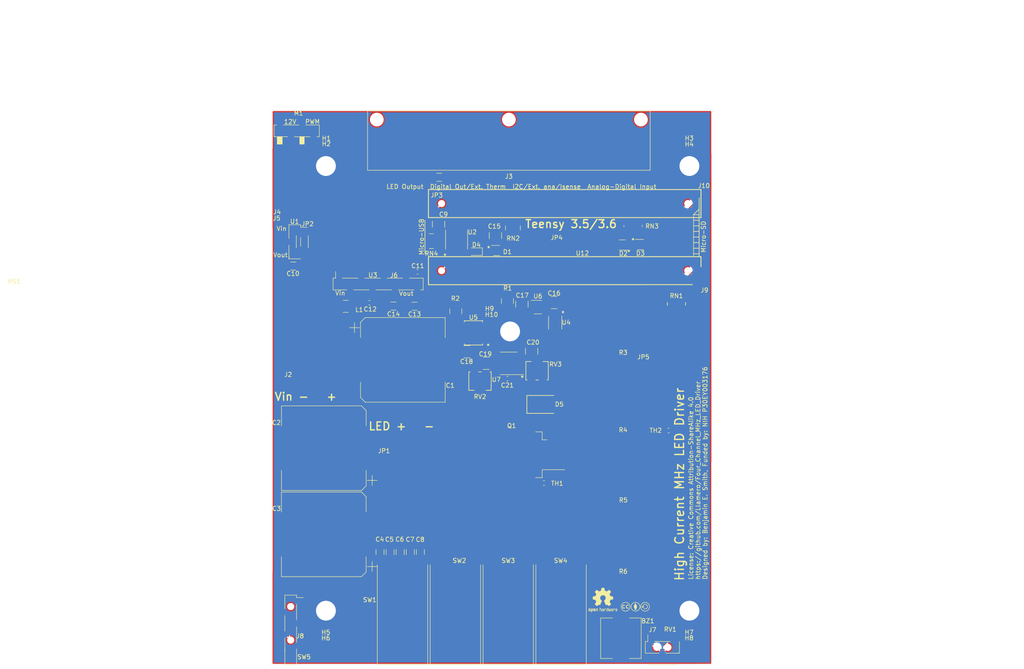
<source format=kicad_pcb>
(kicad_pcb (version 20171130) (host pcbnew "(5.1.6)-1")
  (layers (0 F.Cu mixed) (31 B.Cu mixed) (34 B.Paste user) (35 F.Paste user) (36 B.SilkS user) (37 F.SilkS user) (38 B.Mask user) (39 F.Mask user) (44 Edge.Cuts user))
  (net 0 "")
  (net 1 /Over_temp_alarm2)
  (net 2 GND)
  (net 3 /12V)
  (net 4 /-5V)
  (net 5 /5V)
  (net 6 /-0.25V_analog)
  (net 7 "Net-(C17-Pad1)")
  (net 8 /10V-analog)
  (net 9 /-1.8V-analog)
  (net 10 /3.3V)
  (net 11 /A-D_input_2)
  (net 12 /A-D_input_3)
  (net 13 /A-D_input_4)
  (net 14 "Net-(J3-Pad21)")
  (net 15 /External_thermistor)
  (net 16 "Net-(J3-Pad13)")
  (net 17 "Net-(J3-Pad11)")
  (net 18 "Net-(J3-Pad9)")
  (net 19 /Internal_fan_PWM)
  (net 20 "Net-(RV2-Pad3)")
  (net 21 /Toggle_switch)
  (net 22 "Net-(U3-Pad5)")
  (net 23 "Net-(U3-Pad3)")
  (net 24 "Net-(U5-Pad4)")
  (net 25 /External_5V_PWM2)
  (net 26 /External_5V_PWM1)
  (net 27 /Over_temp_alarm1)
  (net 28 /5V_fan_PWM)
  (net 29 "Net-(M1-Pad3)")
  (net 30 /External_5V_PWM3)
  (net 31 /Vin)
  (net 32 /external_analog)
  (net 33 /Isense)
  (net 34 /LED-)
  (net 35 /Resistor_temp)
  (net 36 /MOSFET_temp)
  (net 37 /LED_pot)
  (net 38 /Interline_PWM)
  (net 39 /internal_analog)
  (net 40 /OA_input)
  (net 41 /Analog_select)
  (net 42 /A-D_input_1)
  (net 43 /Relay3)
  (net 44 /Relay2)
  (net 45 /Relay4)
  (net 46 /Relay1)
  (net 47 "Net-(J3-Pad27)")
  (net 48 "Net-(J3-Pad25)")
  (net 49 /Button1)
  (net 50 /Button2)
  (net 51 /Button3)
  (net 52 /Button4)
  (net 53 /LED1)
  (net 54 /LED2)
  (net 55 /LED3)
  (net 56 /LED4)
  (net 57 /SDA0)
  (net 58 /SCL0)
  (net 59 "Net-(J3-Pad31)")
  (net 60 "Net-(J3-Pad29)")
  (net 61 /Isense_internal)
  (net 62 "Net-(D1-Pad4)")
  (net 63 "Net-(D1-Pad2)")
  (net 64 "Net-(D1-Pad3)")
  (net 65 /NC5)
  (net 66 /NC4)
  (net 67 /NC3)
  (net 68 /NC2)
  (net 69 /NC1)
  (net 70 /NC7)
  (net 71 /NC6)
  (net 72 /NC8)
  (net 73 "Net-(D1-Pad5)")
  (net 74 "Net-(C21-Pad2)")
  (net 75 "Net-(C21-Pad1)")
  (net 76 "Net-(C12-Pad2)")
  (net 77 "Net-(C18-Pad1)")
  (net 78 "Net-(D4-Pad1)")
  (net 79 "Net-(Q1-Pad1)")
  (net 80 "Net-(RN1-Pad10)")
  (net 81 "Net-(RN1-Pad12)")
  (net 82 "Net-(RN1-Pad14)")
  (net 83 "Net-(RN1-Pad16)")
  (net 84 "Net-(RV3-Pad3)")
  (net 85 "Net-(U5-Pad6)")
  (net 86 "Net-(U5-Pad7)")
  (net 87 "Net-(U6-Pad4)")
  (net 88 "Net-(U7-Pad8)")
  (net 89 "Net-(U7-Pad5)")
  (net 90 "Net-(U7-Pad1)")
  (net 91 "Net-(J10-Pad~)")
  (net 92 "Net-(J3-Pad7)")
  (net 93 "Net-(J3-Pad5)")
  (net 94 "Net-(J3-Pad3)")
  (net 95 "Net-(J3-Pad1)")
  (module "Custom Footprints:1506-EXB-2HV472JV-for_2_oz_pour" (layer F.Cu) (at 135.27 74.92 270)
    (fp_text reference RN3 (at 0.02 -4.29 180) (layer F.SilkS))
    (fp_text value 4.7k hide)
    (pad 14 smd rect (at 0.9144 -0.740156 270) (size 0.7874 0.29) (layers F.Cu F.Paste F.Mask) (net 11 /A-D_input_2))
    (pad 15 smd rect (at 0.9144 -1.233678 270) (size 0.7874 0.29) (layers F.Cu F.Paste F.Mask) (net 12 /A-D_input_3))
    (pad 10 smd rect (at 0.9144 1.233932 270) (size 0.7874 0.29) (layers F.Cu F.Paste F.Mask) (net 10 /3.3V))
    (pad 11 smd rect (at 0.9144 0.74041 270) (size 0.7874 0.29) (layers F.Cu F.Paste F.Mask) (net 10 /3.3V))
    (pad 13 smd rect (at 0.9144 -0.246634 270) (size 0.7874 0.29) (layers F.Cu F.Paste F.Mask) (net 42 /A-D_input_1))
    (pad 7 smd rect (at -0.9144 1.233932 270) (size 0.7874 0.29) (layers F.Cu F.Paste F.Mask) (net 36 /MOSFET_temp))
    (pad 12 smd rect (at 0.9144 0.246888 270) (size 0.7874 0.29) (layers F.Cu F.Paste F.Mask) (net 2 GND))
    (pad 6 smd rect (at -0.9144 0.74041 270) (size 0.7874 0.29) (layers F.Cu F.Paste F.Mask) (net 35 /Resistor_temp))
    (pad 5 smd rect (at -0.9144 0.246888 270) (size 0.7874 0.29) (layers F.Cu F.Paste F.Mask) (net 2 GND))
    (pad 4 smd rect (at -0.9144 -0.246634 270) (size 0.7874 0.29) (layers F.Cu F.Paste F.Mask) (net 48 "Net-(J3-Pad25)"))
    (pad 3 smd rect (at -0.9144 -0.740156 270) (size 0.7874 0.29) (layers F.Cu F.Paste F.Mask) (net 47 "Net-(J3-Pad27)"))
    (pad 2 smd rect (at -0.9144 -1.233678 270) (size 0.7874 0.29) (layers F.Cu F.Paste F.Mask) (net 60 "Net-(J3-Pad29)"))
    (pad 1 smd rect (at -0.9144 -1.9812 270) (size 0.7874 0.8) (layers F.Cu F.Paste F.Mask) (net 59 "Net-(J3-Pad31)"))
    (pad 8 smd rect (at -0.9144 1.9812 270) (size 0.7874 0.8) (layers F.Cu F.Paste F.Mask) (net 15 /External_thermistor))
    (pad 9 smd rect (at 0.9144 1.9812 270) (size 0.7874 0.8) (layers F.Cu F.Paste F.Mask) (net 10 /3.3V))
    (pad 16 smd rect (at 0.9144 -1.9812 270) (size 0.7874 0.8) (layers F.Cu F.Paste F.Mask) (net 13 /A-D_input_4))
  )
  (module Resistor_SMD:R_0603_1608Metric (layer F.Cu) (at 143.3375 121.35 180)
    (fp_text reference TH2 (at 2.9475 0.02) (layer F.SilkS))
    (fp_text value Thermistor)
    (pad 2 smd roundrect (at 0.7875 0 180) (size 0.875 0.95) (layers F.Cu F.Paste F.Mask) (net 2 GND))
    (pad 1 smd roundrect (at -0.7875 0 180) (size 0.875 0.95) (layers F.Cu F.Paste F.Mask) (net 35 /Resistor_temp))
  )
  (module "Custom Footprints:Rideon_PFS35_resistor" (layer F.Cu) (at 141.72 96.19 180)
    (fp_text reference R3 (at 8.7 -7.45) (layer F.SilkS))
    (fp_text value 0.2)
    (pad 2 smd rect (at 15.9 -2.55 180) (size 3.8 2) (layers F.Cu F.Paste F.Mask) (net 2 GND))
    (pad 1 smd rect (at 15.9 2.55 180) (size 3.8 2) (layers F.Cu F.Paste F.Mask) (net 33 /Isense))
    (pad 2 smd rect (at 5.7 0 180) (size 11.4 12.7) (layers F.Cu F.Paste F.Mask) (net 2 GND))
  )
  (module "Custom Footprints:Rideon_PFS35_resistor" (layer F.Cu) (at 141.73 113.02 180)
    (fp_text reference R4 (at 8.73 -8.21) (layer F.SilkS))
    (fp_text value 0.2)
    (pad 2 smd rect (at 15.9 -2.55 180) (size 3.8 2) (layers F.Cu F.Paste F.Mask) (net 2 GND))
    (pad 1 smd rect (at 15.9 2.55 180) (size 3.8 2) (layers F.Cu F.Paste F.Mask) (net 33 /Isense))
    (pad 2 smd rect (at 5.7 0 180) (size 11.4 12.7) (layers F.Cu F.Paste F.Mask) (net 2 GND))
  )
  (module "Custom Footprints:Rideon_PFS35_resistor" (layer F.Cu) (at 141.73 145.91 180)
    (fp_text reference R6 (at 8.7 -7.45) (layer F.SilkS))
    (fp_text value 0.2)
    (pad 2 smd rect (at 15.9 -2.55 180) (size 3.8 2) (layers F.Cu F.Paste F.Mask) (net 2 GND))
    (pad 1 smd rect (at 15.9 2.55 180) (size 3.8 2) (layers F.Cu F.Paste F.Mask) (net 33 /Isense))
    (pad 2 smd rect (at 5.7 0 180) (size 11.4 12.7) (layers F.Cu F.Paste F.Mask) (net 2 GND))
  )
  (module "Custom Footprints:Rideon_PFS35_resistor" (layer F.Cu) (at 141.73 129.39 180)
    (fp_text reference R5 (at 8.67 -7.77) (layer F.SilkS))
    (fp_text value 0.2)
    (pad 2 smd rect (at 15.9 -2.55 180) (size 3.8 2) (layers F.Cu F.Paste F.Mask) (net 2 GND))
    (pad 1 smd rect (at 15.9 2.55 180) (size 3.8 2) (layers F.Cu F.Paste F.Mask) (net 33 /Isense))
    (pad 2 smd rect (at 5.7 0 180) (size 11.4 12.7) (layers F.Cu F.Paste F.Mask) (net 2 GND))
  )
  (module "Custom Footprints:NF-A9_with_standoffs_and_bolts_high_current" (layer F.Cu) (at 65.55 61.27)
    (fp_text reference H3 (at 82.45 -6.29) (layer F.SilkS))
    (fp_text value MountingHole_Pad)
    (pad 1 thru_hole circle (at 0 0) (size 8 8) (drill 4.5) (layers *.Cu *.Mask) (net 2 GND))
    (pad 1 thru_hole circle (at 82.5 0) (size 8 8) (drill 4.5) (layers *.Cu *.Mask) (net 2 GND))
    (pad 1 thru_hole circle (at 82.5 101) (size 8 8) (drill 4.5) (layers *.Cu *.Mask) (net 2 GND))
    (pad 1 thru_hole circle (at 0 101) (size 8 8) (drill 4.5) (layers *.Cu *.Mask) (net 2 GND))
  )
  (module "Custom Footprints:Ref_only" (layer F.Cu) (at -5.179999 86.990001)
    (fp_text reference HS1 (at 0 0.5) (layer F.SilkS))
    (fp_text value HS-PCB)
  )
  (module "Custom Footprints:4928TR-power" (layer F.Cu) (at 79.21 122.7)
    (fp_text reference JP1 (at -0.48 3.27) (layer F.SilkS))
    (fp_text value "LED wire" hide)
    (pad 2 smd rect (at 8.22 0.845 90) (size 1.65 3) (layers F.Cu F.Paste F.Mask) (net 34 /LED-))
    (pad 2 smd rect (at 8.22 5.415 90) (size 1.65 3) (layers F.Cu F.Paste F.Mask) (net 34 /LED-))
    (pad 2 smd rect (at 11.32 3.13 90) (size 1.65 3) (layers F.Cu F.Paste F.Mask) (net 34 /LED-))
    (pad 1 smd rect (at 1.51 5.415 90) (size 1.65 3) (layers F.Cu F.Paste F.Mask) (net 31 /Vin))
    (pad 1 smd rect (at 4.61 3.13 90) (size 1.65 3) (layers F.Cu F.Paste F.Mask) (net 31 /Vin))
    (pad 1 smd rect (at 1.51 0.845 90) (size 1.65 3) (layers F.Cu F.Paste F.Mask) (net 31 /Vin))
  )
  (module "Custom Footprints:Teensy_3_6_with_headers" (layer F.Cu) (at 119.74 85.038)
    (fp_text reference U12 (at 4.01 -3.978) (layer F.SilkS))
    (fp_text value Teensy3.6)
    (fp_text user Micro-SD (at 31.5 -7.698 270) (layer F.SilkS))
    (fp_text user Micro-USB (at -32.49 -7.678 90) (layer F.SilkS))
    (pad None np_thru_hole circle (at -27.94 0) (size 1.19 1.19) (drill 1.19) (layers *.Cu *.Mask))
    (pad None np_thru_hole circle (at 27.94 0) (size 1.19 1.19) (drill 1.19) (layers *.Cu *.Mask))
    (pad 24 smd rect (at 29.21 -1.778) (size 1.02 1.905) (layers F.Cu F.Paste) (net 27 /Over_temp_alarm1))
    (pad 23 smd rect (at 26.67 1.778) (size 1.02 1.905) (layers F.Cu F.Paste) (net 56 /LED4))
    (pad 22 smd rect (at 24.13 -1.778) (size 1.02 1.905) (layers F.Cu F.Paste) (net 52 /Button4))
    (pad 21 smd rect (at 21.59 1.778) (size 1.02 1.905) (layers F.Cu F.Paste) (net 53 /LED1))
    (pad 20 smd rect (at 19.05 -1.778) (size 1.02 1.905) (layers F.Cu F.Paste) (net 55 /LED3))
    (pad 19 smd rect (at 16.51 1.778) (size 1.02 1.905) (layers F.Cu F.Paste) (net 49 /Button1))
    (pad 18 smd rect (at 13.97 -1.778) (size 1.02 1.905) (layers F.Cu F.Paste) (net 51 /Button3))
    (pad 17 smd rect (at 11.43 1.778) (size 1.02 1.905) (layers F.Cu F.Paste) (net 50 /Button2))
    (pad 16 smd rect (at 8.89 -1.778) (size 1.02 1.905) (layers F.Cu F.Paste) (net 54 /LED2))
    (pad 15 smd rect (at 6.35 1.778) (size 1.02 1.905) (layers F.Cu F.Paste) (net 10 /3.3V))
    (pad 14 smd rect (at 3.81 -1.778) (size 1.02 1.905) (layers F.Cu F.Paste) (net 21 /Toggle_switch))
    (pad 13 smd rect (at 1.27 1.778) (size 1.02 1.905) (layers F.Cu F.Paste) (net 1 /Over_temp_alarm2))
    (pad 12 smd rect (at -1.27 -1.778) (size 1.02 1.905) (layers F.Cu F.Paste) (net 41 /Analog_select))
    (pad 11 smd rect (at -3.81 1.778) (size 1.02 1.905) (layers F.Cu F.Paste) (net 65 /NC5))
    (pad 10 smd rect (at -6.35 -1.778) (size 1.02 1.905) (layers F.Cu F.Paste) (net 66 /NC4))
    (pad 9 smd rect (at -8.89 1.778) (size 1.02 1.905) (layers F.Cu F.Paste) (net 67 /NC3))
    (pad 8 smd rect (at -11.43 -1.778) (size 1.02 1.905) (layers F.Cu F.Paste) (net 68 /NC2))
    (pad 7 smd rect (at -13.97 1.778) (size 1.02 1.905) (layers F.Cu F.Paste) (net 69 /NC1))
    (pad 6 smd rect (at -16.51 -1.778) (size 1.02 1.905) (layers F.Cu F.Paste) (net 38 /Interline_PWM))
    (pad 5 smd rect (at -19.05 1.778) (size 1.02 1.905) (layers F.Cu F.Paste) (net 46 /Relay1))
    (pad 4 smd rect (at -21.59 -1.778) (size 1.02 1.905) (layers F.Cu F.Paste) (net 44 /Relay2))
    (pad 3 smd rect (at -24.13 1.778) (size 1.02 1.905) (layers F.Cu F.Paste) (net 43 /Relay3))
    (pad 2 smd rect (at -26.67 -1.778) (size 1.02 1.905) (layers F.Cu F.Paste) (net 45 /Relay4))
    (pad 1 smd rect (at -29.21 1.778) (size 1.02 1.905) (layers F.Cu F.Paste) (net 2 GND))
    (pad 49 smd rect (at -19.05 -13.462) (size 1.02 1.905) (layers F.Cu F.Paste) (net 26 /External_5V_PWM1))
    (pad 42 smd rect (at -1.27 -17.018) (size 1.02 1.905) (layers F.Cu F.Paste) (net 36 /MOSFET_temp))
    (pad 38 smd rect (at 8.89 -17.018) (size 1.02 1.905) (layers F.Cu F.Paste) (net 72 /NC8))
    (pad 36 smd rect (at 13.97 -17.018) (size 1.02 1.905) (layers F.Cu F.Paste) (net 2 GND))
    (pad 32 smd rect (at 24.13 -17.018) (size 1.02 1.905) (layers F.Cu F.Paste) (net 12 /A-D_input_3))
    (pad 31 smd rect (at 26.67 -13.462) (size 1.02 1.905) (layers F.Cu F.Paste) (net 13 /A-D_input_4))
    (pad None np_thru_hole circle (at -27.94 -15.24) (size 1.19 1.19) (drill 1.19) (layers *.Cu *.Mask))
    (pad 44 smd rect (at -6.35 -17.018) (size 1.02 1.905) (layers F.Cu F.Paste) (net 61 /Isense_internal))
    (pad 51 smd rect (at -24.13 -13.462) (size 1.02 1.905) (layers F.Cu F.Paste) (net 91 "Net-(J10-Pad~)"))
    (pad 48 smd rect (at -16.51 -17.018) (size 1.02 1.905) (layers F.Cu F.Paste) (net 25 /External_5V_PWM2))
    (pad 46 smd rect (at -11.43 -17.018) (size 1.02 1.905) (layers F.Cu F.Paste) (net 58 /SCL0))
    (pad 45 smd rect (at -8.89 -13.462) (size 1.02 1.905) (layers F.Cu F.Paste) (net 57 /SDA0))
    (pad 40 smd rect (at 3.81 -17.018) (size 1.02 1.905) (layers F.Cu F.Paste) (net 71 /NC6))
    (pad 35 smd rect (at 16.51 -13.462) (size 1.02 1.905) (layers F.Cu F.Paste) (net 70 /NC7))
    (pad 39 smd rect (at 6.35 -13.462) (size 1.02 1.905) (layers F.Cu F.Paste) (net 2 GND))
    (pad 34 smd rect (at 19.05 -17.018) (size 1.02 1.905) (layers F.Cu F.Paste) (net 42 /A-D_input_1))
    (pad 53 smd rect (at -29.21 -13.462) (size 1.02 1.905) (layers F.Cu F.Paste) (net 5 /5V))
    (pad 47 smd rect (at -13.97 -13.462) (size 1.02 1.905) (layers F.Cu F.Paste) (net 30 /External_5V_PWM3))
    (pad 52 smd rect (at -26.67 -17.018) (size 1.02 1.905) (layers F.Cu F.Paste) (net 2 GND))
    (pad 50 smd rect (at -21.59 -17.018) (size 1.02 1.905) (layers F.Cu F.Paste) (net 19 /Internal_fan_PWM))
    (pad None np_thru_hole circle (at 27.94 -15.24) (size 1.19 1.19) (drill 1.19) (layers *.Cu *.Mask))
    (pad 43 smd rect (at -3.81 -13.462) (size 1.02 1.905) (layers F.Cu F.Paste) (net 15 /External_thermistor))
    (pad 37 smd rect (at 11.43 -13.462) (size 1.02 1.905) (layers F.Cu F.Paste) (net 39 /internal_analog))
    (pad 33 smd rect (at 21.59 -13.462) (size 1.02 1.905) (layers F.Cu F.Paste) (net 11 /A-D_input_2))
    (pad 30 smd rect (at 29.21 -17.018) (size 1.02 1.905) (layers F.Cu F.Paste) (net 37 /LED_pot))
    (pad 41 smd rect (at 1.27 -13.462) (size 1.02 1.905) (layers F.Cu F.Paste) (net 35 /Resistor_temp))
  )
  (module "Custom Footprints:M4_bolt_hole" (layer F.Cu) (at 107.35 98.84)
    (fp_text reference H7 (at 40.63 68.34) (layer F.SilkS))
    (fp_text value MountingHole_Pad)
    (pad 1 thru_hole circle (at 0 0) (size 8 8) (drill 4.5) (layers *.Cu *.Mask) (net 2 GND))
  )
  (module Resistor_SMD:R_Array_Convex_4x0612 (layer F.Cu) (at 89.49 78.34 180)
    (fp_text reference RN4 (at 0 -2.8) (layer F.SilkS))
    (fp_text value 200)
    (pad 1 smd rect (at -0.7 -1.27 180) (size 0.7 0.64) (layers F.Cu F.Paste F.Mask) (net 46 /Relay1))
    (pad 3 smd rect (at -0.7 0.4 180) (size 0.7 0.5) (layers F.Cu F.Paste F.Mask) (net 43 /Relay3))
    (pad 2 smd rect (at -0.7 -0.4 180) (size 0.7 0.5) (layers F.Cu F.Paste F.Mask) (net 44 /Relay2))
    (pad 4 smd rect (at -0.7 1.27 180) (size 0.7 0.64) (layers F.Cu F.Paste F.Mask) (net 45 /Relay4))
    (pad 7 smd rect (at 0.7 -0.4 180) (size 0.7 0.5) (layers F.Cu F.Paste F.Mask) (net 94 "Net-(J3-Pad3)"))
    (pad 8 smd rect (at 0.7 -1.27 180) (size 0.7 0.64) (layers F.Cu F.Paste F.Mask) (net 95 "Net-(J3-Pad1)"))
    (pad 6 smd rect (at 0.7 0.4 180) (size 0.7 0.5) (layers F.Cu F.Paste F.Mask) (net 93 "Net-(J3-Pad5)"))
    (pad 5 smd rect (at 0.7 1.27 180) (size 0.7 0.64) (layers F.Cu F.Paste F.Mask) (net 92 "Net-(J3-Pad7)"))
  )
  (module "Custom Footprints:4928TR-power" (layer F.Cu) (at 57.29 105.49)
    (fp_text reference J2 (at -0.31 3.145) (layer F.SilkS))
    (fp_text value Conn_01x02_Female hide)
    (pad 2 smd rect (at 8.22 0.845 90) (size 1.65 3) (layers F.Cu F.Paste F.Mask) (net 31 /Vin))
    (pad 2 smd rect (at 8.22 5.415 90) (size 1.65 3) (layers F.Cu F.Paste F.Mask) (net 31 /Vin))
    (pad 2 smd rect (at 11.32 3.13 90) (size 1.65 3) (layers F.Cu F.Paste F.Mask) (net 31 /Vin))
    (pad 1 smd rect (at 1.51 5.415 90) (size 1.65 3) (layers F.Cu F.Paste F.Mask) (net 2 GND))
    (pad 1 smd rect (at 4.61 3.13 90) (size 1.65 3) (layers F.Cu F.Paste F.Mask) (net 2 GND))
    (pad 1 smd rect (at 1.51 0.845 90) (size 1.65 3) (layers F.Cu F.Paste F.Mask) (net 2 GND))
  )
  (module "Custom Footprints:Ref_only" (layer F.Cu) (at 54.68 26.45)
    (fp_text reference H9 (at 47.99 67.22) (layer F.SilkS))
    (fp_text value MountingHole_Pad)
  )
  (module "Custom Footprints:RJ45_x4-RJSSE-5380-04" (layer F.Cu) (at 107.0725 65.03 180)
    (fp_text reference J3 (at 0 1.39) (layer F.SilkS))
    (fp_text value 8P8C_Shielded_x4)
    (pad "" np_thru_hole circle (at 29.97 14.31 180) (size 2.69 2.69) (drill 2.69) (layers *.Cu *.Mask))
    (pad "" np_thru_hole circle (at -29.97 14.31 180) (size 2.69 2.69) (drill 2.69) (layers *.Cu *.Mask))
    (pad "" np_thru_hole circle (at 0 14.31 180) (size 2.69 2.69) (drill 2.69) (layers *.Cu *.Mask))
    (pad SH smd rect (at -28.78 9.72 180) (size 6.22 3.18) (layers F.Cu F.Paste F.Mask) (net 2 GND))
    (pad SH smd rect (at 28.78 9.72 180) (size 6.22 3.18) (layers F.Cu F.Paste F.Mask) (net 2 GND))
    (pad 32 smd rect (at -28.0625 1.27 180) (size 0.56 2.54) (layers F.Cu F.Paste F.Mask) (net 2 GND))
    (pad 31 smd rect (at -26.7925 1.27 180) (size 0.56 2.54) (layers F.Cu F.Paste F.Mask) (net 59 "Net-(J3-Pad31)"))
    (pad 30 smd rect (at -25.5225 1.27 180) (size 0.56 2.54) (layers F.Cu F.Paste F.Mask) (net 2 GND))
    (pad 29 smd rect (at -24.2525 1.27 180) (size 0.56 2.54) (layers F.Cu F.Paste F.Mask) (net 60 "Net-(J3-Pad29)"))
    (pad 28 smd rect (at -22.9825 1.27 180) (size 0.56 2.54) (layers F.Cu F.Paste F.Mask) (net 2 GND))
    (pad 27 smd rect (at -21.7125 1.27 180) (size 0.56 2.54) (layers F.Cu F.Paste F.Mask) (net 47 "Net-(J3-Pad27)"))
    (pad 26 smd rect (at -20.4425 1.27 180) (size 0.56 2.54) (layers F.Cu F.Paste F.Mask) (net 2 GND))
    (pad 25 smd rect (at -19.1725 1.27 180) (size 0.56 2.54) (layers F.Cu F.Paste F.Mask) (net 48 "Net-(J3-Pad25)"))
    (pad 24 smd rect (at -12.3175 1.27 180) (size 0.56 2.54) (layers F.Cu F.Paste F.Mask) (net 2 GND))
    (pad 23 smd rect (at -11.0475 1.27 180) (size 0.56 2.54) (layers F.Cu F.Paste F.Mask) (net 61 /Isense_internal))
    (pad 22 smd rect (at -9.7775 1.27 180) (size 0.56 2.54) (layers F.Cu F.Paste F.Mask) (net 2 GND))
    (pad 21 smd rect (at -8.5075 1.27 180) (size 0.56 2.54) (layers F.Cu F.Paste F.Mask) (net 14 "Net-(J3-Pad21)"))
    (pad 20 smd rect (at -7.2375 1.27 180) (size 0.56 2.54) (layers F.Cu F.Paste F.Mask) (net 2 GND))
    (pad 19 smd rect (at -5.9675 1.27 180) (size 0.56 2.54) (layers F.Cu F.Paste F.Mask) (net 57 /SDA0))
    (pad 18 smd rect (at -4.6975 1.27 180) (size 0.56 2.54) (layers F.Cu F.Paste F.Mask) (net 2 GND))
    (pad 17 smd rect (at -3.4275 1.27 180) (size 0.56 2.54) (layers F.Cu F.Paste F.Mask) (net 58 /SCL0))
    (pad 16 smd rect (at 3.4275 1.27 180) (size 0.56 2.54) (layers F.Cu F.Paste F.Mask) (net 2 GND))
    (pad 15 smd rect (at 4.6975 1.27 180) (size 0.56 2.54) (layers F.Cu F.Paste F.Mask) (net 15 /External_thermistor))
    (pad 14 smd rect (at 5.9675 1.27 180) (size 0.56 2.54) (layers F.Cu F.Paste F.Mask) (net 2 GND))
    (pad 13 smd rect (at 7.2375 1.27 180) (size 0.56 2.54) (layers F.Cu F.Paste F.Mask) (net 16 "Net-(J3-Pad13)"))
    (pad 12 smd rect (at 8.5075 1.27 180) (size 0.56 2.54) (layers F.Cu F.Paste F.Mask) (net 2 GND))
    (pad 11 smd rect (at 9.7775 1.27 180) (size 0.56 2.54) (layers F.Cu F.Paste F.Mask) (net 17 "Net-(J3-Pad11)"))
    (pad 10 smd rect (at 11.0475 1.27 180) (size 0.56 2.54) (layers F.Cu F.Paste F.Mask) (net 2 GND))
    (pad 9 smd rect (at 12.3175 1.27 180) (size 0.56 2.54) (layers F.Cu F.Paste F.Mask) (net 18 "Net-(J3-Pad9)"))
    (pad 8 smd rect (at 19.1725 1.27 180) (size 0.56 2.54) (layers F.Cu F.Paste F.Mask) (net 2 GND))
    (pad 7 smd rect (at 20.4425 1.27 180) (size 0.56 2.54) (layers F.Cu F.Paste F.Mask) (net 92 "Net-(J3-Pad7)"))
    (pad 6 smd rect (at 21.7125 1.27 180) (size 0.56 2.54) (layers F.Cu F.Paste F.Mask) (net 2 GND))
    (pad 5 smd rect (at 22.9825 1.27 180) (size 0.56 2.54) (layers F.Cu F.Paste F.Mask) (net 93 "Net-(J3-Pad5)"))
    (pad 4 smd rect (at 24.2525 1.27 180) (size 0.56 2.54) (layers F.Cu F.Paste F.Mask) (net 2 GND))
    (pad 3 smd rect (at 25.5225 1.27 180) (size 0.56 2.54) (layers F.Cu F.Paste F.Mask) (net 94 "Net-(J3-Pad3)"))
    (pad 2 smd rect (at 26.7925 1.27 180) (size 0.56 2.54) (layers F.Cu F.Paste F.Mask) (net 2 GND))
    (pad 1 smd rect (at 28.0625 1.27 180) (size 0.56 2.54) (layers F.Cu F.Paste F.Mask) (net 95 "Net-(J3-Pad1)"))
  )
  (module Resistor_SMD:R_Array_Convex_4x0612 (layer F.Cu) (at 107.99 75.35 270)
    (fp_text reference RN2 (at 2.35 -0.05 180) (layer F.SilkS))
    (fp_text value 200)
    (pad 1 smd rect (at -0.7 -1.27 270) (size 0.7 0.64) (layers F.Cu F.Paste F.Mask) (net 61 /Isense_internal))
    (pad 3 smd rect (at -0.7 0.4 270) (size 0.7 0.5) (layers F.Cu F.Paste F.Mask) (net 2 GND))
    (pad 2 smd rect (at -0.7 -0.4 270) (size 0.7 0.5) (layers F.Cu F.Paste F.Mask) (net 14 "Net-(J3-Pad21)"))
    (pad 4 smd rect (at -0.7 1.27 270) (size 0.7 0.64) (layers F.Cu F.Paste F.Mask) (net 78 "Net-(D4-Pad1)"))
    (pad 7 smd rect (at 0.7 -0.4 270) (size 0.7 0.5) (layers F.Cu F.Paste F.Mask) (net 32 /external_analog))
    (pad 8 smd rect (at 0.7 -1.27 270) (size 0.7 0.64) (layers F.Cu F.Paste F.Mask) (net 33 /Isense))
    (pad 6 smd rect (at 0.7 0.4 270) (size 0.7 0.5) (layers F.Cu F.Paste F.Mask) (net 6 /-0.25V_analog))
    (pad 5 smd rect (at 0.7 1.27 270) (size 0.7 0.64) (layers F.Cu F.Paste F.Mask) (net 6 /-0.25V_analog))
  )
  (module "Custom Footprints:Ref_only" (layer F.Cu) (at 57.96 24.91)
    (fp_text reference H10 (at 45.17 70.11) (layer F.SilkS))
    (fp_text value MountingHole_Pad)
  )
  (module "Custom Footprints:Ref_only" (layer F.Cu) (at 153.37 66.86)
    (fp_text reference H8 (at -5.4 101.62) (layer F.SilkS))
    (fp_text value MountingHole_Pad)
  )
  (module "Custom Footprints:CP_Elec_18x22-EEE-FK1C752SV" (layer F.Cu) (at 65.06 144.93 180)
    (fp_text reference C3 (at 10.73 5.85) (layer F.SilkS))
    (fp_text value 7500uF)
    (pad 2 smd roundrect (at 6.55 0 180) (size 7.3 6.2) (layers F.Cu F.Paste F.Mask) (roundrect_rratio 0.028) (net 2 GND))
    (pad 1 smd roundrect (at -6.55 0 180) (size 7.3 6.2) (layers F.Cu F.Paste F.Mask) (roundrect_rratio 0.028) (net 31 /Vin))
  )
  (module "Custom Footprints:CP_Elec_18x22-EEE-FK1C752SV" (layer F.Cu) (at 65.07 125.36 180)
    (fp_text reference C2 (at 10.77 5.8) (layer F.SilkS))
    (fp_text value 7500uF)
    (pad 2 smd roundrect (at 6.55 0 180) (size 7.3 6.2) (layers F.Cu F.Paste F.Mask) (roundrect_rratio 0.028) (net 2 GND))
    (pad 1 smd roundrect (at -6.55 0 180) (size 7.3 6.2) (layers F.Cu F.Paste F.Mask) (roundrect_rratio 0.028) (net 31 /Vin))
  )
  (module "Custom Footprints:CP_Elec_18x22-EEE-FK1C752SV" (layer F.Cu) (at 83.01 105.3)
    (fp_text reference C1 (at 10.74 5.82) (layer F.SilkS))
    (fp_text value 7500uF)
    (pad 2 smd roundrect (at 6.55 0) (size 7.3 6.2) (layers F.Cu F.Paste F.Mask) (roundrect_rratio 0.028) (net 2 GND))
    (pad 1 smd roundrect (at -6.55 0) (size 7.3 6.2) (layers F.Cu F.Paste F.Mask) (roundrect_rratio 0.028) (net 31 /Vin))
  )
  (module "Custom Footprints:Ref_only" (layer F.Cu) (at 144.59 96.73)
    (fp_text reference H1 (at -78.95 -41.75) (layer F.SilkS))
    (fp_text value MountingHole_Pad)
  )
  (module "Custom Footprints:DPBW06F-05_with_header" (layer F.Cu) (at 77.4 88.065 90)
    (fp_text reference U3 (at 2.025 -1.2 180) (layer F.SilkS))
    (fp_text value DPBW06F-05)
    (fp_text user Vout (at -2.145 6.37 180) (layer F.SilkS))
    (fp_text user Vin (at -2.085 -8.61 180) (layer F.SilkS))
    (pad 7 smd rect (at 1.655 6.35 90) (size 2.51 1) (layers F.Cu F.Paste F.Mask) (net 2 GND))
    (pad 5 smd rect (at 1.655 1.27 90) (size 2.51 1) (layers F.Cu F.Paste F.Mask) (net 22 "Net-(U3-Pad5)"))
    (pad 3 smd rect (at 1.655 -3.81 90) (size 2.51 1) (layers F.Cu F.Paste F.Mask) (net 23 "Net-(U3-Pad3)"))
    (pad 1 smd rect (at 1.655 -8.89 90) (size 2.51 1) (layers F.Cu F.Paste F.Mask) (net 2 GND))
    (pad 8 smd rect (at -1.655 8.89 90) (size 2.51 1) (layers F.Cu F.Paste F.Mask) (net 4 /-5V))
    (pad 6 smd rect (at -1.655 3.81 90) (size 2.51 1) (layers F.Cu F.Paste F.Mask) (net 5 /5V))
    (pad 4 smd rect (at -1.655 -1.27 90) (size 2.51 1) (layers F.Cu F.Paste F.Mask))
    (pad 2 smd rect (at -1.655 -6.35 90) (size 2.51 1) (layers F.Cu F.Paste F.Mask) (net 76 "Net-(C12-Pad2)"))
  )
  (module Package_SO:SOIC-8_3.9x4.9mm_P1.27mm (layer F.Cu) (at 106.985 106.095 180)
    (fp_text reference U7 (at 2.765 -3.675) (layer F.SilkS))
    (fp_text value LT6200CS8-10)
    (pad 8 smd roundrect (at 2.475 -1.905 180) (size 1.95 0.6) (layers F.Cu F.Paste F.Mask) (net 88 "Net-(U7-Pad8)"))
    (pad 7 smd roundrect (at 2.475 -0.635 180) (size 1.95 0.6) (layers F.Cu F.Paste F.Mask) (net 8 /10V-analog))
    (pad 6 smd roundrect (at 2.475 0.635 180) (size 1.95 0.6) (layers F.Cu F.Paste F.Mask) (net 75 "Net-(C21-Pad1)"))
    (pad 5 smd roundrect (at 2.475 1.905 180) (size 1.95 0.6) (layers F.Cu F.Paste F.Mask) (net 89 "Net-(U7-Pad5)"))
    (pad 4 smd roundrect (at -2.475 1.905 180) (size 1.95 0.6) (layers F.Cu F.Paste F.Mask) (net 9 /-1.8V-analog))
    (pad 3 smd roundrect (at -2.475 0.635 180) (size 1.95 0.6) (layers F.Cu F.Paste F.Mask) (net 40 /OA_input))
    (pad 2 smd roundrect (at -2.475 -0.635 180) (size 1.95 0.6) (layers F.Cu F.Paste F.Mask) (net 74 "Net-(C21-Pad2)"))
    (pad 1 smd roundrect (at -2.475 -1.905 180) (size 1.95 0.6) (layers F.Cu F.Paste F.Mask) (net 90 "Net-(U7-Pad1)"))
  )
  (module "Custom Footprints:TMUX1204DGSR" (layer F.Cu) (at 117.58 96.85 270)
    (fp_text reference U4 (at -0.05 -2.5 180) (layer F.SilkS))
    (fp_text value TMUX1204DGSR)
    (fp_text user * (at -2.41 -2.08 90) (layer F.SilkS))
    (pad 1 smd rect (at -2.15 -1 270) (size 1.47 0.28) (layers F.Cu F.Paste F.Mask) (net 38 /Interline_PWM))
    (pad 2 smd rect (at -2.15 -0.5 270) (size 1.47 0.28) (layers F.Cu F.Paste F.Mask) (net 6 /-0.25V_analog))
    (pad 3 smd rect (at -2.15 0 270) (size 1.47 0.28) (layers F.Cu F.Paste F.Mask) (net 2 GND))
    (pad 4 smd rect (at -2.15 0.5 270) (size 1.47 0.28) (layers F.Cu F.Paste F.Mask) (net 6 /-0.25V_analog))
    (pad 5 smd rect (at -2.15 1 270) (size 1.47 0.28) (layers F.Cu F.Paste F.Mask) (net 5 /5V))
    (pad 6 smd rect (at 2.15 1 270) (size 1.47 0.28) (layers F.Cu F.Paste F.Mask) (net 5 /5V))
    (pad 7 smd rect (at 2.15 0.5 270) (size 1.47 0.28) (layers F.Cu F.Paste F.Mask) (net 32 /external_analog))
    (pad 8 smd rect (at 2.15 0 270) (size 1.47 0.28) (layers F.Cu F.Paste F.Mask) (net 40 /OA_input))
    (pad 9 smd rect (at 2.15 -0.5 270) (size 1.47 0.28) (layers F.Cu F.Paste F.Mask) (net 39 /internal_analog))
    (pad 10 smd rect (at 2.15 -1 270) (size 1.47 0.28) (layers F.Cu F.Paste F.Mask) (net 41 /Analog_select))
  )
  (module "Custom Footprints:0508_Capacitor" (layer F.Cu) (at 117.35 92.27 180)
    (fp_text reference C16 (at 0 2.1) (layer F.SilkS))
    (fp_text value 2.2uF)
    (pad 1 smd rect (at -0.61 0 180) (size 0.9 2.17) (layers F.Cu F.Paste F.Mask) (net 2 GND))
    (pad 2 smd rect (at 0.61 0 180) (size 0.9 2.17) (layers F.Cu F.Paste F.Mask) (net 5 /5V))
  )
  (module "Custom Footprints:12V_DC-DC_with_header_2117" (layer F.Cu) (at 58.48 78.48)
    (fp_text reference U1 (at -0.045 -4.61) (layer F.SilkS))
    (fp_text value "12V boost")
    (fp_text user Vout (at -3.255 3) (layer F.SilkS))
    (fp_text user Vin (at -3 -3) (layer F.SilkS))
    (pad 3 smd rect (at 1.655 2.54) (size 2.51 1) (layers F.Cu F.Paste F.Mask) (net 3 /12V))
    (pad 1 smd rect (at 1.655 -2.54) (size 2.51 1) (layers F.Cu F.Paste F.Mask) (net 31 /Vin))
    (pad 2 smd rect (at -1.655 0) (size 2.51 1) (layers F.Cu F.Paste F.Mask) (net 2 GND))
  )
  (module Symbol:OSHW-Logo2_7.3x6mm_SilkScreen (layer F.Cu) (at 128.42 159.85)
    (fp_text reference LOGO3 hide)
    (fp_text value "OSHW Logo" hide)
  )
  (module "Custom Footprints:Creative_commons_license" (layer F.Cu) (at 134.56 160.24)
    (fp_text reference LOGO1 hide)
    (fp_text value "CC license")
    (fp_text user cc (at -1 1) (layer F.SilkS))
  )
  (module "Custom Footprints:SN74LV4T125" (layer F.Cu) (at 95.2 77.96 90)
    (fp_text reference U2 (at 1.68 3.56 180) (layer F.SilkS))
    (fp_text value SN74LV4T125PWR)
    (fp_text user * (at -3.45 -2.33 90) (layer F.SilkS))
    (pad 1 smd rect (at -2.87 -1.95 90) (size 1.57 0.41) (layers F.Cu F.Paste F.Mask) (net 2 GND))
    (pad 2 smd rect (at -2.87 -1.3 90) (size 1.57 0.41) (layers F.Cu F.Paste F.Mask) (net 25 /External_5V_PWM2))
    (pad 3 smd rect (at -2.87 -0.65 90) (size 1.57 0.41) (layers F.Cu F.Paste F.Mask) (net 17 "Net-(J3-Pad11)"))
    (pad 4 smd rect (at -2.87 0 90) (size 1.57 0.41) (layers F.Cu F.Paste F.Mask) (net 2 GND))
    (pad 5 smd rect (at -2.87 0.65 90) (size 1.57 0.41) (layers F.Cu F.Paste F.Mask) (net 30 /External_5V_PWM3))
    (pad 6 smd rect (at -2.87 1.3 90) (size 1.57 0.41) (layers F.Cu F.Paste F.Mask) (net 16 "Net-(J3-Pad13)"))
    (pad 7 smd rect (at -2.87 1.95 90) (size 1.57 0.41) (layers F.Cu F.Paste F.Mask) (net 2 GND))
    (pad 8 smd rect (at 2.87 1.95 90) (size 1.57 0.41) (layers F.Cu F.Paste F.Mask) (net 28 /5V_fan_PWM))
    (pad 9 smd rect (at 2.87 1.3 90) (size 1.57 0.41) (layers F.Cu F.Paste F.Mask) (net 19 /Internal_fan_PWM))
    (pad 10 smd rect (at 2.87 0.65 90) (size 1.57 0.41) (layers F.Cu F.Paste F.Mask) (net 2 GND))
    (pad 11 smd rect (at 2.87 0 90) (size 1.57 0.41) (layers F.Cu F.Paste F.Mask) (net 18 "Net-(J3-Pad9)"))
    (pad 12 smd rect (at 2.87 -0.65 90) (size 1.57 0.41) (layers F.Cu F.Paste F.Mask) (net 26 /External_5V_PWM1))
    (pad 13 smd rect (at 2.87 -1.3 90) (size 1.57 0.41) (layers F.Cu F.Paste F.Mask) (net 2 GND))
    (pad 14 smd rect (at 2.87 -1.95 90) (size 1.57 0.41) (layers F.Cu F.Paste F.Mask) (net 5 /5V))
  )
  (module Capacitor_SMD:C_1206_3216Metric (layer F.Cu) (at 77.82 148.95 90)
    (fp_text reference C4 (at 2.88 -0.05 180) (layer F.SilkS))
    (fp_text value 47uF)
    (pad 2 smd roundrect (at 1.4 0 90) (size 1.25 1.75) (layers F.Cu F.Paste F.Mask) (roundrect_rratio 0.2) (net 31 /Vin))
    (pad 1 smd roundrect (at -1.4 0 90) (size 1.25 1.75) (layers F.Cu F.Paste F.Mask) (roundrect_rratio 0.2) (net 2 GND))
  )
  (module Capacitor_SMD:C_1206_3216Metric (layer F.Cu) (at 58.14 83.99)
    (fp_text reference C10 (at -0.07 1.72) (layer F.SilkS))
    (fp_text value 47uF)
    (pad 2 smd roundrect (at 1.4 0) (size 1.25 1.75) (layers F.Cu F.Paste F.Mask) (roundrect_rratio 0.2) (net 3 /12V))
    (pad 1 smd roundrect (at -1.4 0) (size 1.25 1.75) (layers F.Cu F.Paste F.Mask) (roundrect_rratio 0.2) (net 2 GND))
  )
  (module Capacitor_SMD:C_1206_3216Metric (layer F.Cu) (at 80.89 93.08 180)
    (fp_text reference C14 (at 0 -1.82) (layer F.SilkS))
    (fp_text value 47uF)
    (pad 2 smd roundrect (at 1.4 0 180) (size 1.25 1.75) (layers F.Cu F.Paste F.Mask) (roundrect_rratio 0.2) (net 5 /5V))
    (pad 1 smd roundrect (at -1.4 0 180) (size 1.25 1.75) (layers F.Cu F.Paste F.Mask) (roundrect_rratio 0.2) (net 2 GND))
  )
  (module "Custom Footprints:0508_Capacitor" (layer F.Cu) (at 110.03 92.65 90)
    (fp_text reference C17 (at 2 0.08 180) (layer F.SilkS))
    (fp_text value 2.2uF)
    (pad 1 smd rect (at -0.61 0 90) (size 0.9 2.17) (layers F.Cu F.Paste F.Mask) (net 7 "Net-(C17-Pad1)"))
    (pad 2 smd rect (at 0.61 0 90) (size 0.9 2.17) (layers F.Cu F.Paste F.Mask) (net 2 GND))
  )
  (module "Custom Footprints:0508_Capacitor" (layer F.Cu) (at 97.59 103.44)
    (fp_text reference C18 (at -0.12 2.25) (layer F.SilkS))
    (fp_text value 2.2uF)
    (pad 1 smd rect (at -0.61 0) (size 0.9 2.17) (layers F.Cu F.Paste F.Mask) (net 77 "Net-(C18-Pad1)"))
    (pad 2 smd rect (at 0.61 0) (size 0.9 2.17) (layers F.Cu F.Paste F.Mask) (net 2 GND))
  )
  (module "Custom Footprints:0508_Capacitor" (layer F.Cu) (at 104.02 77.08 90)
    (fp_text reference C15 (at 2.11 -0.25 180) (layer F.SilkS))
    (fp_text value 2.2uF)
    (pad 1 smd rect (at -0.61 0 90) (size 0.9 2.17) (layers F.Cu F.Paste F.Mask) (net 6 /-0.25V_analog))
    (pad 2 smd rect (at 0.61 0 90) (size 0.9 2.17) (layers F.Cu F.Paste F.Mask) (net 2 GND))
  )
  (module Capacitor_SMD:C_0603_1608Metric (layer F.Cu) (at 86.3525 85.33 180)
    (fp_text reference C11 (at -0.0375 1.38) (layer F.SilkS))
    (fp_text value 2200pF)
    (pad 2 smd roundrect (at 0.7875 0 180) (size 0.875 0.95) (layers F.Cu F.Paste F.Mask) (net 2 GND))
    (pad 1 smd roundrect (at -0.7875 0 180) (size 0.875 0.95) (layers F.Cu F.Paste F.Mask) (net 4 /-5V))
  )
  (module Capacitor_SMD:C_0603_1608Metric (layer F.Cu) (at 75.4075 92.33 180)
    (fp_text reference C12 (at -0.1925 -1.46) (layer F.SilkS))
    (fp_text value 2200pF)
    (pad 2 smd roundrect (at 0.7875 0 180) (size 0.875 0.95) (layers F.Cu F.Paste F.Mask) (net 76 "Net-(C12-Pad2)"))
    (pad 1 smd roundrect (at -0.7875 0 180) (size 0.875 0.95) (layers F.Cu F.Paste F.Mask) (net 5 /5V))
  )
  (module "Custom Footprints:DO-214AA" (layer F.Cu) (at 114.3515 115.42 180)
    (fp_text reference D5 (at -4.1685 0.02) (layer F.SilkS))
    (fp_text value TVS_Diode hide)
    (pad 2 smd rect (at -1.9685 0 270) (size 2.159 1.9558) (layers F.Cu F.Paste F.Mask) (net 33 /Isense))
    (pad 1 smd rect (at 1.9685 0 270) (size 2.159 1.9558) (layers F.Cu F.Paste F.Mask) (net 34 /LED-) (thermal_gap 0.22))
  )
  (module Diode_SMD:D_SOD-323 (layer F.Cu) (at 99.56 80.72 180)
    (fp_text reference D4 (at -0.15 1.56) (layer F.SilkS))
    (fp_text value D_Zener)
    (pad 2 smd rect (at 1.05 0 180) (size 0.6 0.45) (layers F.Cu F.Paste F.Mask) (net 4 /-5V))
    (pad 1 smd rect (at -1.05 0 180) (size 0.6 0.45) (layers F.Cu F.Paste F.Mask) (net 78 "Net-(D4-Pad1)"))
  )
  (module "Custom Footprints:Ref_only" (layer F.Cu) (at 144.59 98.23)
    (fp_text reference H2 (at -78.95 -42) (layer F.SilkS))
    (fp_text value MountingHole_Pad)
  )
  (module Resistor_SMD:R_1206_3216Metric (layer F.Cu) (at 91.26 63.83)
    (fp_text reference JP3 (at -0.56 4.08) (layer F.SilkS))
    (fp_text value Jumper_NC_Small)
    (pad 2 smd roundrect (at 1.4 0) (size 1.25 1.75) (layers F.Cu F.Paste F.Mask) (roundrect_rratio 0.2) (net 2 GND))
    (pad 1 smd roundrect (at -1.4 0) (size 1.25 1.75) (layers F.Cu F.Paste F.Mask) (roundrect_rratio 0.2) (net 2 GND))
  )
  (module "Custom Footprints:20A_shunt_5104" (layer F.Cu) (at 146.13 104.61)
    (fp_text reference JP5 (at -8.52 0.04) (layer F.SilkS))
    (fp_text value Jumper_NC_Small)
    (pad 2 smd rect (at -5.35 0) (size 2.6 2.8) (layers F.Cu F.Paste F.Mask) (net 2 GND))
    (pad 1 smd rect (at 5.35 0) (size 2.6 2.8) (layers F.Cu F.Paste F.Mask) (net 2 GND))
  )
  (module Resistor_SMD:R_2010_5025Metric (layer F.Cu) (at 60.18 78.47 90)
    (fp_text reference JP2 (at 4.04 1.22 180) (layer F.SilkS))
    (fp_text value Jumper_NC_Small)
    (pad 2 smd roundrect (at 2.25 0 90) (size 1.35 2.65) (layers F.Cu F.Paste F.Mask) (roundrect_rratio 0.185185) (net 31 /Vin))
    (pad 1 smd roundrect (at -2.25 0 90) (size 1.35 2.65) (layers F.Cu F.Paste F.Mask) (roundrect_rratio 0.185185) (net 3 /12V))
  )
  (module Resistor_SMD:R_1210_3225Metric (layer F.Cu) (at 106.75 91.93 270)
    (fp_text reference R1 (at -2.9 -0.04 180) (layer F.SilkS))
    (fp_text value 12)
    (pad 2 smd roundrect (at 1.4 0 270) (size 1.25 2.65) (layers F.Cu F.Paste F.Mask) (roundrect_rratio 0.2) (net 7 "Net-(C17-Pad1)"))
    (pad 1 smd roundrect (at -1.4 0 270) (size 1.25 2.65) (layers F.Cu F.Paste F.Mask) (roundrect_rratio 0.2) (net 4 /-5V))
  )
  (module Resistor_SMD:R_1210_3225Metric (layer F.Cu) (at 95.03 94.27 270)
    (fp_text reference R2 (at -2.92 0.09 180) (layer F.SilkS))
    (fp_text value 12)
    (pad 2 smd roundrect (at 1.4 0 270) (size 1.25 2.65) (layers F.Cu F.Paste F.Mask) (roundrect_rratio 0.2) (net 77 "Net-(C18-Pad1)"))
    (pad 1 smd roundrect (at -1.4 0 270) (size 1.25 2.65) (layers F.Cu F.Paste F.Mask) (roundrect_rratio 0.2) (net 3 /12V))
  )
  (module "Custom Footprints:EXB-2HV151JV-1605x8" (layer F.Cu) (at 145.090001 92.5648 270)
    (fp_text reference RN1 (at -1.8048 -0.009999 180) (layer F.SilkS))
    (fp_text value 150 hide)
    (pad 1 smd rect (at -0.6452 -1.750002 270) (size 0.6858 0.254) (layers F.Cu F.Paste F.Mask) (net 56 /LED4))
    (pad 2 smd rect (at -0.6452 -1.25 270) (size 0.6858 0.254) (layers F.Cu F.Paste F.Mask) (net 52 /Button4))
    (pad 3 smd rect (at -0.6452 -0.750001 270) (size 0.6858 0.254) (layers F.Cu F.Paste F.Mask) (net 55 /LED3))
    (pad 4 smd rect (at -0.6452 -0.25 270) (size 0.6858 0.254) (layers F.Cu F.Paste F.Mask) (net 51 /Button3))
    (pad 5 smd rect (at -0.6452 0.25 270) (size 0.6858 0.254) (layers F.Cu F.Paste F.Mask) (net 54 /LED2))
    (pad 6 smd rect (at -0.6452 0.749998 270) (size 0.6858 0.254) (layers F.Cu F.Paste F.Mask) (net 50 /Button2))
    (pad 7 smd rect (at -0.6452 1.25 270) (size 0.6858 0.254) (layers F.Cu F.Paste F.Mask) (net 53 /LED1))
    (pad 8 smd rect (at -0.6452 1.749999 270) (size 0.6858 0.254) (layers F.Cu F.Paste F.Mask) (net 49 /Button1))
    (pad 9 smd rect (at 0.6452 1.750002 270) (size 0.6858 0.254) (layers F.Cu F.Paste F.Mask) (net 49 /Button1))
    (pad 10 smd rect (at 0.6452 1.25 270) (size 0.6858 0.254) (layers F.Cu F.Paste F.Mask) (net 80 "Net-(RN1-Pad10)"))
    (pad 11 smd rect (at 0.6452 0.750001 270) (size 0.6858 0.254) (layers F.Cu F.Paste F.Mask) (net 50 /Button2))
    (pad 12 smd rect (at 0.6452 0.25 270) (size 0.6858 0.254) (layers F.Cu F.Paste F.Mask) (net 81 "Net-(RN1-Pad12)"))
    (pad 13 smd rect (at 0.6452 -0.25 270) (size 0.6858 0.254) (layers F.Cu F.Paste F.Mask) (net 51 /Button3))
    (pad 14 smd rect (at 0.6452 -0.749998 270) (size 0.6858 0.254) (layers F.Cu F.Paste F.Mask) (net 82 "Net-(RN1-Pad14)"))
    (pad 15 smd rect (at 0.6452 -1.25 270) (size 0.6858 0.254) (layers F.Cu F.Paste F.Mask) (net 52 /Button4))
    (pad 16 smd rect (at 0.6452 -1.749999 270) (size 0.6858 0.254) (layers F.Cu F.Paste F.Mask) (net 83 "Net-(RN1-Pad16)"))
  )
  (module "Custom Footprints:3224W-1-502E" (layer F.Cu) (at 100.52 110.1222 180)
    (fp_text reference RV2 (at 0 -3.5478) (layer F.SilkS))
    (fp_text value R_POT_TRIM hide)
    (pad 1 smd rect (at -1.27 1.4478 180) (size 1.27 1.5494) (layers F.Cu F.Paste F.Mask) (net 75 "Net-(C21-Pad1)"))
    (pad 2 smd rect (at 0 -1.4478 180) (size 2.0066 1.5494) (layers F.Cu F.Paste F.Mask) (net 79 "Net-(Q1-Pad1)"))
    (pad 3 smd rect (at 1.27 1.4478 180) (size 1.27 1.5494) (layers F.Cu F.Paste F.Mask) (net 20 "Net-(RV2-Pad3)"))
  )
  (module "Custom Footprints:Pot_with_header" (layer F.Cu) (at 141.91 170.6 90)
    (fp_text reference RV1 (at 4.09 1.79 180) (layer F.SilkS))
    (fp_text value R_POT)
    (pad "" np_thru_hole circle (at 0 1.27 90) (size 1.2 1.2) (drill 1.2) (layers *.Cu *.Mask))
    (pad "" np_thru_hole circle (at 0 -1.27 90) (size 1.2 1.2) (drill 1.2) (layers *.Cu *.Mask))
    (pad 3 smd rect (at 1.655 2.54 90) (size 2.51 1) (layers F.Cu F.Paste F.Mask) (net 2 GND))
    (pad 1 smd rect (at 1.655 -2.54 90) (size 2.51 1) (layers F.Cu F.Paste F.Mask) (net 10 /3.3V))
    (pad 2 smd rect (at -1.655 0 90) (size 2.51 1) (layers F.Cu F.Paste F.Mask) (net 37 /LED_pot))
  )
  (module "Custom Footprints:1x5_header_SSM-105-L-SV-BE-LC" (layer F.Cu) (at 57.555 165.14)
    (fp_text reference SW5 (at 3.024999 7.634999) (layer F.SilkS))
    (fp_text value SW_SPDT)
    (pad "" np_thru_hole circle (at 0 3.81) (size 1.2 1.2) (drill 1.2) (layers *.Cu *.Mask))
    (pad "" np_thru_hole circle (at 0 -3.81) (size 1.2 1.2) (drill 1.2) (layers *.Cu *.Mask))
    (pad 5 smd rect (at 1.655 5.08) (size 2.51 1) (layers F.Cu F.Paste F.Mask) (net 2 GND))
    (pad 3 smd rect (at 1.655 0) (size 2.51 1) (layers F.Cu F.Paste F.Mask) (net 21 /Toggle_switch))
    (pad 1 smd rect (at 1.655 -5.08) (size 2.51 1) (layers F.Cu F.Paste F.Mask) (net 2 GND))
    (pad 4 smd rect (at -1.655 2.54) (size 2.51 1) (layers F.Cu F.Paste F.Mask))
    (pad 2 smd rect (at -1.655 -2.54) (size 2.51 1) (layers F.Cu F.Paste F.Mask) (net 2 GND))
  )
  (module "Custom Footprints:Pushbutton_LED-ELUMOATHQ3C12" (layer F.Cu) (at 106.93 173.7 90)
    (fp_text reference SW3 (at 22.79 0 180) (layer F.SilkS))
    (fp_text value Pushbutton_with_LED)
    (pad 4 smd rect (at 1 -4.43 90) (size 2 2) (layers F.Cu F.Paste F.Mask) (net 51 /Button3))
    (pad 5 smd rect (at 1 4.43 90) (size 2 2) (layers F.Cu F.Paste F.Mask) (net 82 "Net-(RN1-Pad14)"))
    (pad 2 smd rect (at 20.89 0 90) (size 2 2) (layers F.Cu F.Paste F.Mask) (net 2 GND))
    (pad 3 smd rect (at 20.89 -4.43 90) (size 2 2) (layers F.Cu F.Paste F.Mask) (net 2 GND))
    (pad 1 smd rect (at 20.89 4.43 90) (size 2 2) (layers F.Cu F.Paste F.Mask) (net 2 GND))
  )
  (module "Custom Footprints:BDJ0GA5WEFJ-E2" (layer F.Cu) (at 99.03 99.17 180)
    (fp_text reference U5 (at 0.01 3.52) (layer F.SilkS))
    (fp_text value BDJ0GA5WEFJ-E2 hide)
    (fp_text user * (at -3.35 -3.03) (layer F.SilkS))
    (pad 1 smd rect (at -2.667 -1.905 180) (size 1.3716 0.4826) (layers F.Cu F.Paste F.Mask) (net 8 /10V-analog))
    (pad 2 smd rect (at -2.667 -0.635 180) (size 1.3716 0.4826) (layers F.Cu F.Paste F.Mask) (net 8 /10V-analog))
    (pad 3 smd rect (at -2.667 0.635 180) (size 1.3716 0.4826) (layers F.Cu F.Paste F.Mask) (net 2 GND))
    (pad 4 smd rect (at -2.667 1.905 180) (size 1.3716 0.4826) (layers F.Cu F.Paste F.Mask) (net 24 "Net-(U5-Pad4)"))
    (pad 5 smd rect (at 2.667 1.905 180) (size 1.3716 0.4826) (layers F.Cu F.Paste F.Mask) (net 77 "Net-(C18-Pad1)"))
    (pad 6 smd rect (at 2.667 0.635 180) (size 1.3716 0.4826) (layers F.Cu F.Paste F.Mask) (net 85 "Net-(U5-Pad6)"))
    (pad 7 smd rect (at 2.667 -0.635 180) (size 1.3716 0.4826) (layers F.Cu F.Paste F.Mask) (net 86 "Net-(U5-Pad7)"))
    (pad 8 smd rect (at 2.667 -1.905 180) (size 1.3716 0.4826) (layers F.Cu F.Paste F.Mask) (net 77 "Net-(C18-Pad1)"))
    (pad EPAD smd rect (at 0 0 180) (size 2.413 3.2004) (layers F.Cu F.Paste F.Mask) (net 2 GND))
  )
  (module Package_TO_SOT_SMD:TSOT-23-5 (layer F.Cu) (at 113.66 93.29)
    (fp_text reference U6 (at 0 -2.45) (layer F.SilkS))
    (fp_text value ADP7182AUJZ-1.8-R7)
    (pad 5 smd rect (at 1.31 -0.95) (size 1.22 0.65) (layers F.Cu F.Paste F.Mask) (net 9 /-1.8V-analog))
    (pad 4 smd rect (at 1.31 0.95) (size 1.22 0.65) (layers F.Cu F.Paste F.Mask) (net 87 "Net-(U6-Pad4)"))
    (pad 3 smd rect (at -1.31 0.95) (size 1.22 0.65) (layers F.Cu F.Paste F.Mask) (net 7 "Net-(C17-Pad1)"))
    (pad 2 smd rect (at -1.31 0) (size 1.22 0.65) (layers F.Cu F.Paste F.Mask) (net 7 "Net-(C17-Pad1)"))
    (pad 1 smd rect (at -1.31 -0.95) (size 1.22 0.65) (layers F.Cu F.Paste F.Mask) (net 2 GND))
  )
  (module "Custom Footprints:Ref_only" (layer F.Cu) (at 147.59 96.73)
    (fp_text reference H6 (at -82.08 71.76) (layer F.SilkS))
    (fp_text value MountingHole_Pad)
  )
  (module "Custom Footprints:Ref_only" (layer F.Cu) (at 146.09 98.23)
    (fp_text reference H5 (at -80.56 68.95) (layer F.SilkS))
    (fp_text value MountingHole_Pad)
  )
  (module Package_TO_SOT_SMD:TO-263-2 (layer F.Cu) (at 111.68 126.855 180)
    (fp_text reference Q1 (at 3.99 6.595) (layer F.SilkS))
    (fp_text value SUM70060E)
    (pad 2 smd rect (at 3.375 0 180) (size 9.4 10.8) (layers F.Cu F.Mask) (net 34 /LED-))
    (pad 3 smd rect (at -5.775 2.54 180) (size 4.6 1.1) (layers F.Cu F.Paste F.Mask) (net 33 /Isense))
    (pad 1 smd rect (at -5.775 -2.54 180) (size 4.6 1.1) (layers F.Cu F.Paste F.Mask) (net 79 "Net-(Q1-Pad1)"))
  )
  (module "Custom Footprints:Pushbutton_LED-ELUMOATHQ3C12" (layer F.Cu) (at 118.92 173.7 90)
    (fp_text reference SW4 (at 22.8 -0.09 180) (layer F.SilkS))
    (fp_text value Pushbutton_with_LED)
    (pad 4 smd rect (at 1 -4.43 90) (size 2 2) (layers F.Cu F.Paste F.Mask) (net 52 /Button4))
    (pad 5 smd rect (at 1 4.43 90) (size 2 2) (layers F.Cu F.Paste F.Mask) (net 83 "Net-(RN1-Pad16)"))
    (pad 2 smd rect (at 20.89 0 90) (size 2 2) (layers F.Cu F.Paste F.Mask) (net 2 GND))
    (pad 3 smd rect (at 20.89 -4.43 90) (size 2 2) (layers F.Cu F.Paste F.Mask) (net 2 GND))
    (pad 1 smd rect (at 20.89 4.43 90) (size 2 2) (layers F.Cu F.Paste F.Mask) (net 2 GND))
  )
  (module "Custom Footprints:20A_shunt_5104" (layer F.Cu) (at 123.5 79.85 180)
    (fp_text reference JP4 (at 5.57 2.31) (layer F.SilkS))
    (fp_text value Jumper_NC_Small)
    (pad 2 smd rect (at -5.35 0 180) (size 2.6 2.8) (layers F.Cu F.Paste F.Mask) (net 10 /3.3V))
    (pad 1 smd rect (at 5.35 0 180) (size 2.6 2.8) (layers F.Cu F.Paste F.Mask) (net 73 "Net-(D1-Pad5)"))
  )
  (module Package_TO_SOT_SMD:SOT-363_SC-70-6 (layer F.Cu) (at 132.81 79.21 180)
    (fp_text reference D2 (at -0.24 -1.93) (layer F.SilkS))
    (fp_text value BAT54BRW)
    (fp_text user * (at -1.5 -1.65) (layer F.SilkS))
    (pad 6 smd rect (at 0.95 -0.65 180) (size 0.65 0.4) (layers F.Cu F.Paste F.Mask) (net 12 /A-D_input_3))
    (pad 4 smd rect (at 0.95 0.65 180) (size 0.65 0.4) (layers F.Cu F.Paste F.Mask) (net 10 /3.3V))
    (pad 2 smd rect (at -0.95 0 180) (size 0.65 0.4) (layers F.Cu F.Paste F.Mask) (net 2 GND))
    (pad 5 smd rect (at 0.95 0 180) (size 0.65 0.4) (layers F.Cu F.Paste F.Mask) (net 10 /3.3V))
    (pad 3 smd rect (at -0.95 0.65 180) (size 0.65 0.4) (layers F.Cu F.Paste F.Mask) (net 42 /A-D_input_1))
    (pad 1 smd rect (at -0.95 -0.65 180) (size 0.65 0.4) (layers F.Cu F.Paste F.Mask) (net 2 GND))
  )
  (module Package_TO_SOT_SMD:SOT-363_SC-70-6 (layer F.Cu) (at 104.3 80.46)
    (fp_text reference D1 (at 2.43 0.3) (layer F.SilkS))
    (fp_text value BAT54BRW)
    (fp_text user * (at -1.82 -0.46) (layer F.SilkS))
    (pad 6 smd rect (at 0.95 -0.65) (size 0.65 0.4) (layers F.Cu F.Paste F.Mask) (net 32 /external_analog))
    (pad 4 smd rect (at 0.95 0.65) (size 0.65 0.4) (layers F.Cu F.Paste F.Mask) (net 62 "Net-(D1-Pad4)"))
    (pad 2 smd rect (at -0.95 0) (size 0.65 0.4) (layers F.Cu F.Paste F.Mask) (net 63 "Net-(D1-Pad2)"))
    (pad 5 smd rect (at 0.95 0) (size 0.65 0.4) (layers F.Cu F.Paste F.Mask) (net 73 "Net-(D1-Pad5)"))
    (pad 3 smd rect (at -0.95 0.65) (size 0.65 0.4) (layers F.Cu F.Paste F.Mask) (net 64 "Net-(D1-Pad3)"))
    (pad 1 smd rect (at -0.95 -0.65) (size 0.65 0.4) (layers F.Cu F.Paste F.Mask) (net 2 GND))
  )
  (module "Custom Footprints:SMT-0940-T-3V-R_9x9_alarm" (layer F.Cu) (at 128 168.52 90)
    (fp_text reference BZ1 (at 3.91 10.62 180) (layer F.SilkS))
    (fp_text value CPT-2016-75-SMT-TR)
    (pad 2 smd rect (at 4.5 4.5 90) (size 1.5 3.5) (layers F.Cu F.Paste F.Mask) (net 1 /Over_temp_alarm2))
    (pad 1 smd rect (at -4.5 4.5 90) (size 1.5 3.5) (layers F.Cu F.Paste F.Mask) (net 27 /Over_temp_alarm1))
  )
  (module Capacitor_SMD:C_1206_3216Metric (layer F.Cu) (at 86.98 148.95 90)
    (fp_text reference C8 (at 2.84 -0.04 180) (layer F.SilkS))
    (fp_text value 47uF)
    (pad 2 smd roundrect (at 1.4 0 90) (size 1.25 1.75) (layers F.Cu F.Paste F.Mask) (roundrect_rratio 0.2) (net 31 /Vin))
    (pad 1 smd roundrect (at -1.4 0 90) (size 1.25 1.75) (layers F.Cu F.Paste F.Mask) (roundrect_rratio 0.2) (net 2 GND))
  )
  (module "Custom Footprints:Ref_only" (layer F.Cu) (at 146.09 96.73)
    (fp_text reference H4 (at 1.92 -40.4) (layer F.SilkS))
    (fp_text value MountingHole_Pad)
  )
  (module "Custom Footprints:4-pin_fan_SMD" (layer F.Cu) (at 58.91 53.285 270)
    (fp_text reference M1 (at -4.015 -0.41 180) (layer F.SilkS))
    (fp_text value Fan_4pin)
    (fp_text user 12V (at -2.075 1.47 180) (layer F.SilkS))
    (fp_text user PWM (at -2.075 -3.59 180) (layer F.SilkS))
    (pad 3 smd rect (at -1.655 -1.27 90) (size 2.51 1) (layers F.Cu F.Paste F.Mask) (net 29 "Net-(M1-Pad3)"))
    (pad 1 smd rect (at -1.655 3.81 90) (size 2.51 1) (layers F.Cu F.Paste F.Mask) (net 2 GND))
    (pad 4 smd rect (at 1.655 -3.81 90) (size 2.51 1) (layers F.Cu F.Paste F.Mask) (net 28 /5V_fan_PWM))
    (pad 2 smd rect (at 1.655 1.27 90) (size 2.51 1) (layers F.Cu F.Paste F.Mask) (net 3 /12V))
  )
  (module "Custom Footprints:Ref_only" (layer F.Cu) (at 24.84 66.38)
    (fp_text reference J6 (at 56.16 19.7) (layer F.SilkS))
    (fp_text value Conn_01x08_Female)
  )
  (module "Custom Footprints:Ref_only" (layer F.Cu) (at 29.19 61.33)
    (fp_text reference J5 (at 25.18 11.81) (layer F.SilkS))
    (fp_text value Conn_01x03_Female)
  )
  (module "Custom Footprints:Ref_only" (layer F.Cu) (at 24.84 64.88)
    (fp_text reference J4 (at 29.64 6.83) (layer F.SilkS))
    (fp_text value Conn_01x03_Male)
  )
  (module "Custom Footprints:Ref_only" (layer F.Cu) (at 117.72 108.93 90)
    (fp_text reference J7 (at -57.68 21.96 180) (layer F.SilkS))
    (fp_text value Conn_01x03_Female)
  )
  (module "Custom Footprints:Ref_only" (layer F.Cu) (at 46.02 107.9)
    (fp_text reference J8 (at 13.68 60.12) (layer F.SilkS))
    (fp_text value Conn_01x05_Female)
  )
  (module "Custom Footprints:Pushbutton_LED-ELUMOATHQ3C12" (layer F.Cu) (at 94.93 173.7 90)
    (fp_text reference SW2 (at 22.8 0.91 180) (layer F.SilkS))
    (fp_text value Pushbutton_with_LED)
    (pad 4 smd rect (at 1 -4.43 90) (size 2 2) (layers F.Cu F.Paste F.Mask) (net 50 /Button2))
    (pad 5 smd rect (at 1 4.43 90) (size 2 2) (layers F.Cu F.Paste F.Mask) (net 81 "Net-(RN1-Pad12)"))
    (pad 2 smd rect (at 20.89 0 90) (size 2 2) (layers F.Cu F.Paste F.Mask) (net 2 GND))
    (pad 3 smd rect (at 20.89 -4.43 90) (size 2 2) (layers F.Cu F.Paste F.Mask) (net 2 GND))
    (pad 1 smd rect (at 20.89 4.43 90) (size 2 2) (layers F.Cu F.Paste F.Mask) (net 2 GND))
  )
  (module "Custom Footprints:Pushbutton_LED-ELUMOATHQ3C12" (layer F.Cu) (at 82.93 173.7 90)
    (fp_text reference SW1 (at 13.89 -7.43 180) (layer F.SilkS))
    (fp_text value Pushbutton_with_LED)
    (pad 4 smd rect (at 1 -4.43 90) (size 2 2) (layers F.Cu F.Paste F.Mask) (net 49 /Button1))
    (pad 5 smd rect (at 1 4.43 90) (size 2 2) (layers F.Cu F.Paste F.Mask) (net 80 "Net-(RN1-Pad10)"))
    (pad 2 smd rect (at 20.89 0 90) (size 2 2) (layers F.Cu F.Paste F.Mask) (net 2 GND))
    (pad 3 smd rect (at 20.89 -4.43 90) (size 2 2) (layers F.Cu F.Paste F.Mask) (net 2 GND))
    (pad 1 smd rect (at 20.89 4.43 90) (size 2 2) (layers F.Cu F.Paste F.Mask) (net 2 GND))
  )
  (module Resistor_SMD:R_0603_1608Metric (layer F.Cu) (at 115.0325 133.28 180)
    (fp_text reference TH1 (at -3.0075 -0.08) (layer F.SilkS))
    (fp_text value Thermistor)
    (pad 2 smd roundrect (at 0.7875 0 180) (size 0.875 0.95) (layers F.Cu F.Paste F.Mask) (net 2 GND) (thermal_gap 0.22))
    (pad 1 smd roundrect (at -0.7875 0 180) (size 0.875 0.95) (layers F.Cu F.Paste F.Mask) (net 36 /MOSFET_temp))
  )
  (module "Custom Footprints:3224W-1-502E" (layer F.Cu) (at 113.47 107.7722)
    (fp_text reference RV3 (at 4.18 -1.4778) (layer F.SilkS))
    (fp_text value R_POT_TRIM hide)
    (pad 1 smd rect (at -1.27 1.4478) (size 1.27 1.5494) (layers F.Cu F.Paste F.Mask) (net 74 "Net-(C21-Pad2)"))
    (pad 2 smd rect (at 0 -1.4478) (size 2.0066 1.5494) (layers F.Cu F.Paste F.Mask) (net 33 /Isense) (thermal_gap 0.22))
    (pad 3 smd rect (at 1.27 1.4478) (size 1.27 1.5494) (layers F.Cu F.Paste F.Mask) (net 84 "Net-(RV3-Pad3)"))
  )
  (module Inductor_SMD:L_1210_3225Metric (layer F.Cu) (at 70.05 93.14)
    (fp_text reference L1 (at 3.05 0.78) (layer F.SilkS))
    (fp_text value 10uH)
    (pad 2 smd roundrect (at 1.4 0) (size 1.25 2.65) (layers F.Cu F.Paste F.Mask) (roundrect_rratio 0.2) (net 76 "Net-(C12-Pad2)"))
    (pad 1 smd roundrect (at -1.4 0) (size 1.25 2.65) (layers F.Cu F.Paste F.Mask) (roundrect_rratio 0.2) (net 3 /12V))
  )
  (module "Custom Footprints:Ref_only" (layer F.Cu) (at 151.38 161.77)
    (fp_text reference J10 (at -0.04 -96.02) (layer F.SilkS))
    (fp_text value Conn_01x24_Female)
  )
  (module "Custom Footprints:Ref_only" (layer F.Cu) (at 216.29 93.96)
    (fp_text reference J9 (at -64.82 -4.47) (layer F.SilkS))
    (fp_text value Conn_01x24_Female)
  )
  (module Package_TO_SOT_SMD:SOT-363_SC-70-6 (layer F.Cu) (at 136.94 79.11)
    (fp_text reference D3 (at -0.01 1.99) (layer F.SilkS))
    (fp_text value BAT54BRW)
    (fp_text user * (at -1.69 -0.91) (layer F.SilkS))
    (pad 6 smd rect (at 0.95 -0.65) (size 0.65 0.4) (layers F.Cu F.Paste F.Mask) (net 13 /A-D_input_4))
    (pad 4 smd rect (at 0.95 0.65) (size 0.65 0.4) (layers F.Cu F.Paste F.Mask) (net 10 /3.3V))
    (pad 2 smd rect (at -0.95 0) (size 0.65 0.4) (layers F.Cu F.Paste F.Mask) (net 2 GND))
    (pad 5 smd rect (at 0.95 0) (size 0.65 0.4) (layers F.Cu F.Paste F.Mask) (net 10 /3.3V))
    (pad 3 smd rect (at -0.95 0.65) (size 0.65 0.4) (layers F.Cu F.Paste F.Mask) (net 11 /A-D_input_2))
    (pad 1 smd rect (at -0.95 -0.65) (size 0.65 0.4) (layers F.Cu F.Paste F.Mask) (net 2 GND))
  )
  (module "Custom Footprints:0508_Capacitor" (layer F.Cu) (at 91.11 74.48 90)
    (fp_text reference C9 (at 2.23 1.12) (layer F.SilkS))
    (fp_text value 2.2uF)
    (pad 1 smd rect (at -0.61 0 90) (size 0.9 2.17) (layers F.Cu F.Paste F.Mask) (net 5 /5V))
    (pad 2 smd rect (at 0.61 0 90) (size 0.9 2.17) (layers F.Cu F.Paste F.Mask) (net 2 GND))
  )
  (module Capacitor_SMD:C_0603_1608Metric (layer F.Cu) (at 106.7325 109.56)
    (fp_text reference C21 (at -0.0025 1.51) (layer F.SilkS))
    (fp_text value 2200pF)
    (pad 2 smd roundrect (at 0.7875 0) (size 0.875 0.95) (layers F.Cu F.Paste F.Mask) (net 74 "Net-(C21-Pad2)"))
    (pad 1 smd roundrect (at -0.7875 0) (size 0.875 0.95) (layers F.Cu F.Paste F.Mask) (net 75 "Net-(C21-Pad1)"))
  )
  (module "Custom Footprints:0508_Capacitor" (layer F.Cu) (at 112.23 103.33 270)
    (fp_text reference C20 (at -2.01 -0.31 180) (layer F.SilkS))
    (fp_text value 2.2uF)
    (pad 1 smd rect (at -0.61 0 270) (size 0.9 2.17) (layers F.Cu F.Paste F.Mask) (net 2 GND))
    (pad 2 smd rect (at 0.61 0 270) (size 0.9 2.17) (layers F.Cu F.Paste F.Mask) (net 9 /-1.8V-analog))
  )
  (module "Custom Footprints:0508_Capacitor" (layer F.Cu) (at 101.93 106.07 180)
    (fp_text reference C19 (at 0.2 2.09) (layer F.SilkS))
    (fp_text value 2.2uF)
    (pad 1 smd rect (at -0.61 0 180) (size 0.9 2.17) (layers F.Cu F.Paste F.Mask) (net 8 /10V-analog))
    (pad 2 smd rect (at 0.61 0 180) (size 0.9 2.17) (layers F.Cu F.Paste F.Mask) (net 2 GND))
  )
  (module Capacitor_SMD:C_1206_3216Metric (layer F.Cu) (at 85.67 93.11 180)
    (fp_text reference C13 (at 0 -1.82) (layer F.SilkS))
    (fp_text value 47uF)
    (pad 2 smd roundrect (at 1.4 0 180) (size 1.25 1.75) (layers F.Cu F.Paste F.Mask) (roundrect_rratio 0.2) (net 2 GND))
    (pad 1 smd roundrect (at -1.4 0 180) (size 1.25 1.75) (layers F.Cu F.Paste F.Mask) (roundrect_rratio 0.2) (net 4 /-5V))
  )
  (module Capacitor_SMD:C_1206_3216Metric (layer F.Cu) (at 84.69 148.95 90)
    (fp_text reference C7 (at 2.85 -0.05 180) (layer F.SilkS))
    (fp_text value 47uF)
    (pad 2 smd roundrect (at 1.4 0 90) (size 1.25 1.75) (layers F.Cu F.Paste F.Mask) (roundrect_rratio 0.2) (net 31 /Vin))
    (pad 1 smd roundrect (at -1.4 0 90) (size 1.25 1.75) (layers F.Cu F.Paste F.Mask) (roundrect_rratio 0.2) (net 2 GND))
  )
  (module Capacitor_SMD:C_1206_3216Metric (layer F.Cu) (at 82.4 148.95 90)
    (fp_text reference C6 (at 2.88 -0.1 180) (layer F.SilkS))
    (fp_text value 47uF)
    (pad 2 smd roundrect (at 1.4 0 90) (size 1.25 1.75) (layers F.Cu F.Paste F.Mask) (roundrect_rratio 0.2) (net 31 /Vin))
    (pad 1 smd roundrect (at -1.4 0 90) (size 1.25 1.75) (layers F.Cu F.Paste F.Mask) (roundrect_rratio 0.2) (net 2 GND))
  )
  (module Capacitor_SMD:C_1206_3216Metric (layer F.Cu) (at 80.11 148.95 90)
    (fp_text reference C5 (at 2.87 -0.15 180) (layer F.SilkS))
    (fp_text value 47uF)
    (pad 2 smd roundrect (at 1.4 0 90) (size 1.25 1.75) (layers F.Cu F.Paste F.Mask) (roundrect_rratio 0.2) (net 31 /Vin))
    (pad 1 smd roundrect (at -1.4 0 90) (size 1.25 1.75) (layers F.Cu F.Paste F.Mask) (roundrect_rratio 0.2) (net 2 GND))
  )
  (gr_text "Teensy 3.5/3.6" (at 121.17 74.44) (layer F.SilkS) (effects (font (size 1.8 1.8) (thickness 0.3))))
  (gr_text "LED +   -" (at 82.68 120.37) (layer F.SilkS) (effects (font (size 1.8 1.8) (thickness 0.3))))
  (gr_text "Vin -   +" (at 60.95 113.65) (layer F.SilkS) (effects (font (size 1.8 1.8) (thickness 0.3))))
  (gr_text "LED Output  Digital Out/Ext. Therm  I2C/Ext. ana/Isense  Analog-Digital Input" (at 109.91 65.96) (layer F.SilkS) (effects (font (size 1 1))))
  (gr_text * (at 110.11 109.43) (layer F.SilkS) (effects (font (size 1 1))))
  (gr_text "License: Creative Commons Attribution-ShareAlike 4.0\nhttps://github.com/Llamero/Four_Channel_MHz_LED_Driver\nDesigned by: Benjamin E. Smith, Funded by: NIH P30EY003176" (at 150 155.27 90) (layer F.SilkS) (effects (font (size 1 1)) (justify left)))
  (gr_text "High Current MHz LED Driver" (at 145.8 133.55 90) (layer F.SilkS) (effects (font (size 2 2) (thickness 0.3))))
  (gr_line (start 153.23 174.56) (end 53.23 174.56) (layer Edge.Cuts) (width 0.05))
  (gr_line (start 53.23 48.56) (end 53.23 174.56) (layer Edge.Cuts) (width 0.05))
  (gr_line (start 153.23 48.56) (end 153.23 174.56) (layer Edge.Cuts) (width 0.05))
  (gr_line (start 53.23 48.56) (end 153.23 48.56) (layer Edge.Cuts) (width 0.05))
  (segment (start 133.16003 163.35997) (end 132.5 164.02) (width 0.2) (layer F.Cu) (net 1))
  (segment (start 140.470111 89.09001) (end 142.155916 89.09001) (width 0.2) (layer F.Cu) (net 1))
  (segment (start 130.25431 88.468511) (end 139.848611 88.468511) (width 0.2) (layer F.Cu) (net 1))
  (segment (start 139.848611 88.468511) (end 140.470111 89.09001) (width 0.2) (layer F.Cu) (net 1))
  (segment (start 142.510001 93.955603) (end 142.520001 93.965603) (width 0.2) (layer F.Cu) (net 1))
  (segment (start 130.235809 88.45001) (end 130.25431 88.468511) (width 0.2) (layer F.Cu) (net 1))
  (segment (start 127.024191 88.45001) (end 130.235809 88.45001) (width 0.2) (layer F.Cu) (net 1))
  (segment (start 123.104209 88.46851) (end 127.00569 88.468511) (width 0.2) (layer F.Cu) (net 1))
  (segment (start 121.01 86.816) (end 121.08 86.886) (width 0.2) (layer F.Cu) (net 1))
  (segment (start 121.08 86.886) (end 121.08 87.66999) (width 0.2) (layer F.Cu) (net 1))
  (segment (start 122.305689 87.66999) (end 123.104209 88.46851) (width 0.2) (layer F.Cu) (net 1))
  (segment (start 121.08 87.66999) (end 122.305689 87.66999) (width 0.2) (layer F.Cu) (net 1))
  (segment (start 142.155916 89.09001) (end 142.510001 89.444095) (width 0.2) (layer F.Cu) (net 1))
  (segment (start 142.510001 89.444095) (end 142.510001 93.955603) (width 0.2) (layer F.Cu) (net 1))
  (segment (start 127.00569 88.468511) (end 127.024191 88.45001) (width 0.2) (layer F.Cu) (net 1))
  (segment (start 142.519999 102.598376) (end 142.519999 93.965601) (width 0.2) (layer F.Cu) (net 1))
  (segment (start 145.02988 105.108257) (end 142.519999 102.598376) (width 0.2) (layer F.Cu) (net 1))
  (segment (start 134.389992 164.615815) (end 135.645832 163.359975) (width 0.2) (layer F.Cu) (net 1))
  (segment (start 142.520001 154.581612) (end 142.520001 154.575805) (width 0.2) (layer F.Cu) (net 1))
  (segment (start 133.095815 164.615815) (end 134.389992 164.615815) (width 0.2) (layer F.Cu) (net 1))
  (segment (start 136.308592 163.359975) (end 136.338517 163.3899) (width 0.2) (layer F.Cu) (net 1))
  (segment (start 142.519999 93.965601) (end 142.510001 93.955603) (width 0.2) (layer F.Cu) (net 1))
  (segment (start 132.5 164.02) (end 133.095815 164.615815) (width 0.2) (layer F.Cu) (net 1))
  (segment (start 135.645832 163.359975) (end 136.308592 163.359975) (width 0.2) (layer F.Cu) (net 1))
  (segment (start 136.338517 163.3899) (end 138.77002 163.3899) (width 0.2) (layer F.Cu) (net 1))
  (segment (start 138.77002 163.3899) (end 138.77002 158.331592) (width 0.2) (layer F.Cu) (net 1))
  (segment (start 138.77002 158.331592) (end 142.520001 154.581612) (width 0.2) (layer F.Cu) (net 1))
  (segment (start 142.520001 154.575805) (end 145.02988 152.065926) (width 0.2) (layer F.Cu) (net 1))
  (segment (start 145.02988 152.065926) (end 145.02988 105.108257) (width 0.2) (layer F.Cu) (net 1))
  (segment (start 54.57 57.63) (end 54.57 66.82) (width 0.25) (layer F.Cu) (net 2))
  (segment (start 77.704999 54.724999) (end 78.29 55.31) (width 0.25) (layer F.Cu) (net 2))
  (segment (start 84.24 93.08) (end 84.27 93.11) (width 0.25) (layer F.Cu) (net 2))
  (segment (start 82.29 93.08) (end 84.24 93.08) (width 0.25) (layer F.Cu) (net 2))
  (segment (start 68.51 86.41) (end 69.9 86.41) (width 0.25) (layer F.Cu) (net 2))
  (segment (start 84.27 86.93) (end 83.75 86.41) (width 0.25) (layer F.Cu) (net 2))
  (segment (start 84.27 93.11) (end 84.27 86.93) (width 0.25) (layer F.Cu) (net 2))
  (segment (start 99.047 98.935) (end 99.485 98.935) (width 0.25) (layer F.Cu) (net 2))
  (segment (start 99.485 98.935) (end 100.12 98.3) (width 0.25) (layer F.Cu) (net 2))
  (segment (start 78.29 55.31) (end 87.86 55.31) (width 0.25) (layer F.Cu) (net 2))
  (segment (start 87.86 55.31) (end 94.01 61.46) (width 0.25) (layer F.Cu) (net 2))
  (segment (start 135.85 61.44) (end 135.85 55.31) (width 0.25) (layer F.Cu) (net 2))
  (segment (start 135.83 61.46) (end 135.85 61.44) (width 0.25) (layer F.Cu) (net 2))
  (segment (start 96.0225 61.7075) (end 96.27 61.46) (width 0.25) (layer F.Cu) (net 2))
  (segment (start 96.0225 63.76) (end 96.0225 61.7075) (width 0.25) (layer F.Cu) (net 2))
  (segment (start 94.01 61.46) (end 96.27 61.46) (width 0.25) (layer F.Cu) (net 2))
  (segment (start 98.5625 61.7275) (end 98.83 61.46) (width 0.25) (layer F.Cu) (net 2))
  (segment (start 98.5625 63.76) (end 98.5625 61.7275) (width 0.25) (layer F.Cu) (net 2))
  (segment (start 96.27 61.46) (end 98.83 61.46) (width 0.25) (layer F.Cu) (net 2))
  (segment (start 101.1025 61.7575) (end 101.4 61.46) (width 0.25) (layer F.Cu) (net 2))
  (segment (start 101.1025 63.76) (end 101.1025 61.7575) (width 0.25) (layer F.Cu) (net 2))
  (segment (start 98.83 61.46) (end 101.4 61.46) (width 0.25) (layer F.Cu) (net 2))
  (segment (start 103.6425 61.4925) (end 103.61 61.46) (width 0.25) (layer F.Cu) (net 2))
  (segment (start 103.6425 63.76) (end 103.6425 61.4925) (width 0.25) (layer F.Cu) (net 2))
  (segment (start 101.4 61.46) (end 103.61 61.46) (width 0.25) (layer F.Cu) (net 2))
  (segment (start 111.7675 61.6425) (end 111.95 61.46) (width 0.25) (layer F.Cu) (net 2))
  (segment (start 111.7675 63.76) (end 111.7675 61.6425) (width 0.25) (layer F.Cu) (net 2))
  (segment (start 103.61 61.46) (end 111.95 61.46) (width 0.25) (layer F.Cu) (net 2))
  (segment (start 114.3075 61.5625) (end 114.41 61.46) (width 0.25) (layer F.Cu) (net 2))
  (segment (start 111.95 61.46) (end 114.41 61.46) (width 0.25) (layer F.Cu) (net 2))
  (segment (start 114.3075 63.76) (end 114.3075 61.5625) (width 0.25) (layer F.Cu) (net 2))
  (segment (start 116.8475 61.6525) (end 117.04 61.46) (width 0.25) (layer F.Cu) (net 2))
  (segment (start 116.8475 63.76) (end 116.8475 61.6525) (width 0.25) (layer F.Cu) (net 2))
  (segment (start 114.41 61.46) (end 117.04 61.46) (width 0.25) (layer F.Cu) (net 2))
  (segment (start 119.3875 63.76) (end 119.3875 61.7475) (width 0.25) (layer F.Cu) (net 2))
  (segment (start 117.04 61.46) (end 119.1 61.46) (width 0.25) (layer F.Cu) (net 2))
  (segment (start 119.3875 61.7475) (end 119.1 61.46) (width 0.25) (layer F.Cu) (net 2))
  (segment (start 119.1 61.46) (end 123.13 61.46) (width 0.25) (layer F.Cu) (net 2))
  (segment (start 127.5125 63.76) (end 127.5125 61.7475) (width 0.25) (layer F.Cu) (net 2))
  (segment (start 127.5125 61.7475) (end 127.45 61.685) (width 0.25) (layer F.Cu) (net 2))
  (segment (start 127.45 61.685) (end 127.45 61.46) (width 0.25) (layer F.Cu) (net 2))
  (segment (start 130.0525 61.6325) (end 129.88 61.46) (width 0.25) (layer F.Cu) (net 2))
  (segment (start 127.45 61.46) (end 129.88 61.46) (width 0.25) (layer F.Cu) (net 2))
  (segment (start 130.0525 63.76) (end 130.0525 61.6325) (width 0.25) (layer F.Cu) (net 2))
  (segment (start 132.5925 63.76) (end 132.5925 61.6325) (width 0.25) (layer F.Cu) (net 2))
  (segment (start 129.88 61.46) (end 132.42 61.46) (width 0.25) (layer F.Cu) (net 2))
  (segment (start 132.5925 61.6325) (end 132.42 61.46) (width 0.25) (layer F.Cu) (net 2))
  (segment (start 135.1325 61.7125) (end 134.88 61.46) (width 0.25) (layer F.Cu) (net 2))
  (segment (start 135.1325 63.76) (end 135.1325 61.7125) (width 0.25) (layer F.Cu) (net 2))
  (segment (start 132.42 61.46) (end 134.88 61.46) (width 0.25) (layer F.Cu) (net 2))
  (segment (start 134.88 61.46) (end 135.83 61.46) (width 0.25) (layer F.Cu) (net 2))
  (segment (start 59.180001 160.005001) (end 53.695001 160.005001) (width 0.25) (layer F.Cu) (net 2))
  (segment (start 53.695001 160.005001) (end 53.58001 159.89001) (width 0.25) (layer F.Cu) (net 2))
  (segment (start 53.58001 159.89001) (end 53.58001 153.42999) (width 0.25) (layer F.Cu) (net 2))
  (segment (start 137.57 136.99) (end 137.56 136.98) (width 0.25) (layer F.Cu) (net 2))
  (segment (start 137.57 145.47) (end 137.57 136.99) (width 0.25) (layer F.Cu) (net 2))
  (segment (start 137.56 136.98) (end 137.56 128.48) (width 0.25) (layer F.Cu) (net 2))
  (segment (start 137.56 128.48) (end 137.56 120) (width 0.25) (layer F.Cu) (net 2))
  (segment (start 137.55 120.03) (end 137.55 118.76) (width 0.25) (layer F.Cu) (net 2))
  (segment (start 137.55 120.03) (end 137.55 118.48) (width 0.25) (layer F.Cu) (net 2))
  (segment (start 137.55 118.48) (end 138.82 117.21) (width 0.25) (layer F.Cu) (net 2))
  (segment (start 137.55 120.03) (end 137.55 116.76) (width 0.25) (layer F.Cu) (net 2))
  (segment (start 137.55 116.76) (end 138.00751 116.30249) (width 0.25) (layer F.Cu) (net 2))
  (segment (start 69.9 86.41) (end 69.9 86.33) (width 0.25) (layer F.Cu) (net 2))
  (segment (start 69.9 86.33) (end 71.77 84.46) (width 0.25) (layer F.Cu) (net 2))
  (segment (start 81.8 84.46) (end 83.75 86.41) (width 0.25) (layer F.Cu) (net 2))
  (segment (start 112.920002 92.34) (end 113.285001 92.704999) (width 0.25) (layer F.Cu) (net 2))
  (segment (start 112.35 92.34) (end 112.920002 92.34) (width 0.25) (layer F.Cu) (net 2))
  (segment (start 95.2 81.755002) (end 95.2 80.83) (width 0.25) (layer F.Cu) (net 2))
  (segment (start 93.434999 81.940001) (end 95.015001 81.940001) (width 0.25) (layer F.Cu) (net 2))
  (segment (start 95.015001 81.940001) (end 95.2 81.755002) (width 0.25) (layer F.Cu) (net 2))
  (segment (start 93.25 81.755002) (end 93.434999 81.940001) (width 0.25) (layer F.Cu) (net 2))
  (segment (start 93.25 80.83) (end 93.25 81.755002) (width 0.25) (layer F.Cu) (net 2))
  (segment (start 95.2 81.755002) (end 95.319999 81.755002) (width 0.25) (layer F.Cu) (net 2))
  (segment (start 93.07 68.02) (end 93.07 71.083502) (width 0.25) (layer F.Cu) (net 2))
  (segment (start 93.83 75.02) (end 93.9 75.09) (width 0.25) (layer F.Cu) (net 2))
  (segment (start 93.83 74.094998) (end 93.83 75.02) (width 0.25) (layer F.Cu) (net 2))
  (segment (start 95.547501 73.862499) (end 95.85 74.164998) (width 0.25) (layer F.Cu) (net 2))
  (segment (start 93.597501 73.862499) (end 95.547501 73.862499) (width 0.25) (layer F.Cu) (net 2))
  (segment (start 95.85 74.164998) (end 95.85 75.09) (width 0.25) (layer F.Cu) (net 2))
  (segment (start 93.597501 73.862499) (end 93.83 74.094998) (width 0.25) (layer F.Cu) (net 2))
  (segment (start 93.395002 73.66) (end 93.597501 73.862499) (width 0.25) (layer F.Cu) (net 2))
  (segment (start 93.395002 71.408504) (end 93.07 71.083502) (width 0.25) (layer F.Cu) (net 2))
  (segment (start 93.395002 73.66) (end 93.395002 71.408504) (width 0.25) (layer F.Cu) (net 2))
  (segment (start 93.25 81.865) (end 93.17 81.945) (width 0.25) (layer F.Cu) (net 2))
  (segment (start 93.25 80.83) (end 93.25 81.865) (width 0.25) (layer F.Cu) (net 2))
  (segment (start 92.337498 81.945) (end 92.234999 82.047499) (width 0.25) (layer F.Cu) (net 2))
  (segment (start 93.17 81.945) (end 92.337498 81.945) (width 0.25) (layer F.Cu) (net 2))
  (segment (start 92.234999 82.047499) (end 92.234999 83.855001) (width 0.25) (layer F.Cu) (net 2))
  (segment (start 91.358399 84.117999) (end 90.879999 84.596399) (width 0.25) (layer F.Cu) (net 2))
  (segment (start 92.234999 83.855001) (end 91.972001 84.117999) (width 0.25) (layer F.Cu) (net 2))
  (segment (start 91.972001 84.117999) (end 91.358399 84.117999) (width 0.25) (layer F.Cu) (net 2))
  (segment (start 90.879999 86.466001) (end 90.53 86.816) (width 0.25) (layer F.Cu) (net 2))
  (segment (start 90.879999 84.596399) (end 90.879999 86.466001) (width 0.25) (layer F.Cu) (net 2))
  (segment (start 138.945 146.845) (end 137.57 145.47) (width 0.25) (layer F.Cu) (net 2))
  (segment (start 93.25 77.53359) (end 93.25 80.83) (width 0.25) (layer F.Cu) (net 2))
  (segment (start 93.9 76.88359) (end 93.25 77.53359) (width 0.25) (layer F.Cu) (net 2))
  (segment (start 93.9 75.09) (end 93.9 76.88359) (width 0.25) (layer F.Cu) (net 2))
  (segment (start 111.77 95.82) (end 110.869998 95.82) (width 0.25) (layer F.Cu) (net 2))
  (segment (start 67.18 160.56) (end 67.18 161.079999) (width 2) (layer F.Cu) (net 2))
  (segment (start 71.48 156.26) (end 67.18 160.56) (width 2) (layer F.Cu) (net 2))
  (segment (start 53.58001 174.15999) (end 53.58001 159.89001) (width 0.25) (layer F.Cu) (net 2))
  (segment (start 147.104999 163.293999) (end 148.443999 161.954999) (width 0.25) (layer F.Cu) (net 2))
  (segment (start 152.255001 165.766001) (end 150.916001 167.105001) (width 0.25) (layer F.Cu) (net 2))
  (segment (start 147.104999 167.040001) (end 147.104999 163.293999) (width 0.25) (layer F.Cu) (net 2))
  (segment (start 145.2 168.945) (end 147.104999 167.040001) (width 0.25) (layer F.Cu) (net 2))
  (segment (start 148.443999 161.954999) (end 150.916001 161.954999) (width 0.25) (layer F.Cu) (net 2))
  (segment (start 144.45 168.945) (end 145.2 168.945) (width 0.25) (layer F.Cu) (net 2))
  (segment (start 149.70001 174.15999) (end 53.58001 174.15999) (width 0.25) (layer F.Cu) (net 2))
  (segment (start 150.916001 161.954999) (end 152.255001 163.293999) (width 0.25) (layer F.Cu) (net 2))
  (segment (start 152.255001 163.293999) (end 152.255001 165.766001) (width 0.25) (layer F.Cu) (net 2))
  (segment (start 150.916001 167.105001) (end 149.68 167.105001) (width 0.25) (layer F.Cu) (net 2))
  (segment (start 149.68 167.105001) (end 149.68 174.13998) (width 0.25) (layer F.Cu) (net 2))
  (segment (start 149.68 174.13998) (end 149.70001 174.15999) (width 0.25) (layer F.Cu) (net 2))
  (segment (start 146.219999 54.443999) (end 148.013999 52.649999) (width 2) (layer F.Cu) (net 2))
  (segment (start 146.219999 57.756001) (end 146.219999 54.443999) (width 2) (layer F.Cu) (net 2))
  (segment (start 148.013999 59.550001) (end 146.219999 57.756001) (width 2) (layer F.Cu) (net 2))
  (segment (start 151.99499 58.881012) (end 151.326001 59.550001) (width 2) (layer F.Cu) (net 2))
  (segment (start 152.00499 128.23) (end 152.00499 58.851012) (width 2) (layer F.Cu) (net 2))
  (segment (start 148.013999 52.649999) (end 149.67 52.649999) (width 2) (layer F.Cu) (net 2))
  (segment (start 151.326001 59.550001) (end 148.013999 59.550001) (width 2) (layer F.Cu) (net 2))
  (segment (start 146.219999 56.1) (end 146.219999 54.443999) (width 2) (layer F.Cu) (net 2))
  (segment (start 135.89 55.66) (end 145.003998 55.66) (width 2) (layer F.Cu) (net 2))
  (segment (start 145.443998 56.1) (end 146.219999 56.1) (width 2) (layer F.Cu) (net 2))
  (segment (start 145.003998 55.66) (end 145.443998 56.1) (width 2) (layer F.Cu) (net 2))
  (segment (start 99.047 98.935) (end 99.047 99.247) (width 0.2) (layer F.Cu) (net 2))
  (segment (start 99.047 99.247) (end 99.99 100.19) (width 0.2) (layer F.Cu) (net 2))
  (segment (start 54.57 57.63) (end 54.45 57.63) (width 2) (layer F.Cu) (net 2))
  (segment (start 54.45 57.63) (end 54.44501 57.63499) (width 2) (layer F.Cu) (net 2))
  (segment (start 99.047 98.935) (end 99.047 97.1348) (width 0.2) (layer F.Cu) (net 2))
  (segment (start 99.665 98.535) (end 99.03 99.17) (width 0.25) (layer F.Cu) (net 2))
  (segment (start 101.697 98.535) (end 99.665 98.535) (width 0.25) (layer F.Cu) (net 2))
  (segment (start 99.03 102.24) (end 99.03 99.17) (width 0.25) (layer F.Cu) (net 2))
  (segment (start 93.375002 73.64) (end 93.395002 73.66) (width 0.25) (layer F.Cu) (net 2))
  (segment (start 91.09 73.64) (end 93.375002 73.64) (width 0.25) (layer F.Cu) (net 2))
  (segment (start 149.58 161.079999) (end 149.68 161.079999) (width 2) (layer F.Cu) (net 2))
  (segment (start 149.58 158.14) (end 149.58 161.079999) (width 2) (layer F.Cu) (net 2))
  (segment (start 100.51 100.65) (end 99.03 99.17) (width 0.5) (layer F.Cu) (net 2))
  (segment (start 106.59 95.82) (end 106.8 95.82) (width 0.25) (layer F.Cu) (net 2))
  (segment (start 99.03 99.17) (end 99.03 99.65) (width 0.25) (layer F.Cu) (net 2))
  (segment (start 99.03 99.65) (end 99.82 100.44) (width 0.25) (layer F.Cu) (net 2))
  (segment (start 113.285001 92.504997) (end 114.099999 91.689999) (width 0.25) (layer F.Cu) (net 2))
  (segment (start 111.77 95.82) (end 110.47 95.82) (width 0.5) (layer F.Cu) (net 2))
  (segment (start 113.285001 92.704999) (end 113.285001 92.504997) (width 0.25) (layer F.Cu) (net 2))
  (segment (start 114.099999 91.689999) (end 115.840001 91.689999) (width 0.25) (layer F.Cu) (net 2))
  (segment (start 110.27 96.02) (end 110.47 95.82) (width 0.25) (layer F.Cu) (net 2))
  (segment (start 110.47 95.82) (end 106.8 95.82) (width 0.5) (layer F.Cu) (net 2))
  (segment (start 110.27 97.79) (end 110.27 96.02) (width 0.25) (layer F.Cu) (net 2))
  (segment (start 100.52 106.91) (end 100.52 100.62) (width 0.5) (layer F.Cu) (net 2))
  (segment (start 97.830001 80.149999) (end 97.15 80.83) (width 0.25) (layer F.Cu) (net 2))
  (segment (start 98.870001 80.149999) (end 97.830001 80.149999) (width 0.25) (layer F.Cu) (net 2))
  (segment (start 107.75 74.62) (end 107.75 74.765002) (width 0.25) (layer F.Cu) (net 2))
  (segment (start 105.094999 75.395001) (end 104.02 76.47) (width 0.25) (layer F.Cu) (net 2))
  (segment (start 101.646402 85.08849) (end 102.07001 85.512098) (width 0.25) (layer F.Cu) (net 2))
  (segment (start 123.13 61.46) (end 125.67 61.46) (width 0.25) (layer F.Cu) (net 2))
  (segment (start 125.67 61.46) (end 127.45 61.46) (width 0.25) (layer F.Cu) (net 2))
  (segment (start 125.637499 61.492501) (end 125.67 61.46) (width 0.25) (layer F.Cu) (net 2))
  (segment (start 125.637499 65.290001) (end 125.637499 61.492501) (width 0.25) (layer F.Cu) (net 2))
  (segment (start 125.702499 65.355001) (end 125.637499 65.290001) (width 0.25) (layer F.Cu) (net 2))
  (segment (start 125.71 65.355001) (end 125.702499 65.355001) (width 0.25) (layer F.Cu) (net 2))
  (segment (start 125.71 65.362502) (end 125.71 65.355001) (width 0.25) (layer F.Cu) (net 2))
  (segment (start 126.09 65.742502) (end 125.71 65.362502) (width 0.25) (layer F.Cu) (net 2))
  (segment (start 133.76 79.21) (end 135.89 79.21) (width 0.2) (layer F.Cu) (net 2))
  (segment (start 135.99 79.11) (end 135.99 78.46) (width 0.2) (layer F.Cu) (net 2))
  (segment (start 133.235 79.21) (end 133.76 79.21) (width 0.2) (layer F.Cu) (net 2))
  (segment (start 133.134999 79.109999) (end 133.235 79.21) (width 0.2) (layer F.Cu) (net 2))
  (segment (start 133.134999 78.119999) (end 133.134999 79.109999) (width 0.2) (layer F.Cu) (net 2))
  (segment (start 133.58 69.41) (end 133.58 69.720702) (width 0.2) (layer F.Cu) (net 2))
  (segment (start 133.58 69.720702) (end 133.580041 69.720743) (width 0.2) (layer F.Cu) (net 2))
  (segment (start 133.71 69.28) (end 133.58 69.41) (width 0.2) (layer F.Cu) (net 2))
  (segment (start 133.71 68.02) (end 133.71 69.28) (width 0.2) (layer F.Cu) (net 2))
  (segment (start 133.76 79.21) (end 133.76 79.86) (width 0.2) (layer F.Cu) (net 2))
  (segment (start 101.646402 85.08849) (end 101.646402 82.896402) (width 0.25) (layer F.Cu) (net 2))
  (segment (start 101.646402 82.896402) (end 100.611099 81.861099) (width 0.25) (layer F.Cu) (net 2))
  (segment (start 99.435011 81.861099) (end 100.611099 81.861099) (width 0.25) (layer F.Cu) (net 2))
  (segment (start 133.065401 68.02) (end 133.71 68.02) (width 0.2) (layer F.Cu) (net 2))
  (segment (start 126.09 71.576) (end 126.09 66.52) (width 0.25) (layer F.Cu) (net 2))
  (segment (start 118.341054 66.29) (end 118.270342 66.29) (width 0.2) (layer F.Cu) (net 2))
  (segment (start 119.3875 63.76) (end 119.3875 65.243554) (width 0.2) (layer F.Cu) (net 2))
  (segment (start 119.3875 65.243554) (end 118.341054 66.29) (width 0.2) (layer F.Cu) (net 2))
  (segment (start 118.270342 66.29) (end 116.755171 67.805171) (width 0.2) (layer F.Cu) (net 2))
  (segment (start 116.755171 67.805171) (end 116.82 67.87) (width 0.2) (layer F.Cu) (net 2))
  (segment (start 116.82 67.87) (end 116.82 68.77) (width 0.2) (layer F.Cu) (net 2))
  (segment (start 104.370303 65.839981) (end 106.16 67.629678) (width 0.25) (layer F.Cu) (net 2))
  (segment (start 101.1025 63.76) (end 101.6325 63.76) (width 0.25) (layer F.Cu) (net 2))
  (segment (start 101.767499 65.290001) (end 102.317478 65.83998) (width 0.25) (layer F.Cu) (net 2))
  (segment (start 101.6325 63.76) (end 101.767499 63.894999) (width 0.25) (layer F.Cu) (net 2))
  (segment (start 101.767499 63.894999) (end 101.767499 65.290001) (width 0.25) (layer F.Cu) (net 2))
  (segment (start 102.317478 65.83998) (end 104.370303 65.839981) (width 0.25) (layer F.Cu) (net 2))
  (segment (start 106.16 67.629678) (end 106.16 68.6) (width 0.25) (layer F.Cu) (net 2))
  (segment (start 106.16 68.6) (end 107.75 70.19) (width 0.25) (layer F.Cu) (net 2))
  (segment (start 96.58498 65.84248) (end 99.292803 65.842481) (width 0.25) (layer F.Cu) (net 2))
  (segment (start 96.0225 63.76) (end 96.0225 65.28) (width 0.25) (layer F.Cu) (net 2))
  (segment (start 96.0225 65.28) (end 96.58498 65.84248) (width 0.25) (layer F.Cu) (net 2))
  (segment (start 99.89001 66.439688) (end 99.89001 69.87999) (width 0.25) (layer F.Cu) (net 2))
  (segment (start 99.292803 65.842481) (end 99.89001 66.439688) (width 0.25) (layer F.Cu) (net 2))
  (segment (start 131.99 92.98) (end 130.22 91.21) (width 0.2) (layer F.Cu) (net 2))
  (segment (start 133.71 68.02) (end 130.78 68.02) (width 0.2) (layer F.Cu) (net 2))
  (segment (start 130.78 68.02) (end 129.13 66.37) (width 0.2) (layer F.Cu) (net 2))
  (segment (start 126.09 66.52) (end 126.09 66.37) (width 0.25) (layer F.Cu) (net 2))
  (segment (start 129.13 66.37) (end 126.09 66.37) (width 0.2) (layer F.Cu) (net 2))
  (segment (start 126.09 66.37) (end 126.09 65.742502) (width 0.25) (layer F.Cu) (net 2))
  (segment (start 99.435011 80.535009) (end 99.435011 81.861099) (width 0.25) (layer F.Cu) (net 2))
  (segment (start 99.050001 80.149999) (end 99.435011 80.535009) (width 0.25) (layer F.Cu) (net 2))
  (segment (start 98.870001 80.149999) (end 99.050001 80.149999) (width 0.25) (layer F.Cu) (net 2))
  (segment (start 114.295 136.475) (end 114.43 136.61) (width 0.25) (layer F.Cu) (net 2))
  (segment (start 112.290002 95.82) (end 111.77 95.82) (width 0.25) (layer F.Cu) (net 2))
  (segment (start 113.285001 94.825001) (end 112.290002 95.82) (width 0.25) (layer F.Cu) (net 2))
  (segment (start 113.285001 92.704999) (end 113.285001 94.825001) (width 0.25) (layer F.Cu) (net 2))
  (segment (start 114.02 129.279963) (end 114.002089 129.262052) (width 0.5) (layer F.Cu) (net 2))
  (segment (start 114.295 131.145) (end 114.02 130.87) (width 0.5) (layer F.Cu) (net 2))
  (segment (start 114.02 130.87) (end 114.02 129.279963) (width 0.5) (layer F.Cu) (net 2))
  (segment (start 117.96 92.27) (end 117.96 91.4) (width 0.25) (layer F.Cu) (net 2))
  (segment (start 117.58 94.67) (end 117.614999 94.635001) (width 0.25) (layer F.Cu) (net 2))
  (segment (start 117.58 94.7) (end 117.58 94.67) (width 0.25) (layer F.Cu) (net 2))
  (segment (start 117.614999 94.635001) (end 117.614999 92.615001) (width 0.25) (layer F.Cu) (net 2))
  (segment (start 117.614999 92.615001) (end 117.96 92.27) (width 0.25) (layer F.Cu) (net 2))
  (segment (start 117.96 91.369998) (end 117.96 92.27) (width 0.25) (layer F.Cu) (net 2))
  (segment (start 115.840001 91.689999) (end 115.849999 91.689999) (width 0.2) (layer F.Cu) (net 2))
  (segment (start 115.849999 91.689999) (end 115.880001 91.720001) (width 0.2) (layer F.Cu) (net 2))
  (segment (start 115.880001 91.720001) (end 115.880001 95.899999) (width 0.2) (layer F.Cu) (net 2))
  (segment (start 99.03 99.17) (end 102.529102 99.17) (width 0.2) (layer F.Cu) (net 2))
  (segment (start 105.43 94.66) (end 106.59 95.82) (width 0.2) (layer F.Cu) (net 2))
  (segment (start 69.75 89.830038) (end 69.75 90.5) (width 0.5) (layer F.Cu) (net 2))
  (segment (start 69.75 89.186814) (end 69.75 89.830038) (width 0.25) (layer F.Cu) (net 2))
  (segment (start 68.51 86.41) (end 68.51 87.946814) (width 0.25) (layer F.Cu) (net 2))
  (segment (start 68.51 87.946814) (end 69.75 89.186814) (width 0.25) (layer F.Cu) (net 2))
  (segment (start 69.75 94.1) (end 69.75 90.5) (width 0.25) (layer F.Cu) (net 2))
  (segment (start 99.047 97.1348) (end 98.50222 96.59002) (width 0.25) (layer F.Cu) (net 2))
  (segment (start 70.54 94.89) (end 69.75 94.1) (width 0.25) (layer F.Cu) (net 2))
  (segment (start 102.26 80.04) (end 102.49 79.81) (width 0.25) (layer F.Cu) (net 2))
  (segment (start 102.49 79.81) (end 103.35 79.81) (width 0.25) (layer F.Cu) (net 2))
  (segment (start 102.26 80.95) (end 102.26 80.04) (width 0.25) (layer F.Cu) (net 2))
  (segment (start 100.611099 81.861099) (end 101.348901 81.861099) (width 0.25) (layer F.Cu) (net 2))
  (segment (start 101.348901 81.861099) (end 102.26 80.95) (width 0.25) (layer F.Cu) (net 2))
  (segment (start 98.2 103.44) (end 98.2 106.45) (width 0.2) (layer F.Cu) (net 2))
  (segment (start 111.67 110.450479) (end 112.059521 110.450479) (width 0.2) (layer F.Cu) (net 2))
  (segment (start 102.07001 87.07274) (end 104.50726 89.50999) (width 0.25) (layer F.Cu) (net 2))
  (segment (start 102.07001 85.512098) (end 102.07001 87.07274) (width 0.25) (layer F.Cu) (net 2))
  (segment (start 104.50726 89.50999) (end 116.85717 89.50999) (width 0.25) (layer F.Cu) (net 2))
  (segment (start 117.96 90.61282) (end 117.96 92.27) (width 0.25) (layer F.Cu) (net 2))
  (segment (start 116.85717 89.50999) (end 117.96 90.61282) (width 0.25) (layer F.Cu) (net 2))
  (segment (start 115.880001 95.899999) (end 115.880001 99.549999) (width 0.25) (layer F.Cu) (net 2))
  (segment (start 103.08499 93.69499) (end 103.08499 94.58499) (width 0.2) (layer F.Cu) (net 2))
  (segment (start 103.08499 94.58499) (end 103.17 94.67) (width 0.2) (layer F.Cu) (net 2))
  (segment (start 102.909102 93.45) (end 102.909102 93.519102) (width 0.2) (layer F.Cu) (net 2))
  (segment (start 102.909102 93.519102) (end 103.08499 93.69499) (width 0.2) (layer F.Cu) (net 2))
  (segment (start 101.525001 72.788501) (end 101.460001 72.853501) (width 0.25) (layer F.Cu) (net 2))
  (segment (start 101.525001 70.363499) (end 101.525001 72.788501) (width 0.25) (layer F.Cu) (net 2))
  (segment (start 101.041492 69.87999) (end 101.45 70.288498) (width 0.25) (layer F.Cu) (net 2))
  (segment (start 99.89001 69.87999) (end 101.041492 69.87999) (width 0.25) (layer F.Cu) (net 2))
  (segment (start 101.45 70.288498) (end 101.45 70.298499) (width 0.25) (layer F.Cu) (net 2))
  (segment (start 101.45 70.298499) (end 101.460001 70.298499) (width 0.25) (layer F.Cu) (net 2))
  (segment (start 101.460001 70.298499) (end 101.525001 70.363499) (width 0.25) (layer F.Cu) (net 2))
  (segment (start 98.66 75.7) (end 98.66 75.79) (width 0.25) (layer F.Cu) (net 2))
  (segment (start 101.460001 72.853501) (end 101.460001 72.899999) (width 0.25) (layer F.Cu) (net 2))
  (segment (start 101.460001 72.899999) (end 98.66 75.7) (width 0.25) (layer F.Cu) (net 2))
  (segment (start 94.116431 77.100021) (end 93.9 76.88359) (width 0.25) (layer F.Cu) (net 2))
  (segment (start 97.987801 77.100021) (end 94.116431 77.100021) (width 0.25) (layer F.Cu) (net 2))
  (segment (start 98.66 75.7) (end 98.66 76.427822) (width 0.25) (layer F.Cu) (net 2))
  (segment (start 98.66 76.427822) (end 97.987801 77.100021) (width 0.25) (layer F.Cu) (net 2))
  (segment (start 103.119998 76.47) (end 102.609999 76.979999) (width 0.25) (layer F.Cu) (net 2))
  (segment (start 104.02 76.47) (end 103.119998 76.47) (width 0.25) (layer F.Cu) (net 2))
  (segment (start 102.609999 76.979999) (end 102.609999 78.489999) (width 0.25) (layer F.Cu) (net 2))
  (segment (start 103.35 79.23) (end 103.35 79.81) (width 0.25) (layer F.Cu) (net 2))
  (segment (start 102.609999 78.489999) (end 103.35 79.23) (width 0.25) (layer F.Cu) (net 2))
  (segment (start 100.543591 80.149999) (end 98.870001 80.149999) (width 0.25) (layer F.Cu) (net 2))
  (segment (start 101.70998 76.023608) (end 101.70998 78.98361) (width 0.25) (layer F.Cu) (net 2))
  (segment (start 102.488599 75.244989) (end 101.70998 76.023608) (width 0.25) (layer F.Cu) (net 2))
  (segment (start 107.674999 73.844999) (end 105.372181 73.844999) (width 0.25) (layer F.Cu) (net 2))
  (segment (start 107.75 73.92) (end 107.674999 73.844999) (width 0.25) (layer F.Cu) (net 2))
  (segment (start 103.972191 75.244989) (end 102.488599 75.244989) (width 0.25) (layer F.Cu) (net 2))
  (segment (start 101.70998 78.98361) (end 100.543591 80.149999) (width 0.25) (layer F.Cu) (net 2))
  (segment (start 105.372181 73.844999) (end 103.972191 75.244989) (width 0.25) (layer F.Cu) (net 2))
  (segment (start 113.805001 131.095001) (end 114.904999 131.095001) (width 0.25) (layer F.Cu) (net 2))
  (segment (start 115.03 136.01) (end 114.43 136.61) (width 0.2) (layer F.Cu) (net 2))
  (segment (start 114.904999 131.095001) (end 114.904999 132.164999) (width 0.2) (layer F.Cu) (net 2))
  (segment (start 114.904999 132.164999) (end 115.03 132.29) (width 0.2) (layer F.Cu) (net 2))
  (segment (start 115.01 133.28) (end 115.03 133.3) (width 0.2) (layer F.Cu) (net 2))
  (segment (start 114.245 133.28) (end 115.01 133.28) (width 0.2) (layer F.Cu) (net 2))
  (segment (start 115.03 132.29) (end 115.03 133.3) (width 0.2) (layer F.Cu) (net 2))
  (segment (start 107.75 70.19) (end 107.75 73.34) (width 0.2) (layer F.Cu) (net 2))
  (segment (start 107.59 73.5) (end 107.59 74.65) (width 0.2) (layer F.Cu) (net 2))
  (segment (start 107.75 73.34) (end 107.59 73.5) (width 0.2) (layer F.Cu) (net 2))
  (segment (start 107.565001 75.395001) (end 107.569999 75.399999) (width 0.2) (layer F.Cu) (net 2))
  (segment (start 105.094999 75.395001) (end 107.565001 75.395001) (width 0.2) (layer F.Cu) (net 2))
  (segment (start 107.569999 74.670001) (end 107.59 74.65) (width 0.2) (layer F.Cu) (net 2))
  (segment (start 107.569999 75.399999) (end 107.569999 74.670001) (width 0.2) (layer F.Cu) (net 2))
  (segment (start 93.07 68.02) (end 90.79 68.02) (width 0.25) (layer F.Cu) (net 2))
  (segment (start 71.77 84.46) (end 74.51 84.46) (width 0.25) (layer F.Cu) (net 2))
  (segment (start 113.805001 131.095001) (end 113.805001 131.194999) (width 0.25) (layer F.Cu) (net 2))
  (segment (start 111.840402 111.8) (end 111.830901 111.8) (width 0.5) (layer F.Cu) (net 2))
  (segment (start 111.830901 111.790499) (end 111.740901 111.700499) (width 0.5) (layer F.Cu) (net 2))
  (segment (start 111.830901 111.8) (end 111.830901 111.790499) (width 0.5) (layer F.Cu) (net 2))
  (segment (start 100.731301 97.831301) (end 100.65 97.75) (width 0.25) (layer F.Cu) (net 2))
  (segment (start 100.65 97.75) (end 100.65 96.15) (width 0.25) (layer F.Cu) (net 2))
  (segment (start 100.751199 97.831301) (end 102.528699 97.831301) (width 0.25) (layer F.Cu) (net 2))
  (segment (start 100.669898 97.75) (end 100.751199 97.831301) (width 0.25) (layer F.Cu) (net 2))
  (segment (start 102.908699 92.111301) (end 103.495001 91.524999) (width 0.25) (layer F.Cu) (net 2))
  (segment (start 100.65 97.75) (end 100.669898 97.75) (width 0.25) (layer F.Cu) (net 2))
  (segment (start 106.69 110.42) (end 106.659521 110.450479) (width 0.2) (layer F.Cu) (net 2))
  (segment (start 108.06001 104.85999) (end 106.69 106.23) (width 0.2) (layer F.Cu) (net 2))
  (segment (start 106.69 106.23) (end 106.69 110.42) (width 0.2) (layer F.Cu) (net 2))
  (segment (start 106.659521 110.450479) (end 111.67 110.450479) (width 0.2) (layer F.Cu) (net 2))
  (segment (start 100.854999 109.689101) (end 100.854999 106.555001) (width 0.2) (layer F.Cu) (net 2))
  (segment (start 100.914999 109.749101) (end 100.854999 109.689101) (width 0.2) (layer F.Cu) (net 2))
  (segment (start 100.92 109.749101) (end 100.914999 109.749101) (width 0.2) (layer F.Cu) (net 2))
  (segment (start 100.92 109.754102) (end 100.92 109.749101) (width 0.2) (layer F.Cu) (net 2))
  (segment (start 101.616377 110.450479) (end 100.92 109.754102) (width 0.2) (layer F.Cu) (net 2))
  (segment (start 106.659521 110.450479) (end 101.616377 110.450479) (width 0.2) (layer F.Cu) (net 2))
  (segment (start 114.002089 113.971188) (end 111.830901 111.8) (width 0.5) (layer F.Cu) (net 2))
  (segment (start 114.004989 120.702354) (end 114.002089 120.699454) (width 0.5) (layer F.Cu) (net 2))
  (segment (start 114.02 129.279963) (end 114.004989 129.264952) (width 0.5) (layer F.Cu) (net 2))
  (segment (start 114.002089 120.699454) (end 114.002089 113.971188) (width 0.5) (layer F.Cu) (net 2))
  (segment (start 114.004989 129.264952) (end 114.004989 120.702354) (width 0.5) (layer F.Cu) (net 2))
  (segment (start 113.524992 104.76501) (end 113.640001 104.650001) (width 0.25) (layer F.Cu) (net 2))
  (segment (start 108.34001 104.85999) (end 108.38499 104.81501) (width 0.25) (layer F.Cu) (net 2))
  (segment (start 108.38499 104.81501) (end 110.481758 104.81501) (width 0.25) (layer F.Cu) (net 2))
  (segment (start 108.06001 104.85999) (end 108.34001 104.85999) (width 0.25) (layer F.Cu) (net 2))
  (segment (start 110.481758 104.81501) (end 110.531758 104.76501) (width 0.25) (layer F.Cu) (net 2))
  (segment (start 110.531758 104.76501) (end 113.524992 104.76501) (width 0.25) (layer F.Cu) (net 2))
  (segment (start 105.001273 92.090009) (end 102.029785 89.118521) (width 0.5) (layer F.Cu) (net 2))
  (segment (start 108.673175 92.090009) (end 105.001273 92.090009) (width 0.5) (layer F.Cu) (net 2))
  (segment (start 98.077397 89.118521) (end 96.27736 90.918556) (width 0.5) (layer F.Cu) (net 2))
  (segment (start 108.723184 92.04) (end 108.673175 92.090009) (width 0.5) (layer F.Cu) (net 2))
  (segment (start 110.03 92.04) (end 108.723184 92.04) (width 0.5) (layer F.Cu) (net 2))
  (segment (start 102.029785 89.118521) (end 98.077397 89.118521) (width 0.5) (layer F.Cu) (net 2))
  (segment (start 92.651444 90.918556) (end 96.27736 90.918556) (width 0.25) (layer F.Cu) (net 2))
  (segment (start 71.33 95.05) (end 88.52 95.05) (width 0.25) (layer F.Cu) (net 2))
  (segment (start 88.52 95.05) (end 92.651444 90.918556) (width 0.25) (layer F.Cu) (net 2))
  (segment (start 98.2 104.565002) (end 98.2 103.44) (width 0.5) (layer F.Cu) (net 2))
  (segment (start 89.56 105.3) (end 97.465002 105.3) (width 0.5) (layer F.Cu) (net 2))
  (segment (start 97.465002 105.3) (end 98.2 104.565002) (width 0.5) (layer F.Cu) (net 2))
  (segment (start 54.44501 57.63499) (end 54.44501 73.52501) (width 2) (layer F.Cu) (net 2))
  (segment (start 54.44501 73.52501) (end 54.44501 75.12501) (width 2) (layer F.Cu) (net 2))
  (segment (start 98.177854 96.59002) (end 98.50222 96.59002) (width 0.2) (layer F.Cu) (net 2))
  (segment (start 96.332824 94.74499) (end 98.177854 96.59002) (width 0.2) (layer F.Cu) (net 2))
  (segment (start 90.416026 94.74499) (end 96.332824 94.74499) (width 0.2) (layer F.Cu) (net 2))
  (segment (start 87.541016 97.62) (end 90.416026 94.74499) (width 0.2) (layer F.Cu) (net 2))
  (segment (start 61.80501 79.46501) (end 61.52503 79.74499) (width 0.2) (layer F.Cu) (net 2))
  (segment (start 61.52503 79.74499) (end 58.877176 79.74499) (width 0.2) (layer F.Cu) (net 2))
  (segment (start 58.55499 96.932824) (end 59.567176 97.94501) (width 0.2) (layer F.Cu) (net 2))
  (segment (start 54.44501 73.52501) (end 60.13501 73.52501) (width 0.2) (layer F.Cu) (net 2))
  (segment (start 61.80501 75.19501) (end 61.80501 79.46501) (width 0.2) (layer F.Cu) (net 2))
  (segment (start 59.567176 97.94501) (end 60.772824 97.94501) (width 0.2) (layer F.Cu) (net 2))
  (segment (start 60.772824 97.94501) (end 61.097834 97.62) (width 0.2) (layer F.Cu) (net 2))
  (segment (start 60.13501 73.52501) (end 61.80501 75.19501) (width 0.2) (layer F.Cu) (net 2))
  (segment (start 58.877176 79.74499) (end 58.55499 80.067176) (width 0.2) (layer F.Cu) (net 2))
  (segment (start 58.55499 80.067176) (end 58.55499 96.932824) (width 0.2) (layer F.Cu) (net 2))
  (segment (start 61.097834 97.62) (end 87.541016 97.62) (width 0.2) (layer F.Cu) (net 2))
  (segment (start 139.75749 147.65749) (end 137.57 145.47) (width 0.25) (layer F.Cu) (net 2))
  (segment (start 140.82 142.22) (end 137.57 145.47) (width 0.5) (layer F.Cu) (net 2))
  (segment (start 113.805001 131.095001) (end 113.805001 132.044999) (width 0.2) (layer F.Cu) (net 2))
  (segment (start 113.805001 132.044999) (end 113.5 132.35) (width 0.2) (layer F.Cu) (net 2))
  (segment (start 113.5 133.98) (end 114.12 134.6) (width 0.2) (layer F.Cu) (net 2))
  (segment (start 115.03 133.3) (end 115.03 134.6) (width 0.2) (layer F.Cu) (net 2))
  (segment (start 114.12 134.6) (end 115.03 134.6) (width 0.2) (layer F.Cu) (net 2))
  (segment (start 115.03 134.6) (end 115.03 136.01) (width 0.2) (layer F.Cu) (net 2))
  (segment (start 113.51 133.28) (end 113.5 133.29) (width 0.2) (layer F.Cu) (net 2))
  (segment (start 113.5 132.35) (end 113.5 133.29) (width 0.2) (layer F.Cu) (net 2))
  (segment (start 114.245 133.28) (end 113.51 133.28) (width 0.2) (layer F.Cu) (net 2))
  (segment (start 113.5 133.29) (end 113.5 133.98) (width 0.2) (layer F.Cu) (net 2))
  (segment (start 133.194999 78.059999) (end 133.694303 78.059999) (width 0.2) (layer F.Cu) (net 2))
  (segment (start 133.134999 78.119999) (end 133.194999 78.059999) (width 0.2) (layer F.Cu) (net 2))
  (segment (start 135.023112 76.73119) (end 135.023112 75.8344) (width 0.2) (layer F.Cu) (net 2))
  (segment (start 133.694303 78.059999) (end 135.023112 76.73119) (width 0.2) (layer F.Cu) (net 2))
  (segment (start 135.023112 75.8344) (end 135.023112 74.0056) (width 0.2) (layer F.Cu) (net 2))
  (segment (start 133.580041 69.720743) (end 133.580041 71.010041) (width 0.2) (layer F.Cu) (net 2))
  (segment (start 135.039989 73.988723) (end 135.023112 74.0056) (width 0.2) (layer F.Cu) (net 2))
  (segment (start 133.580041 71.010041) (end 135.039989 72.469989) (width 0.2) (layer F.Cu) (net 2))
  (segment (start 135.039989 72.469989) (end 135.039989 73.988723) (width 0.2) (layer F.Cu) (net 2))
  (segment (start 68.38 92.87) (end 68.38 93.6) (width 0.25) (layer F.Cu) (net 3))
  (segment (start 68.38 92.87) (end 68.38 93.58) (width 0.25) (layer F.Cu) (net 3))
  (segment (start 68.78 93) (end 68.78 93.36) (width 0.25) (layer F.Cu) (net 3))
  (segment (start 68.78 93.76641) (end 68.78 93) (width 0.25) (layer F.Cu) (net 3))
  (segment (start 68.78 93.78) (end 68.78 93) (width 0.25) (layer F.Cu) (net 3))
  (segment (start 68.580034 93) (end 68.78 93) (width 0.5) (layer F.Cu) (net 3))
  (segment (start 62.24501 69.83501) (end 57.64 65.23) (width 0.5) (layer F.Cu) (net 3))
  (segment (start 57.64 65.23) (end 57.64 54.94) (width 0.5) (layer F.Cu) (net 3))
  (segment (start 95.03 92.87) (end 91.513186 92.87) (width 0.5) (layer F.Cu) (net 3))
  (segment (start 88.758178 95.625008) (end 88.754992 95.625008) (width 0.5) (layer F.Cu) (net 3))
  (segment (start 91.513186 92.87) (end 88.758178 95.625008) (width 0.5) (layer F.Cu) (net 3))
  (segment (start 88.754992 95.625008) (end 87.33 97.05) (width 0.5) (layer F.Cu) (net 3))
  (segment (start 87.33 97.05) (end 70.88 97.05) (width 0.5) (layer F.Cu) (net 3))
  (segment (start 68.65 94.82) (end 68.65 93.14) (width 0.5) (layer F.Cu) (net 3))
  (segment (start 70.88 97.05) (end 68.65 94.82) (width 0.5) (layer F.Cu) (net 3))
  (segment (start 62.24501 69.83501) (end 62.24501 69.84501) (width 0.5) (layer F.Cu) (net 3))
  (segment (start 62.24501 69.84501) (end 64.7 72.3) (width 0.5) (layer F.Cu) (net 3))
  (segment (start 64.7 72.3) (end 64.7 78.43) (width 0.5) (layer F.Cu) (net 3))
  (segment (start 62.41 80.72) (end 60.18 80.72) (width 0.5) (layer F.Cu) (net 3))
  (segment (start 64.7 78.43) (end 62.41 80.72) (width 0.5) (layer F.Cu) (net 3))
  (segment (start 101.62 87.933502) (end 101.533502 88.02) (width 0.25) (layer F.Cu) (net 4))
  (segment (start 101.62 87.42) (end 101.62 87.933502) (width 0.25) (layer F.Cu) (net 4))
  (segment (start 101.525001 88.02) (end 101.525001 88.028501) (width 0.25) (layer F.Cu) (net 4))
  (segment (start 101.525001 88.028501) (end 101.460001 88.093501) (width 0.25) (layer F.Cu) (net 4))
  (segment (start 101.533502 88.02) (end 101.525001 88.02) (width 0.25) (layer F.Cu) (net 4))
  (segment (start 99.919999 88.093501) (end 99.919998 88.093501) (width 0.25) (layer F.Cu) (net 4))
  (segment (start 101.62 85.698498) (end 101.460001 85.538499) (width 0.25) (layer F.Cu) (net 4))
  (segment (start 101.62 87.42) (end 101.62 85.698498) (width 0.25) (layer F.Cu) (net 4))
  (segment (start 98.985001 81.145001) (end 98.56 80.72) (width 0.25) (layer F.Cu) (net 4))
  (segment (start 101.460001 85.538499) (end 100.358499 85.538499) (width 0.25) (layer F.Cu) (net 4))
  (segment (start 98.56 80.72) (end 98.51 80.72) (width 0.25) (layer F.Cu) (net 4))
  (segment (start 98.985001 84.165001) (end 98.985001 81.145001) (width 0.25) (layer F.Cu) (net 4))
  (segment (start 100.358499 85.538499) (end 98.985001 84.165001) (width 0.25) (layer F.Cu) (net 4))
  (segment (start 101.460001 88.093501) (end 101.066499 88.093501) (width 0.25) (layer F.Cu) (net 4))
  (segment (start 101.066499 88.093501) (end 99.919999 88.093501) (width 0.25) (layer F.Cu) (net 4))
  (segment (start 101.533502 88.02) (end 101.533502 88.023502) (width 0.25) (layer F.Cu) (net 4))
  (segment (start 106.067398 90.48) (end 106.97 90.48) (width 0.25) (layer F.Cu) (net 4))
  (segment (start 101.460001 88.093501) (end 101.599912 88.093502) (width 0.25) (layer F.Cu) (net 4))
  (segment (start 104.89086 90.53) (end 106.75 90.53) (width 0.25) (layer F.Cu) (net 4))
  (segment (start 101.533502 88.02) (end 102.38086 88.02) (width 0.25) (layer F.Cu) (net 4))
  (segment (start 102.38086 88.02) (end 104.89086 90.53) (width 0.25) (layer F.Cu) (net 4))
  (segment (start 86.29 89.72) (end 86.29 88.84) (width 0.5) (layer F.Cu) (net 4))
  (segment (start 87.14 87.99) (end 87.14 85.33) (width 0.5) (layer F.Cu) (net 4))
  (segment (start 86.29 88.84) (end 87.14 87.99) (width 0.5) (layer F.Cu) (net 4))
  (segment (start 87.12 93.16) (end 87.07 93.11) (width 0.25) (layer F.Cu) (net 4))
  (segment (start 86.29 92.33) (end 87.07 93.11) (width 0.5) (layer F.Cu) (net 4))
  (segment (start 86.29 89.72) (end 86.29 92.33) (width 0.5) (layer F.Cu) (net 4))
  (segment (start 87.14 88.01) (end 87.14 87.99) (width 0.25) (layer F.Cu) (net 4))
  (segment (start 97.652823 88.093501) (end 95.852782 89.89354) (width 0.25) (layer F.Cu) (net 4))
  (segment (start 95.852782 89.89354) (end 89.014401 89.893539) (width 0.25) (layer F.Cu) (net 4))
  (segment (start 89.014401 89.893539) (end 87.894962 88.7741) (width 0.25) (layer F.Cu) (net 4))
  (segment (start 87.894962 88.764962) (end 87.14 88.01) (width 0.25) (layer F.Cu) (net 4))
  (segment (start 99.919999 88.093501) (end 97.652823 88.093501) (width 0.25) (layer F.Cu) (net 4))
  (segment (start 87.894962 88.7741) (end 87.894962 88.764962) (width 0.25) (layer F.Cu) (net 4))
  (segment (start 78.74 92.33) (end 79.49 93.08) (width 0.25) (layer F.Cu) (net 5))
  (segment (start 76.195 92.33) (end 78.74 92.33) (width 0.25) (layer F.Cu) (net 5))
  (segment (start 79.49 91.44) (end 81.21 89.72) (width 0.25) (layer F.Cu) (net 5))
  (segment (start 79.49 93.08) (end 79.49 91.44) (width 0.25) (layer F.Cu) (net 5))
  (segment (start 90.134 71.972) (end 90.53 71.576) (width 0.25) (layer F.Cu) (net 5))
  (segment (start 90.53 71.576) (end 90.53 72.37) (width 0.25) (layer F.Cu) (net 5))
  (segment (start 92.93 74.77) (end 93.25 75.09) (width 0.25) (layer F.Cu) (net 5))
  (segment (start 81.70682 94.31001) (end 81.21 93.81319) (width 0.25) (layer F.Cu) (net 5))
  (segment (start 81.21 93.81319) (end 81.21 89.72) (width 0.25) (layer F.Cu) (net 5))
  (segment (start 79.49 93.08) (end 79.49 93.43) (width 0.25) (layer F.Cu) (net 5))
  (segment (start 89.5 79.974998) (end 89.5 80.15) (width 0.25) (layer F.Cu) (net 5))
  (segment (start 89.52 72.586) (end 90.53 71.576) (width 0.25) (layer F.Cu) (net 5))
  (segment (start 89.5 80.15) (end 89.5 72.606) (width 0.25) (layer F.Cu) (net 5))
  (segment (start 89.5 72.606) (end 89.52 72.586) (width 0.25) (layer F.Cu) (net 5))
  (segment (start 85.464999 94.304999) (end 85.47001 94.31001) (width 0.25) (layer F.Cu) (net 5))
  (segment (start 116.58 96.66) (end 116.58 99) (width 0.25) (layer F.Cu) (net 5))
  (segment (start 116.504992 97.881822) (end 116.504992 98.13) (width 0.5) (layer F.Cu) (net 5))
  (segment (start 116.489999 93.604999) (end 116.489999 97.789999) (width 0.5) (layer F.Cu) (net 5))
  (segment (start 116.74 92.27) (end 116.74 93.354998) (width 0.5) (layer F.Cu) (net 5))
  (segment (start 116.58 96.66) (end 117.83 96.66) (width 0.2) (layer F.Cu) (net 5))
  (segment (start 116.58 99) (end 116.58 97.91) (width 0.25) (layer F.Cu) (net 5))
  (segment (start 116.74 93.354998) (end 116.489999 93.604999) (width 0.5) (layer F.Cu) (net 5))
  (segment (start 116.58 92.43) (end 116.74 92.27) (width 0.25) (layer F.Cu) (net 5))
  (segment (start 116.58 94.7) (end 116.58 92.43) (width 0.25) (layer F.Cu) (net 5))
  (segment (start 116.58 95.796412) (end 116.58 96.66) (width 0.25) (layer F.Cu) (net 5))
  (segment (start 116.58 94.7) (end 116.58 95.796412) (width 0.25) (layer F.Cu) (net 5))
  (segment (start 85.429999 91.425001) (end 85.339999 91.335001) (width 0.5) (layer F.Cu) (net 5))
  (segment (start 85.429999 91.425001) (end 85.429999 94.129999) (width 0.5) (layer F.Cu) (net 5))
  (segment (start 85.429999 94.129999) (end 85.464999 94.164999) (width 0.5) (layer F.Cu) (net 5))
  (segment (start 85.464999 94.164999) (end 85.464999 94.304999) (width 0.25) (layer F.Cu) (net 5))
  (segment (start 79.49 93.08) (end 79.49 93.36) (width 0.5) (layer F.Cu) (net 5))
  (segment (start 79.49 93.36) (end 80.60499 94.47499) (width 0.5) (layer F.Cu) (net 5))
  (segment (start 85.155008 94.47499) (end 85.464999 94.164999) (width 0.5) (layer F.Cu) (net 5))
  (segment (start 80.60499 94.47499) (end 85.155008 94.47499) (width 0.5) (layer F.Cu) (net 5))
  (segment (start 102.267961 88.543511) (end 100.106399 88.543511) (width 0.25) (layer F.Cu) (net 5))
  (segment (start 105.239449 91.514999) (end 102.267961 88.543511) (width 0.25) (layer F.Cu) (net 5))
  (segment (start 116.74 92.27) (end 116.74 91.953588) (width 0.25) (layer F.Cu) (net 5))
  (segment (start 100.106399 88.543511) (end 97.839222 88.543511) (width 0.25) (layer F.Cu) (net 5))
  (segment (start 116.026402 91.23999) (end 108.710009 91.239989) (width 0.25) (layer F.Cu) (net 5))
  (segment (start 116.74 91.953588) (end 116.026402 91.23999) (width 0.25) (layer F.Cu) (net 5))
  (segment (start 108.434999 91.514999) (end 105.239449 91.514999) (width 0.25) (layer F.Cu) (net 5))
  (segment (start 108.710009 91.239989) (end 108.434999 91.514999) (width 0.25) (layer F.Cu) (net 5))
  (segment (start 89.5 80.15) (end 89.465001 80.15) (width 0.25) (layer F.Cu) (net 5))
  (segment (start 89.465001 80.15) (end 89.465001 80.190001) (width 0.25) (layer F.Cu) (net 5))
  (segment (start 86.644238 84.40499) (end 86.344614 84.704614) (width 0.5) (layer F.Cu) (net 5))
  (segment (start 85.339999 91.335001) (end 85.339999 87.600001) (width 0.5) (layer F.Cu) (net 5))
  (segment (start 86.344614 86.595386) (end 85.339999 87.600001) (width 0.25) (layer F.Cu) (net 5))
  (segment (start 85.339999 87.100001) (end 86.344614 86.095386) (width 0.5) (layer F.Cu) (net 5))
  (segment (start 85.339999 87.600001) (end 85.339999 87.100001) (width 0.5) (layer F.Cu) (net 5))
  (segment (start 86.344614 84.704614) (end 86.344614 86.095386) (width 0.25) (layer F.Cu) (net 5))
  (segment (start 86.344614 86.095386) (end 86.344614 86.595386) (width 0.25) (layer F.Cu) (net 5))
  (segment (start 97.839222 88.54351) (end 96.039185 90.343547) (width 0.25) (layer F.Cu) (net 5))
  (segment (start 87.5182 94.47499) (end 88.02 93.97319) (width 0.25) (layer F.Cu) (net 5))
  (segment (start 85.155008 94.47499) (end 87.5182 94.47499) (width 0.25) (layer F.Cu) (net 5))
  (segment (start 88.02 91.38) (end 89.056452 90.343549) (width 0.25) (layer F.Cu) (net 5))
  (segment (start 88.02 93.97319) (end 88.02 91.38) (width 0.25) (layer F.Cu) (net 5))
  (segment (start 96.039183 90.343549) (end 96.039185 90.343547) (width 0.25) (layer F.Cu) (net 5))
  (segment (start 89.056452 90.343549) (end 96.039183 90.343549) (width 0.25) (layer F.Cu) (net 5))
  (segment (start 118.08 95.660002) (end 118.08 94.7) (width 0.25) (layer F.Cu) (net 6))
  (segment (start 117.08 94.7) (end 117.08 95.660002) (width 0.25) (layer F.Cu) (net 6))
  (segment (start 117.08 95.660002) (end 117.179999 95.760001) (width 0.25) (layer F.Cu) (net 6))
  (segment (start 117.980001 95.760001) (end 118.08 95.660002) (width 0.25) (layer F.Cu) (net 6))
  (segment (start 117.179999 95.760001) (end 117.980001 95.760001) (width 0.25) (layer F.Cu) (net 6))
  (segment (start 119.19999 95.540012) (end 118.980001 95.760001) (width 0.25) (layer F.Cu) (net 6))
  (segment (start 119.19999 90.57999) (end 119.19999 95.540012) (width 0.25) (layer F.Cu) (net 6))
  (segment (start 104.02 77.69) (end 104.065001 77.735001) (width 0.25) (layer F.Cu) (net 6))
  (segment (start 104.065002 87.794914) (end 104.88006 88.609972) (width 0.25) (layer F.Cu) (net 6))
  (segment (start 118.980001 95.760001) (end 117.980001 95.760001) (width 0.25) (layer F.Cu) (net 6))
  (segment (start 104.065001 77.735001) (end 104.065002 87.794914) (width 0.25) (layer F.Cu) (net 6))
  (segment (start 104.88006 88.609972) (end 117.229972 88.609972) (width 0.25) (layer F.Cu) (net 6))
  (segment (start 117.229972 88.609972) (end 119.19999 90.57999) (width 0.25) (layer F.Cu) (net 6))
  (segment (start 106.6 76.17) (end 106.72 76.05) (width 0.25) (layer F.Cu) (net 6))
  (segment (start 106.6 77.69) (end 106.6 76.17) (width 0.25) (layer F.Cu) (net 6))
  (segment (start 104.02 77.69) (end 106.6 77.69) (width 0.5) (layer F.Cu) (net 6))
  (segment (start 106.72 76.05) (end 107.59 76.05) (width 0.25) (layer F.Cu) (net 6))
  (segment (start 112.35 94.24) (end 112.35 93.29) (width 0.25) (layer F.Cu) (net 7))
  (segment (start 110.01 93.28) (end 110.03 93.26) (width 0.2) (layer F.Cu) (net 7))
  (segment (start 106.97 93.28) (end 110.01 93.28) (width 0.2) (layer F.Cu) (net 7))
  (segment (start 112.32 93.26) (end 112.35 93.29) (width 0.2) (layer F.Cu) (net 7))
  (segment (start 110.03 93.26) (end 112.32 93.26) (width 0.2) (layer F.Cu) (net 7))
  (segment (start 104.5 106.74) (end 104.51 106.73) (width 0.25) (layer F.Cu) (net 8))
  (segment (start 101.73 101.108) (end 101.697 101.075) (width 0.5) (layer F.Cu) (net 8))
  (segment (start 101.697 99.805) (end 101.697 101.075) (width 0.25) (layer F.Cu) (net 8))
  (segment (start 114.97 92.34) (end 114.97 92.350022) (width 0.5) (layer F.Cu) (net 9))
  (segment (start 114.97 92.34) (end 114.97 92.72) (width 0.5) (layer F.Cu) (net 9))
  (segment (start 114.97 92.72) (end 114.2 93.49) (width 0.5) (layer F.Cu) (net 9))
  (segment (start 114.034999 94.91) (end 114.14 95.015001) (width 0.25) (layer F.Cu) (net 9))
  (segment (start 114.034999 93.505001) (end 114.034999 94.91) (width 0.25) (layer F.Cu) (net 9))
  (segment (start 114.2 93.49) (end 114.05 93.49) (width 0.25) (layer F.Cu) (net 9))
  (segment (start 114.05 93.49) (end 114.034999 93.505001) (width 0.25) (layer F.Cu) (net 9))
  (segment (start 111.98 104.19) (end 112.23 103.94) (width 0.5) (layer F.Cu) (net 9))
  (segment (start 109.46 104.19) (end 111.98 104.19) (width 0.5) (layer F.Cu) (net 9))
  (segment (start 134.460001 82.007499) (end 134.472502 82.02) (width 0.2) (layer F.Cu) (net 10))
  (segment (start 132.959999 82.007499) (end 134.460001 82.007499) (width 0.2) (layer F.Cu) (net 10))
  (segment (start 126.09 86.816) (end 126.09 83.797498) (width 0.2) (layer F.Cu) (net 10))
  (segment (start 126.09 83.797498) (end 127.879999 82.007499) (width 0.2) (layer F.Cu) (net 10))
  (segment (start 127.879999 82.007499) (end 129.380001 82.007499) (width 0.2) (layer F.Cu) (net 10))
  (segment (start 132.947498 82.02) (end 132.959999 82.007499) (width 0.2) (layer F.Cu) (net 10))
  (segment (start 129.380001 82.007499) (end 129.392502 82.02) (width 0.2) (layer F.Cu) (net 10))
  (segment (start 131.68 82.02) (end 132.947498 82.02) (width 0.2) (layer F.Cu) (net 10))
  (segment (start 129.392502 82.02) (end 131.68 82.02) (width 0.2) (layer F.Cu) (net 10))
  (segment (start 133.81 75.8779) (end 132.210001 75.8779) (width 0.2) (layer F.Cu) (net 10))
  (segment (start 132.210001 75.8779) (end 131.481304 75.8779) (width 0.2) (layer F.Cu) (net 10))
  (segment (start 127.879999 79.479205) (end 127.879999 82.007499) (width 0.2) (layer F.Cu) (net 10))
  (segment (start 131.481304 75.8779) (end 127.879999 79.479205) (width 0.2) (layer F.Cu) (net 10))
  (segment (start 131.86 78.56) (end 131.86 79.21) (width 0.2) (layer F.Cu) (net 10))
  (segment (start 132.210001 78.209999) (end 131.86 78.56) (width 0.2) (layer F.Cu) (net 10))
  (segment (start 132.210001 75.8779) (end 132.210001 78.209999) (width 0.2) (layer F.Cu) (net 10))
  (segment (start 137.89 79.11) (end 137.89 79.76) (width 0.2) (layer F.Cu) (net 10))
  (segment (start 137.89 81.96) (end 137.83 82.02) (width 0.2) (layer F.Cu) (net 10))
  (segment (start 134.472502 82.02) (end 137.83 82.02) (width 0.2) (layer F.Cu) (net 10))
  (segment (start 137.89 79.76) (end 137.89 81.96) (width 0.2) (layer F.Cu) (net 10))
  (segment (start 129.367502 81.995) (end 129.76 81.995) (width 0.25) (layer F.Cu) (net 10))
  (segment (start 126.09 86.816) (end 126.09 83.752498) (width 0.25) (layer F.Cu) (net 10))
  (segment (start 129.355001 81.982499) (end 129.367502 81.995) (width 0.25) (layer F.Cu) (net 10))
  (segment (start 127.859999 81.982499) (end 129.355001 81.982499) (width 0.25) (layer F.Cu) (net 10))
  (segment (start 126.09 83.752498) (end 127.859999 81.982499) (width 0.25) (layer F.Cu) (net 10))
  (segment (start 141.50499 168.945) (end 141.50999 168.94) (width 0.2) (layer F.Cu) (net 10))
  (segment (start 139.37 168.945) (end 141.50499 168.945) (width 0.2) (layer F.Cu) (net 10))
  (segment (start 139.540001 82.007499) (end 138.039999 82.007499) (width 0.2) (layer F.Cu) (net 10))
  (segment (start 143.119999 82.007499) (end 143.107498 82.02) (width 0.2) (layer F.Cu) (net 10))
  (segment (start 144.620001 82.007499) (end 143.119999 82.007499) (width 0.2) (layer F.Cu) (net 10))
  (segment (start 144.632502 82.02) (end 144.620001 82.007499) (width 0.2) (layer F.Cu) (net 10))
  (segment (start 139.552502 82.02) (end 139.540001 82.007499) (width 0.2) (layer F.Cu) (net 10))
  (segment (start 145.21 82.02) (end 144.632502 82.02) (width 0.2) (layer F.Cu) (net 10))
  (segment (start 143.17999 160.144312) (end 149.42999 153.894313) (width 0.2) (layer F.Cu) (net 10))
  (segment (start 149.42999 153.894313) (end 149.42999 103.285688) (width 0.2) (layer F.Cu) (net 10))
  (segment (start 143.17999 168.59001) (end 143.17999 160.144312) (width 0.2) (layer F.Cu) (net 10))
  (segment (start 142.825 168.945) (end 143.17999 168.59001) (width 0.2) (layer F.Cu) (net 10))
  (segment (start 141.50499 168.945) (end 142.825 168.945) (width 0.2) (layer F.Cu) (net 10))
  (segment (start 138.039999 82.007499) (end 138.027498 82.02) (width 0.2) (layer F.Cu) (net 10))
  (segment (start 145.222501 82.007499) (end 145.21 82.02) (width 0.2) (layer F.Cu) (net 10))
  (segment (start 149.42999 103.285688) (end 147.68 101.535698) (width 0.2) (layer F.Cu) (net 10))
  (segment (start 138.027498 82.02) (end 137.83 82.02) (width 0.2) (layer F.Cu) (net 10))
  (segment (start 147.68 101.535698) (end 147.68 86.928299) (width 0.2) (layer F.Cu) (net 10))
  (segment (start 143.107498 82.02) (end 139.552502 82.02) (width 0.2) (layer F.Cu) (net 10))
  (segment (start 147.68 86.928299) (end 149.760001 84.848298) (width 0.2) (layer F.Cu) (net 10))
  (segment (start 149.760001 84.848298) (end 149.760001 82.067499) (width 0.2) (layer F.Cu) (net 10))
  (segment (start 149.760001 82.067499) (end 149.700001 82.007499) (width 0.2) (layer F.Cu) (net 10))
  (segment (start 149.700001 82.007499) (end 145.222501 82.007499) (width 0.2) (layer F.Cu) (net 10))
  (segment (start 141.33 71.9904) (end 141.33 71.576) (width 0.2) (layer F.Cu) (net 11))
  (segment (start 141.33 72.145701) (end 141.33 71.576) (width 0.2) (layer F.Cu) (net 11))
  (segment (start 136.000689 75.099311) (end 138.37639 75.099311) (width 0.2) (layer F.Cu) (net 11))
  (segment (start 136 75.1) (end 136.000689 75.099311) (width 0.2) (layer F.Cu) (net 11))
  (segment (start 135.99 79.76) (end 136.405002 79.76) (width 0.2) (layer F.Cu) (net 11))
  (segment (start 136 76.6) (end 136 75.1) (width 0.2) (layer F.Cu) (net 11))
  (segment (start 136.405002 79.76) (end 136.615001 79.550001) (width 0.2) (layer F.Cu) (net 11))
  (segment (start 136.615001 77.215001) (end 136 76.6) (width 0.2) (layer F.Cu) (net 11))
  (segment (start 138.37639 75.099311) (end 141.33 72.145701) (width 0.2) (layer F.Cu) (net 11))
  (segment (start 136.615001 79.550001) (end 136.615001 77.215001) (width 0.2) (layer F.Cu) (net 11))
  (segment (start 136.3707 80.360001) (end 137.015011 79.71569) (width 0.2) (layer F.Cu) (net 12))
  (segment (start 133.194999 80.360001) (end 136.3707 80.360001) (width 0.2) (layer F.Cu) (net 12))
  (segment (start 131.86 79.86) (end 132.694998 79.86) (width 0.2) (layer F.Cu) (net 12))
  (segment (start 132.694998 79.86) (end 133.194999 80.360001) (width 0.2) (layer F.Cu) (net 12))
  (segment (start 137.015011 79.71569) (end 137.015011 76.809088) (width 0.2) (layer F.Cu) (net 12))
  (segment (start 143.8 68.83) (end 143.8 72.937869) (width 0.5) (layer F.Cu) (net 12))
  (segment (start 143.87 68.02) (end 143.87 68.76) (width 0.5) (layer F.Cu) (net 12))
  (segment (start 143.87 68.76) (end 143.8 68.83) (width 0.5) (layer F.Cu) (net 12))
  (segment (start 144.129991 68.279991) (end 143.87 68.02) (width 0.5) (layer F.Cu) (net 12))
  (segment (start 144.129991 72.607877) (end 144.129991 68.279991) (width 0.5) (layer F.Cu) (net 12))
  (segment (start 144.129991 72.607877) (end 143.878934 72.858934) (width 0.5) (layer F.Cu) (net 12))
  (segment (start 143.878934 72.858934) (end 143.610009 73.127859) (width 0.5) (layer F.Cu) (net 12))
  (segment (start 143.610009 73.127859) (end 143.610009 71.17) (width 0.5) (layer F.Cu) (net 12))
  (segment (start 143.610009 71.17) (end 143.610009 69.02) (width 0.5) (layer F.Cu) (net 12))
  (segment (start 137.015011 76.809088) (end 136.889088 76.809088) (width 0.2) (layer F.Cu) (net 12))
  (segment (start 136.493522 76.413522) (end 136.493522 75.7188) (width 0.2) (layer F.Cu) (net 12))
  (segment (start 136.889088 76.809088) (end 136.493522 76.413522) (width 0.2) (layer F.Cu) (net 12))
  (segment (start 143.87 73.08) (end 143.87 68.02) (width 0.2) (layer F.Cu) (net 12))
  (segment (start 137.015011 76.809088) (end 137.015011 76.634989) (width 0.2) (layer F.Cu) (net 12))
  (segment (start 137.015011 76.634989) (end 137.121899 76.528101) (width 0.2) (layer F.Cu) (net 12))
  (segment (start 143.610009 73.339991) (end 140.421899 76.528101) (width 0.2) (layer F.Cu) (net 12))
  (segment (start 143.610009 73.127859) (end 143.610009 73.339991) (width 0.2) (layer F.Cu) (net 12))
  (segment (start 140.421899 76.528101) (end 137.121899 76.528101) (width 0.2) (layer F.Cu) (net 12))
  (segment (start 144.27001 73.245688) (end 144.187849 73.327849) (width 0.2) (layer F.Cu) (net 13))
  (segment (start 144.680001 72.835697) (end 144.270009 73.245689) (width 0.2) (layer F.Cu) (net 13))
  (segment (start 144.270009 73.245689) (end 144.187849 73.327849) (width 0.2) (layer F.Cu) (net 13))
  (segment (start 146.41 71.576) (end 146.41 72.25) (width 0.2) (layer F.Cu) (net 13))
  (segment (start 146.41 72.25) (end 146.23 72.43) (width 0.2) (layer F.Cu) (net 13))
  (segment (start 144.71 72.43) (end 144.680001 72.400001) (width 0.2) (layer F.Cu) (net 13))
  (segment (start 146.23 72.43) (end 144.71 72.43) (width 0.2) (layer F.Cu) (net 13))
  (segment (start 144.680001 72.400001) (end 144.680001 72.835697) (width 0.2) (layer F.Cu) (net 13))
  (segment (start 143.059999 73.324303) (end 140.506402 75.8779) (width 0.2) (layer F.Cu) (net 13))
  (segment (start 144.680001 72.400001) (end 144.680001 66.827499) (width 0.2) (layer F.Cu) (net 13))
  (segment (start 143.059999 66.827499) (end 143.059999 73.324303) (width 0.2) (layer F.Cu) (net 13))
  (segment (start 144.620001 66.767499) (end 143.119999 66.767499) (width 0.2) (layer F.Cu) (net 13))
  (segment (start 137.400144 75.8779) (end 137.241044 75.7188) (width 0.2) (layer F.Cu) (net 13))
  (segment (start 144.680001 66.827499) (end 144.620001 66.767499) (width 0.2) (layer F.Cu) (net 13))
  (segment (start 143.119999 66.767499) (end 143.059999 66.827499) (width 0.2) (layer F.Cu) (net 13))
  (segment (start 140.5021 75.8779) (end 140.251909 76.128091) (width 0.2) (layer F.Cu) (net 13))
  (segment (start 140.506402 75.8779) (end 140.5021 75.8779) (width 0.2) (layer F.Cu) (net 13))
  (segment (start 137.544891 76.128091) (end 137.2512 75.8344) (width 0.2) (layer F.Cu) (net 13))
  (segment (start 140.251909 76.128091) (end 137.544891 76.128091) (width 0.2) (layer F.Cu) (net 13))
  (segment (start 137.83 78.4) (end 137.89 78.46) (width 0.2) (layer F.Cu) (net 13))
  (segment (start 137.83 76.93) (end 137.83 78.4) (width 0.2) (layer F.Cu) (net 13))
  (segment (start 137.831889 76.928111) (end 137.83 76.93) (width 0.2) (layer F.Cu) (net 13))
  (segment (start 144.187849 73.327849) (end 140.587588 76.928111) (width 0.2) (layer F.Cu) (net 13))
  (segment (start 140.587588 76.928111) (end 137.831889 76.928111) (width 0.2) (layer F.Cu) (net 13))
  (segment (start 115.5775 65.226055) (end 115.5775 63.76) (width 0.2) (layer F.Cu) (net 14))
  (segment (start 113.076928 65.780291) (end 115.023545 65.780011) (width 0.2) (layer F.Cu) (net 14))
  (segment (start 115.023545 65.780011) (end 115.5775 65.226055) (width 0.2) (layer F.Cu) (net 14))
  (segment (start 111.671991 69.04677) (end 113.076928 65.780291) (width 0.2) (layer F.Cu) (net 14))
  (segment (start 111.67 71.94) (end 111.671991 69.04677) (width 0.2) (layer F.Cu) (net 14))
  (segment (start 111.66501 72.843847) (end 111.67 71.94) (width 0.2) (layer F.Cu) (net 14))
  (segment (start 108.39 74.309998) (end 108.829999 73.869999) (width 0.2) (layer F.Cu) (net 14))
  (segment (start 108.829999 73.869999) (end 110.630001 73.869999) (width 0.2) (layer F.Cu) (net 14))
  (segment (start 111.656153 72.843847) (end 111.66501 72.843847) (width 0.2) (layer F.Cu) (net 14))
  (segment (start 108.39 74.65) (end 108.39 74.309998) (width 0.2) (layer F.Cu) (net 14))
  (segment (start 110.630001 73.869999) (end 111.656153 72.843847) (width 0.2) (layer F.Cu) (net 14))
  (segment (start 115.93 70.91998) (end 115.93 71.576) (width 0.25) (layer F.Cu) (net 15))
  (segment (start 118.76 62.267498) (end 118.76 65.27) (width 0.25) (layer F.Cu) (net 15))
  (segment (start 117.5 62.242498) (end 117.577499 62.164999) (width 0.25) (layer F.Cu) (net 15))
  (segment (start 117.5 65.242502) (end 117.5 62.242498) (width 0.25) (layer F.Cu) (net 15))
  (segment (start 116.23 62.277498) (end 116.23 65.277502) (width 0.25) (layer F.Cu) (net 15))
  (segment (start 115.037499 62.164999) (end 116.117501 62.164999) (width 0.25) (layer F.Cu) (net 15))
  (segment (start 116.307499 65.355001) (end 117.387501 65.355001) (width 0.25) (layer F.Cu) (net 15))
  (segment (start 114.972499 62.229999) (end 115.037499 62.164999) (width 0.25) (layer F.Cu) (net 15))
  (segment (start 111.162499 62.289997) (end 111.162499 65.290001) (width 0.25) (layer F.Cu) (net 15))
  (segment (start 117.387501 65.355001) (end 117.5 65.242502) (width 0.25) (layer F.Cu) (net 15))
  (segment (start 111.037501 62.164999) (end 111.162499 62.289997) (width 0.25) (layer F.Cu) (net 15))
  (segment (start 109.957499 62.164999) (end 111.037501 62.164999) (width 0.25) (layer F.Cu) (net 15))
  (segment (start 109.892499 62.229999) (end 109.957499 62.164999) (width 0.25) (layer F.Cu) (net 15))
  (segment (start 102.3725 63.76) (end 102.3725 64.625002) (width 0.25) (layer F.Cu) (net 15))
  (segment (start 118.657501 62.164999) (end 118.76 62.267498) (width 0.25) (layer F.Cu) (net 15))
  (segment (start 112.497499 62.164999) (end 113.464999 62.164999) (width 0.25) (layer F.Cu) (net 15))
  (segment (start 111.162499 65.290001) (end 111.227499 65.355001) (width 0.25) (layer F.Cu) (net 15))
  (segment (start 113.702499 65.28) (end 113.702499 65.290001) (width 0.25) (layer F.Cu) (net 15))
  (segment (start 113.464999 62.164999) (end 113.65 62.35) (width 0.25) (layer F.Cu) (net 15))
  (segment (start 114.847501 65.355001) (end 114.972499 65.230003) (width 0.25) (layer F.Cu) (net 15))
  (segment (start 103.102499 65.355001) (end 104.195325 65.355003) (width 0.25) (layer F.Cu) (net 15))
  (segment (start 114.972499 65.230003) (end 114.972499 62.229999) (width 0.25) (layer F.Cu) (net 15))
  (segment (start 113.767499 65.355001) (end 114.847501 65.355001) (width 0.25) (layer F.Cu) (net 15))
  (segment (start 111.227499 65.355001) (end 112.307501 65.355001) (width 0.25) (layer F.Cu) (net 15))
  (segment (start 102.3725 64.625002) (end 103.102499 65.355001) (width 0.25) (layer F.Cu) (net 15))
  (segment (start 112.307501 65.355001) (end 112.4 65.262502) (width 0.25) (layer F.Cu) (net 15))
  (segment (start 112.4 65.262502) (end 112.4 62.262498) (width 0.25) (layer F.Cu) (net 15))
  (segment (start 117.577499 62.164999) (end 118.657501 62.164999) (width 0.25) (layer F.Cu) (net 15))
  (segment (start 112.4 62.262498) (end 112.497499 62.164999) (width 0.25) (layer F.Cu) (net 15))
  (segment (start 116.117501 62.164999) (end 116.23 62.277498) (width 0.25) (layer F.Cu) (net 15))
  (segment (start 113.65 62.35) (end 113.65 65.237502) (width 0.25) (layer F.Cu) (net 15))
  (segment (start 113.65 65.237502) (end 113.692498 65.28) (width 0.25) (layer F.Cu) (net 15))
  (segment (start 116.23 65.277502) (end 116.307499 65.355001) (width 0.25) (layer F.Cu) (net 15))
  (segment (start 113.692498 65.28) (end 113.702499 65.28) (width 0.25) (layer F.Cu) (net 15))
  (segment (start 113.702499 65.290001) (end 113.767499 65.355001) (width 0.25) (layer F.Cu) (net 15))
  (segment (start 118.76 65.27) (end 118.724644 65.27) (width 0.2) (layer F.Cu) (net 15))
  (segment (start 118.517508 65.391746) (end 118.638254 65.391746) (width 0.2) (layer F.Cu) (net 15))
  (segment (start 117.729233 66.180021) (end 118.517508 65.391746) (width 0.2) (layer F.Cu) (net 15))
  (segment (start 115.53001 71.17601) (end 115.53001 67.28001) (width 0.2) (layer F.Cu) (net 15))
  (segment (start 115.754931 66.180021) (end 117.729233 66.180021) (width 0.2) (layer F.Cu) (net 15))
  (segment (start 115.520009 66.414943) (end 115.754931 66.180021) (width 0.2) (layer F.Cu) (net 15))
  (segment (start 115.93 71.576) (end 115.53001 71.17601) (width 0.2) (layer F.Cu) (net 15))
  (segment (start 115.53001 67.28001) (end 115.520009 67.270009) (width 0.2) (layer F.Cu) (net 15))
  (segment (start 118.638254 65.391746) (end 118.76 65.27) (width 0.2) (layer F.Cu) (net 15))
  (segment (start 115.520009 67.270009) (end 115.520009 66.414943) (width 0.2) (layer F.Cu) (net 15))
  (segment (start 115.93 71.81998) (end 115.93 71.576) (width 0.2) (layer F.Cu) (net 15))
  (segment (start 116.53001 72.41999) (end 115.93 71.81998) (width 0.2) (layer F.Cu) (net 15))
  (segment (start 119.28579 72.41999) (end 116.53001 72.41999) (width 0.2) (layer F.Cu) (net 15))
  (segment (start 129.95999 70.217809) (end 129.95999 73.45001) (width 0.2) (layer F.Cu) (net 15))
  (segment (start 129.95999 73.45001) (end 129.781479 73.628521) (width 0.2) (layer F.Cu) (net 15))
  (segment (start 129.781479 73.628521) (end 120.494318 73.628521) (width 0.2) (layer F.Cu) (net 15))
  (segment (start 132.08569 69.923489) (end 130.25431 69.923489) (width 0.2) (layer F.Cu) (net 15))
  (segment (start 120.494318 73.628519) (end 119.28579 72.41999) (width 0.2) (layer F.Cu) (net 15))
  (segment (start 130.25431 69.923489) (end 129.95999 70.217809) (width 0.2) (layer F.Cu) (net 15))
  (segment (start 132.380011 70.21781) (end 132.08569 69.923489) (width 0.2) (layer F.Cu) (net 15))
  (segment (start 120.494318 73.628521) (end 120.494318 73.628519) (width 0.2) (layer F.Cu) (net 15))
  (segment (start 104.195325 65.355003) (end 109.46154 65.355003) (width 0.25) (layer F.Cu) (net 15))
  (segment (start 109.957499 62.167499) (end 109.957499 62.164999) (width 0.25) (layer F.Cu) (net 15))
  (segment (start 109.46154 65.355003) (end 109.894999 64.738271) (width 0.25) (layer F.Cu) (net 15))
  (segment (start 109.894999 62.229999) (end 109.957499 62.167499) (width 0.25) (layer F.Cu) (net 15))
  (segment (start 109.894999 64.738271) (end 109.894999 62.229999) (width 0.25) (layer F.Cu) (net 15))
  (segment (start 132.380011 73.696811) (end 132.380011 70.21781) (width 0.2) (layer F.Cu) (net 15))
  (segment (start 133.2888 74.0056) (end 132.6888 74.0056) (width 0.2) (layer F.Cu) (net 15))
  (segment (start 132.6888 74.0056) (end 132.380011 73.696811) (width 0.2) (layer F.Cu) (net 15))
  (segment (start 132.380011 70.21781) (end 132.3011 70.138899) (width 0.2) (layer F.Cu) (net 15))
  (segment (start 103.602057 73.394989) (end 103.605011 73.394989) (width 0.25) (layer F.Cu) (net 16))
  (segment (start 96.5 79.795) (end 97.394942 78.900058) (width 0.25) (layer F.Cu) (net 16))
  (segment (start 96.5 80.83) (end 96.5 79.795) (width 0.25) (layer F.Cu) (net 16))
  (segment (start 98.733405 78.900057) (end 100.46004 77.173422) (width 0.25) (layer F.Cu) (net 16))
  (segment (start 97.394942 78.900058) (end 98.733405 78.900057) (width 0.25) (layer F.Cu) (net 16))
  (segment (start 100.46004 76.53996) (end 103.605011 73.394989) (width 0.25) (layer F.Cu) (net 16))
  (segment (start 100.46004 77.173422) (end 100.46004 76.53996) (width 0.25) (layer F.Cu) (net 16))
  (segment (start 104.9935 72.86) (end 104.14 72.86) (width 0.25) (layer F.Cu) (net 16))
  (segment (start 106.540001 72.853501) (end 104.999999 72.853501) (width 0.25) (layer F.Cu) (net 16))
  (segment (start 104.14 72.86) (end 103.605011 73.394989) (width 0.25) (layer F.Cu) (net 16))
  (segment (start 106.605001 72.788501) (end 106.540001 72.853501) (width 0.25) (layer F.Cu) (net 16))
  (segment (start 104.999999 72.853501) (end 104.9935 72.86) (width 0.25) (layer F.Cu) (net 16))
  (segment (start 101.499989 66.289989) (end 104.183902 66.28999) (width 0.25) (layer F.Cu) (net 16))
  (segment (start 100.565001 65.355001) (end 101.499989 66.289989) (width 0.25) (layer F.Cu) (net 16))
  (segment (start 100.562499 65.355001) (end 100.565001 65.355001) (width 0.25) (layer F.Cu) (net 16))
  (segment (start 99.8325 63.76) (end 99.8325 64.625002) (width 0.25) (layer F.Cu) (net 16))
  (segment (start 104.511501 70.298499) (end 106.540001 70.298499) (width 0.25) (layer F.Cu) (net 16))
  (segment (start 106.605001 70.363499) (end 106.605001 72.788501) (width 0.25) (layer F.Cu) (net 16))
  (segment (start 99.8325 64.625002) (end 100.562499 65.355001) (width 0.25) (layer F.Cu) (net 16))
  (segment (start 104.515011 66.621099) (end 104.515011 70.294989) (width 0.25) (layer F.Cu) (net 16))
  (segment (start 104.183902 66.28999) (end 104.515011 66.621099) (width 0.25) (layer F.Cu) (net 16))
  (segment (start 104.515011 70.294989) (end 104.511501 70.298499) (width 0.25) (layer F.Cu) (net 16))
  (segment (start 106.540001 70.298499) (end 106.605001 70.363499) (width 0.25) (layer F.Cu) (net 16))
  (segment (start 104.065001 66.807499) (end 103.997502 66.74) (width 0.25) (layer F.Cu) (net 17))
  (segment (start 104.065001 66.807499) (end 104.065001 70.108589) (width 0.25) (layer F.Cu) (net 17))
  (segment (start 104.065001 70.108589) (end 104.06 70.11359) (width 0.25) (layer F.Cu) (net 17))
  (segment (start 96.57996 78.00004) (end 94.55 80.03) (width 0.25) (layer F.Cu) (net 17))
  (segment (start 98.360603 78.000039) (end 96.57996 78.00004) (width 0.25) (layer F.Cu) (net 17))
  (segment (start 94.55 80.03) (end 94.55 80.83) (width 0.25) (layer F.Cu) (net 17))
  (segment (start 104.065001 70.108589) (end 104.061492 70.112098) (width 0.25) (layer F.Cu) (net 17))
  (segment (start 104.061492 70.112098) (end 104.061492 71.571328) (width 0.25) (layer F.Cu) (net 17))
  (segment (start 104.061492 71.571328) (end 99.56002 76.0728) (width 0.25) (layer F.Cu) (net 17))
  (segment (start 99.56002 76.0728) (end 99.56002 76.800622) (width 0.25) (layer F.Cu) (net 17))
  (segment (start 99.56002 76.800622) (end 98.360603 78.000039) (width 0.25) (layer F.Cu) (net 17))
  (segment (start 97.2925 65.28) (end 97.367501 65.355001) (width 0.25) (layer F.Cu) (net 17))
  (segment (start 97.367501 65.355001) (end 99.905001 65.355001) (width 0.25) (layer F.Cu) (net 17))
  (segment (start 104.057499 66.807499) (end 104.065001 66.807499) (width 0.25) (layer F.Cu) (net 17))
  (segment (start 97.2925 63.76) (end 97.2925 65.28) (width 0.25) (layer F.Cu) (net 17))
  (segment (start 99.905001 65.355001) (end 101.289998 66.739998) (width 0.25) (layer F.Cu) (net 17))
  (segment (start 103.989999 66.739999) (end 104.057499 66.807499) (width 0.25) (layer F.Cu) (net 17))
  (segment (start 101.289998 66.739998) (end 103.989999 66.739999) (width 0.25) (layer F.Cu) (net 17))
  (segment (start 95.384999 76.200001) (end 95.2 76.015002) (width 0.25) (layer F.Cu) (net 18))
  (segment (start 95.2 76.015002) (end 95.2 75.09) (width 0.25) (layer F.Cu) (net 18))
  (segment (start 97.615001 76.200001) (end 95.384999 76.200001) (width 0.25) (layer F.Cu) (net 18))
  (segment (start 97.680001 76.135001) (end 97.615001 76.200001) (width 0.25) (layer F.Cu) (net 18))
  (segment (start 97.67 74.034998) (end 97.680001 74.044999) (width 0.25) (layer F.Cu) (net 18))
  (segment (start 97.680001 74.044999) (end 97.680001 76.135001) (width 0.25) (layer F.Cu) (net 18))
  (segment (start 97.193599 66.292489) (end 96.232489 66.292489) (width 0.25) (layer F.Cu) (net 18))
  (segment (start 94.7525 64.8125) (end 94.7525 63.76) (width 0.25) (layer F.Cu) (net 18))
  (segment (start 96.232489 66.292489) (end 94.7525 64.8125) (width 0.25) (layer F.Cu) (net 18))
  (segment (start 99.106402 66.29249) (end 97.193599 66.292489) (width 0.25) (layer F.Cu) (net 18))
  (segment (start 99.44 66.626088) (end 99.106402 66.29249) (width 0.25) (layer F.Cu) (net 18))
  (segment (start 97.680001 71.173911) (end 99.43501 69.418902) (width 0.25) (layer F.Cu) (net 18))
  (segment (start 97.680001 74.044999) (end 97.680001 71.173911) (width 0.25) (layer F.Cu) (net 18))
  (segment (start 99.43501 69.418902) (end 99.435011 69.413912) (width 0.25) (layer F.Cu) (net 18))
  (segment (start 99.435011 69.413912) (end 99.44 69.413912) (width 0.25) (layer F.Cu) (net 18))
  (segment (start 99.44 69.413912) (end 99.44 66.626088) (width 0.25) (layer F.Cu) (net 18))
  (segment (start 98.15 68.48) (end 98.15 68.02) (width 0.25) (layer F.Cu) (net 19))
  (segment (start 96.69999 73.98001) (end 96.69999 70.881102) (width 0.25) (layer F.Cu) (net 19))
  (segment (start 96.5 75.09) (end 96.5 74.18) (width 0.25) (layer F.Cu) (net 19))
  (segment (start 96.5 74.18) (end 96.69999 73.98001) (width 0.25) (layer F.Cu) (net 19))
  (segment (start 98.15 69.431092) (end 98.15 68.02) (width 0.25) (layer F.Cu) (net 19))
  (segment (start 96.69999 70.881102) (end 98.15 69.431092) (width 0.25) (layer F.Cu) (net 19))
  (segment (start 126.858502 88.05) (end 126.840001 88.068501) (width 0.2) (layer F.Cu) (net 21))
  (segment (start 126.81 88.05) (end 126.791498 88.068501) (width 0.2) (layer F.Cu) (net 21))
  (segment (start 126.858502 88.05) (end 126.81 88.05) (width 0.2) (layer F.Cu) (net 21))
  (segment (start 123.269898 88.068501) (end 122.471378 87.26998) (width 0.2) (layer F.Cu) (net 21))
  (segment (start 126.791498 88.068501) (end 123.269898 88.068501) (width 0.2) (layer F.Cu) (net 21))
  (segment (start 122.471378 87.26998) (end 121.82998 87.26998) (width 0.2) (layer F.Cu) (net 21))
  (segment (start 121.82998 87.26998) (end 121.820001 87.260001) (width 0.2) (layer F.Cu) (net 21))
  (segment (start 140.00999 88.064191) (end 140.495809 88.55001) (width 0.2) (layer F.Cu) (net 21))
  (segment (start 130.401498 88.05) (end 130.419999 88.068501) (width 0.2) (layer F.Cu) (net 21))
  (segment (start 126.858502 88.05) (end 130.401498 88.05) (width 0.2) (layer F.Cu) (net 21))
  (segment (start 130.419999 88.068501) (end 140.00568 88.068501) (width 0.2) (layer F.Cu) (net 21))
  (segment (start 140.00568 88.068501) (end 140.00999 88.064191) (width 0.2) (layer F.Cu) (net 21))
  (segment (start 121.82998 85.633478) (end 121.82998 87.26998) (width 0.2) (layer F.Cu) (net 21))
  (segment (start 121.760001 85.563499) (end 121.82998 85.633478) (width 0.2) (layer F.Cu) (net 21))
  (segment (start 121.133499 85.563499) (end 121.760001 85.563499) (width 0.2) (layer F.Cu) (net 21))
  (segment (start 120.930041 85.360041) (end 121.133499 85.563499) (width 0.2) (layer F.Cu) (net 21))
  (segment (start 123.55 83.26) (end 123.55 82.77) (width 0.2) (layer F.Cu) (net 21))
  (segment (start 123.29 82.51) (end 122.87815 82.51) (width 0.2) (layer F.Cu) (net 21))
  (segment (start 123.55 82.77) (end 123.29 82.51) (width 0.2) (layer F.Cu) (net 21))
  (segment (start 122.87815 82.51) (end 120.930041 84.458109) (width 0.2) (layer F.Cu) (net 21))
  (segment (start 120.930041 84.458109) (end 120.930041 85.360041) (width 0.2) (layer F.Cu) (net 21))
  (segment (start 59.21 165.14) (end 59.99 165.14) (width 0.2) (layer F.Cu) (net 21))
  (segment (start 79.634312 170.999989) (end 87.908614 170.999989) (width 0.2) (layer F.Cu) (net 21))
  (segment (start 79.634301 171) (end 79.634312 170.999989) (width 0.2) (layer F.Cu) (net 21))
  (segment (start 87.908614 170.999989) (end 88.079301 170.829302) (width 0.2) (layer F.Cu) (net 21))
  (segment (start 88.079301 170.829301) (end 87.908613 170.999989) (width 0.2) (layer F.Cu) (net 21))
  (segment (start 59.21 165.14) (end 59.93 165.14) (width 0.2) (layer F.Cu) (net 21))
  (segment (start 59.93 165.14) (end 65.79 171) (width 0.2) (layer F.Cu) (net 21))
  (segment (start 88.079301 170.829302) (end 88.079301 170.829301) (width 0.2) (layer F.Cu) (net 21))
  (segment (start 65.79 171) (end 79.634301 171) (width 0.2) (layer F.Cu) (net 21))
  (segment (start 142.910011 89.278406) (end 142.910011 93.789914) (width 0.2) (layer F.Cu) (net 21))
  (segment (start 142.321605 88.69) (end 142.910011 89.278406) (width 0.2) (layer F.Cu) (net 21))
  (segment (start 140.477899 88.532101) (end 140.635798 88.69) (width 0.2) (layer F.Cu) (net 21))
  (segment (start 142.910011 93.789914) (end 142.920011 93.799914) (width 0.2) (layer F.Cu) (net 21))
  (segment (start 140.635798 88.69) (end 142.321605 88.69) (width 0.2) (layer F.Cu) (net 21))
  (segment (start 142.920009 93.799912) (end 142.910011 93.789914) (width 0.2) (layer F.Cu) (net 21))
  (segment (start 145.42989 104.942569) (end 142.920009 102.432688) (width 0.2) (layer F.Cu) (net 21))
  (segment (start 142.920011 154.741494) (end 145.42989 152.231616) (width 0.2) (layer F.Cu) (net 21))
  (segment (start 142.920011 154.747301) (end 142.920011 154.741494) (width 0.2) (layer F.Cu) (net 21))
  (segment (start 139.17003 158.497281) (end 142.920011 154.747301) (width 0.2) (layer F.Cu) (net 21))
  (segment (start 139.17003 163.78991) (end 139.17003 158.497281) (width 0.2) (layer F.Cu) (net 21))
  (segment (start 99.587235 170.199969) (end 100.387255 169.399949) (width 0.2) (layer F.Cu) (net 21))
  (segment (start 100.387255 169.399949) (end 111.265857 169.399949) (width 0.2) (layer F.Cu) (net 21))
  (segment (start 142.920009 102.432688) (end 142.920009 93.799912) (width 0.2) (layer F.Cu) (net 21))
  (segment (start 134.79 164.781509) (end 134.79 164.781505) (width 0.2) (layer F.Cu) (net 21))
  (segment (start 88.708633 170.199969) (end 99.587235 170.199969) (width 0.2) (layer F.Cu) (net 21))
  (segment (start 145.42989 152.231616) (end 145.42989 104.942569) (width 0.2) (layer F.Cu) (net 21))
  (segment (start 111.265857 169.399949) (end 112.065877 168.599929) (width 0.2) (layer F.Cu) (net 21))
  (segment (start 88.079301 170.829301) (end 88.708633 170.199969) (width 0.2) (layer F.Cu) (net 21))
  (segment (start 135.811522 163.759983) (end 136.142902 163.759983) (width 0.2) (layer F.Cu) (net 21))
  (segment (start 136.142902 163.759983) (end 136.172829 163.78991) (width 0.2) (layer F.Cu) (net 21))
  (segment (start 112.065877 168.599929) (end 130.97158 168.599929) (width 0.2) (layer F.Cu) (net 21))
  (segment (start 136.172829 163.78991) (end 139.17003 163.78991) (width 0.2) (layer F.Cu) (net 21))
  (segment (start 130.97158 168.599929) (end 134.79 164.781509) (width 0.2) (layer F.Cu) (net 21))
  (segment (start 134.79 164.781505) (end 135.811522 163.759983) (width 0.2) (layer F.Cu) (net 21))
  (segment (start 103.23 68.02) (end 103.60999 68.39999) (width 0.25) (layer F.Cu) (net 25))
  (segment (start 103.23 68.02) (end 103.23 68.49) (width 0.25) (layer F.Cu) (net 25))
  (segment (start 103.614991 69.922189) (end 103.614991 68.404991) (width 0.25) (layer F.Cu) (net 25))
  (segment (start 103.609991 69.927189) (end 103.614991 69.922189) (width 0.25) (layer F.Cu) (net 25))
  (segment (start 103.609991 70.299991) (end 103.609991 69.927189) (width 0.25) (layer F.Cu) (net 25))
  (segment (start 103.611482 70.301482) (end 103.609991 70.299991) (width 0.25) (layer F.Cu) (net 25))
  (segment (start 103.614991 68.404991) (end 103.23 68.02) (width 0.25) (layer F.Cu) (net 25))
  (segment (start 99.11001 76.614222) (end 99.11001 75.8864) (width 0.25) (layer F.Cu) (net 25))
  (segment (start 102.86641 72.13) (end 103.611482 71.384928) (width 0.25) (layer F.Cu) (net 25))
  (segment (start 93.9 79.904998) (end 96.254968 77.55003) (width 0.25) (layer F.Cu) (net 25))
  (segment (start 96.254968 77.55003) (end 98.174202 77.55003) (width 0.25) (layer F.Cu) (net 25))
  (segment (start 102.85 72.13) (end 102.86641 72.13) (width 0.25) (layer F.Cu) (net 25))
  (segment (start 98.174202 77.55003) (end 99.11001 76.614222) (width 0.25) (layer F.Cu) (net 25))
  (segment (start 99.11001 75.8864) (end 101.910011 73.086399) (width 0.25) (layer F.Cu) (net 25))
  (segment (start 101.910011 73.086399) (end 101.910011 73.069989) (width 0.25) (layer F.Cu) (net 25))
  (segment (start 93.9 80.83) (end 93.9 79.904998) (width 0.25) (layer F.Cu) (net 25))
  (segment (start 101.910011 73.069989) (end 102.85 72.13) (width 0.25) (layer F.Cu) (net 25))
  (segment (start 103.611482 71.384928) (end 103.611482 70.301482) (width 0.25) (layer F.Cu) (net 25))
  (segment (start 100.686 71.58) (end 100.69 71.576) (width 0.25) (layer F.Cu) (net 26))
  (segment (start 94.55 76.001412) (end 95.198599 76.650011) (width 0.25) (layer F.Cu) (net 26))
  (segment (start 95.198599 76.650011) (end 97.801401 76.650011) (width 0.25) (layer F.Cu) (net 26))
  (segment (start 94.55 75.09) (end 94.55 76.001412) (width 0.25) (layer F.Cu) (net 26))
  (segment (start 100.69 71.576) (end 98.134011 71.576) (width 0.25) (layer F.Cu) (net 26))
  (segment (start 98.130011 76.321401) (end 97.801401 76.650011) (width 0.25) (layer F.Cu) (net 26))
  (segment (start 98.134011 71.576) (end 98.130011 71.58) (width 0.25) (layer F.Cu) (net 26))
  (segment (start 98.130011 71.58) (end 98.130011 76.321401) (width 0.25) (layer F.Cu) (net 26))
  (segment (start 131.54 173.02) (end 132.19 173.67) (width 0.2) (layer F.Cu) (net 27))
  (segment (start 147.27 86.772602) (end 148.95 85.092602) (width 0.2) (layer F.Cu) (net 27))
  (segment (start 148.95 85.092602) (end 148.95 83.26) (width 0.2) (layer F.Cu) (net 27))
  (segment (start 147.27 101.691396) (end 147.27 86.772602) (width 0.2) (layer F.Cu) (net 27))
  (segment (start 149.02998 103.451376) (end 147.27 101.691396) (width 0.2) (layer F.Cu) (net 27))
  (segment (start 137.28 167.39) (end 142.77998 167.39) (width 0.2) (layer F.Cu) (net 27))
  (segment (start 149.02998 153.728625) (end 149.02998 103.451376) (width 0.2) (layer F.Cu) (net 27))
  (segment (start 142.77998 167.39) (end 142.77998 159.978623) (width 0.2) (layer F.Cu) (net 27))
  (segment (start 131.65 173.02) (end 137.28 167.39) (width 0.2) (layer F.Cu) (net 27))
  (segment (start 142.77998 159.978623) (end 149.02998 153.728625) (width 0.2) (layer F.Cu) (net 27))
  (segment (start 97.15 71.067502) (end 97.15 75.09) (width 0.25) (layer F.Cu) (net 28))
  (segment (start 98.985001 69.232501) (end 97.15 71.067502) (width 0.25) (layer F.Cu) (net 28))
  (segment (start 98.920001 66.742499) (end 98.985001 66.807499) (width 0.25) (layer F.Cu) (net 28))
  (segment (start 97.379999 66.742499) (end 98.920001 66.742499) (width 0.25) (layer F.Cu) (net 28))
  (segment (start 98.985001 66.807499) (end 98.985001 69.232501) (width 0.25) (layer F.Cu) (net 28))
  (segment (start 78.404999 65.290001) (end 78.41 65.295002) (width 0.25) (layer F.Cu) (net 28))
  (segment (start 78.469999 62.164999) (end 78.404999 62.229999) (width 0.25) (layer F.Cu) (net 28))
  (segment (start 79.615001 62.229999) (end 79.550001 62.164999) (width 0.25) (layer F.Cu) (net 28))
  (segment (start 79.615001 65.230003) (end 79.615001 62.229999) (width 0.25) (layer F.Cu) (net 28))
  (segment (start 79.739999 65.355001) (end 79.615001 65.230003) (width 0.25) (layer F.Cu) (net 28))
  (segment (start 80.820001 65.355001) (end 79.739999 65.355001) (width 0.25) (layer F.Cu) (net 28))
  (segment (start 80.885001 62.289997) (end 80.885001 65.290001) (width 0.25) (layer F.Cu) (net 28))
  (segment (start 81.009999 62.164999) (end 80.885001 62.289997) (width 0.25) (layer F.Cu) (net 28))
  (segment (start 82.155001 62.229999) (end 82.090001 62.164999) (width 0.25) (layer F.Cu) (net 28))
  (segment (start 80.885001 65.290001) (end 80.820001 65.355001) (width 0.25) (layer F.Cu) (net 28))
  (segment (start 82.155001 65.230003) (end 82.155001 62.229999) (width 0.25) (layer F.Cu) (net 28))
  (segment (start 82.279999 65.355001) (end 82.155001 65.230003) (width 0.25) (layer F.Cu) (net 28))
  (segment (start 87.294999 62.289997) (end 87.170001 62.164999) (width 0.25) (layer F.Cu) (net 28))
  (segment (start 90.42 65.41) (end 87.414998 65.41) (width 0.25) (layer F.Cu) (net 28))
  (segment (start 93.27318 62.62999) (end 91.54001 62.62999) (width 0.25) (layer F.Cu) (net 28))
  (segment (start 84.695001 62.229999) (end 84.63 62.164998) (width 0.25) (layer F.Cu) (net 28))
  (segment (start 87.414998 65.41) (end 87.294999 65.290001) (width 0.25) (layer F.Cu) (net 28))
  (segment (start 91.22 64.61) (end 90.42 65.41) (width 0.25) (layer F.Cu) (net 28))
  (segment (start 91.54001 62.62999) (end 91.22 62.95) (width 0.25) (layer F.Cu) (net 28))
  (segment (start 87.294999 65.290001) (end 87.294999 62.289997) (width 0.25) (layer F.Cu) (net 28))
  (segment (start 93.857502 63.214312) (end 93.27318 62.62999) (width 0.25) (layer F.Cu) (net 28))
  (segment (start 87.170001 62.164999) (end 86.089999 62.164999) (width 0.25) (layer F.Cu) (net 28))
  (segment (start 91.22 62.95) (end 91.22 64.61) (width 0.25) (layer F.Cu) (net 28))
  (segment (start 84.63 62.164998) (end 83.549999 62.164999) (width 0.25) (layer F.Cu) (net 28))
  (segment (start 85.965001 62.289997) (end 85.965001 65.290001) (width 0.25) (layer F.Cu) (net 28))
  (segment (start 86.089999 62.164999) (end 85.965001 62.289997) (width 0.25) (layer F.Cu) (net 28))
  (segment (start 85.965001 65.290001) (end 85.900001 65.355001) (width 0.25) (layer F.Cu) (net 28))
  (segment (start 82.090001 62.164999) (end 81.009999 62.164999) (width 0.25) (layer F.Cu) (net 28))
  (segment (start 84.819999 65.355001) (end 84.695001 65.230003) (width 0.25) (layer F.Cu) (net 28))
  (segment (start 78.404999 62.229999) (end 78.404999 65.290001) (width 0.25) (layer F.Cu) (net 28))
  (segment (start 85.900001 65.355001) (end 84.819999 65.355001) (width 0.25) (layer F.Cu) (net 28))
  (segment (start 79.550001 62.164999) (end 78.469999 62.164999) (width 0.25) (layer F.Cu) (net 28))
  (segment (start 84.695001 65.230003) (end 84.695001 62.229999) (width 0.25) (layer F.Cu) (net 28))
  (segment (start 83.549999 62.164999) (end 83.425001 62.289997) (width 0.25) (layer F.Cu) (net 28))
  (segment (start 83.425001 62.289997) (end 83.425001 65.290001) (width 0.25) (layer F.Cu) (net 28))
  (segment (start 83.425001 65.290001) (end 83.360001 65.355001) (width 0.25) (layer F.Cu) (net 28))
  (segment (start 83.360001 65.355001) (end 82.279999 65.355001) (width 0.25) (layer F.Cu) (net 28))
  (segment (start 95.602497 66.742499) (end 97.379999 66.742499) (width 0.25) (layer F.Cu) (net 28))
  (segment (start 93.857502 63.214312) (end 93.857502 64.997504) (width 0.25) (layer F.Cu) (net 28))
  (segment (start 93.857502 64.997504) (end 95.602497 66.742499) (width 0.25) (layer F.Cu) (net 28))
  (segment (start 78.404999 65.295001) (end 78.404999 65.290001) (width 0.25) (layer F.Cu) (net 28))
  (segment (start 77.9 65.8) (end 78.404999 65.295001) (width 0.25) (layer F.Cu) (net 28))
  (segment (start 63.678998 65.8) (end 77.9 65.8) (width 0.25) (layer F.Cu) (net 28))
  (segment (start 62.72 57.718998) (end 61.234999 59.203999) (width 0.25) (layer F.Cu) (net 28))
  (segment (start 62.72 54.94) (end 62.72 57.718998) (width 0.25) (layer F.Cu) (net 28))
  (segment (start 61.234999 59.203999) (end 61.234999 59.205001) (width 0.25) (layer F.Cu) (net 28))
  (segment (start 61.234999 59.205001) (end 61.04 59.4) (width 0.25) (layer F.Cu) (net 28))
  (segment (start 61.04 63.161002) (end 63.678998 65.8) (width 0.25) (layer F.Cu) (net 28))
  (segment (start 61.04 59.4) (end 61.04 63.161002) (width 0.25) (layer F.Cu) (net 28))
  (segment (start 105.77 72.1) (end 105.77 71.576) (width 0.25) (layer F.Cu) (net 30))
  (segment (start 105.466508 72.403492) (end 105.77 72.1) (width 0.25) (layer F.Cu) (net 30))
  (segment (start 103.865738 72.403492) (end 105.466508 72.403492) (width 0.25) (layer F.Cu) (net 30))
  (segment (start 100.01003 76.2592) (end 103.865738 72.403492) (width 0.25) (layer F.Cu) (net 30))
  (segment (start 100.01003 76.987022) (end 100.01003 76.2592) (width 0.25) (layer F.Cu) (net 30))
  (segment (start 98.547004 78.450048) (end 100.01003 76.987022) (width 0.25) (layer F.Cu) (net 30))
  (segment (start 95.85 79.795) (end 96.375011 79.269989) (width 0.25) (layer F.Cu) (net 30))
  (segment (start 95.85 80.83) (end 95.85 79.795) (width 0.25) (layer F.Cu) (net 30))
  (segment (start 96.375011 79.264989) (end 97.189952 78.450048) (width 0.25) (layer F.Cu) (net 30))
  (segment (start 96.375011 79.269989) (end 96.375011 79.264989) (width 0.25) (layer F.Cu) (net 30))
  (segment (start 97.189952 78.450048) (end 98.547004 78.450048) (width 0.25) (layer F.Cu) (net 30))
  (segment (start 65.51 104.099966) (end 64.699966 104.099966) (width 0.5) (layer F.Cu) (net 31))
  (segment (start 65.51 106.335) (end 65.51 104.099966) (width 0.5) (layer F.Cu) (net 31))
  (segment (start 64.699966 104.099966) (end 58.69499 98.09499) (width 0.5) (layer F.Cu) (net 31))
  (segment (start 58.00498 97.40498) (end 58.69499 98.09499) (width 0.5) (layer F.Cu) (net 31))
  (segment (start 58.00498 79.71502) (end 58.00498 97.40498) (width 0.5) (layer F.Cu) (net 31))
  (segment (start 60.18 76.22) (end 60.18 77.54) (width 0.5) (layer F.Cu) (net 31))
  (segment (start 60.18 77.54) (end 58.00498 79.71502) (width 0.5) (layer F.Cu) (net 31))
  (segment (start 104.515011 79.534989) (end 105.654999 78.395001) (width 0.25) (layer F.Cu) (net 32))
  (segment (start 104.6 79.81) (end 104.515011 79.725011) (width 0.25) (layer F.Cu) (net 32))
  (segment (start 105.25 79.81) (end 104.6 79.81) (width 0.25) (layer F.Cu) (net 32))
  (segment (start 104.515011 79.725011) (end 104.515011 79.534989) (width 0.25) (layer F.Cu) (net 32))
  (segment (start 105.654999 78.395001) (end 106.994999 78.395001) (width 0.25) (layer F.Cu) (net 32))
  (segment (start 108.39 77) (end 108.39 76.05) (width 0.25) (layer F.Cu) (net 32))
  (segment (start 106.994999 78.395001) (end 108.39 77) (width 0.25) (layer F.Cu) (net 32))
  (segment (start 117.4169 88.159962) (end 105.06646 88.159962) (width 0.25) (layer F.Cu) (net 32))
  (segment (start 119.65 90.393062) (end 117.4169 88.159962) (width 0.25) (layer F.Cu) (net 32))
  (segment (start 119.65 95.726412) (end 119.65 90.393062) (width 0.25) (layer F.Cu) (net 32))
  (segment (start 105.06646 88.159962) (end 104.515011 87.608513) (width 0.25) (layer F.Cu) (net 32))
  (segment (start 118.12999 97.246422) (end 119.65 95.726412) (width 0.25) (layer F.Cu) (net 32))
  (segment (start 117.08 98.12) (end 117.26 97.94) (width 0.25) (layer F.Cu) (net 32))
  (segment (start 104.515011 87.608513) (end 104.515011 79.725011) (width 0.25) (layer F.Cu) (net 32))
  (segment (start 117.08 99) (end 117.08 98.12) (width 0.25) (layer F.Cu) (net 32))
  (segment (start 117.26 97.94) (end 117.44 97.94) (width 0.25) (layer F.Cu) (net 32))
  (segment (start 117.44 97.94) (end 118.12999 97.25001) (width 0.25) (layer F.Cu) (net 32))
  (segment (start 118.12999 97.25001) (end 118.12999 97.246422) (width 0.25) (layer F.Cu) (net 32))
  (segment (start 131.97 72.778502) (end 131.980001 72.768501) (width 0.2) (layer F.Cu) (net 33))
  (segment (start 119.399979 85.292121) (end 119.399979 88.339879) (width 0.2) (layer F.Cu) (net 33))
  (segment (start 131.21002 74.452088) (end 129.832128 75.82998) (width 0.2) (layer F.Cu) (net 33))
  (segment (start 121.660057 82.020997) (end 119.97501 83.706044) (width 0.2) (layer F.Cu) (net 33))
  (segment (start 129.832128 75.82998) (end 127.84612 75.82998) (width 0.2) (layer F.Cu) (net 33))
  (segment (start 131.21002 73.538482) (end 131.21002 74.452088) (width 0.2) (layer F.Cu) (net 33))
  (segment (start 131.980001 72.768501) (end 131.21002 73.538482) (width 0.2) (layer F.Cu) (net 33))
  (segment (start 127.84612 75.82998) (end 121.660057 82.016043) (width 0.2) (layer F.Cu) (net 33))
  (segment (start 119.730011 84.962089) (end 119.399979 85.292121) (width 0.2) (layer F.Cu) (net 33))
  (segment (start 121.660057 82.016043) (end 121.660057 82.020997) (width 0.2) (layer F.Cu) (net 33))
  (segment (start 119.399979 88.339879) (end 120.925582 89.865482) (width 0.2) (layer F.Cu) (net 33))
  (segment (start 119.97501 83.706044) (end 119.97501 83.716044) (width 0.2) (layer F.Cu) (net 33))
  (segment (start 119.97501 83.716044) (end 119.730011 83.961043) (width 0.2) (layer F.Cu) (net 33))
  (segment (start 119.730011 83.961043) (end 119.730011 84.962089) (width 0.2) (layer F.Cu) (net 33))
  (segment (start 110.619992 75.020008) (end 109.59 76.05) (width 0.2) (layer F.Cu) (net 33))
  (segment (start 110.620246 75.020008) (end 110.619992 75.020008) (width 0.2) (layer F.Cu) (net 33))
  (segment (start 112.811753 72.828501) (end 110.620246 75.020008) (width 0.2) (layer F.Cu) (net 33))
  (segment (start 116.680001 72.828501) (end 112.811753 72.828501) (width 0.2) (layer F.Cu) (net 33))
  (segment (start 130.419999 70.323499) (end 130.36 70.383498) (width 0.2) (layer F.Cu) (net 33))
  (segment (start 116.688502 72.82) (end 116.680001 72.828501) (width 0.2) (layer F.Cu) (net 33))
  (segment (start 131.920001 70.323499) (end 130.419999 70.323499) (width 0.2) (layer F.Cu) (net 33))
  (segment (start 131.980001 72.768501) (end 131.980001 70.383499) (width 0.2) (layer F.Cu) (net 33))
  (segment (start 130.36 70.383498) (end 130.36 73.615699) (width 0.2) (layer F.Cu) (net 33))
  (segment (start 130.36 73.615699) (end 129.947168 74.028531) (width 0.2) (layer F.Cu) (net 33))
  (segment (start 131.980001 70.383499) (end 131.920001 70.323499) (width 0.2) (layer F.Cu) (net 33))
  (segment (start 129.947168 74.028531) (end 120.328631 74.028531) (width 0.2) (layer F.Cu) (net 33))
  (segment (start 109.59 76.05) (end 109.26 76.05) (width 0.2) (layer F.Cu) (net 33))
  (segment (start 120.09431 73.794209) (end 119.120101 72.82) (width 0.2) (layer F.Cu) (net 33))
  (segment (start 120.328631 74.028531) (end 120.09431 73.794209) (width 0.2) (layer F.Cu) (net 33))
  (segment (start 119.120101 72.82) (end 116.688502 72.82) (width 0.2) (layer F.Cu) (net 33))
  (segment (start 120.925582 89.865482) (end 120.925582 92.875582) (width 0.2) (layer F.Cu) (net 33))
  (segment (start 121.61 93.56) (end 126.66 93.56) (width 0.2) (layer F.Cu) (net 33))
  (segment (start 120.925582 92.875582) (end 121.61 93.56) (width 0.2) (layer F.Cu) (net 33))
  (segment (start 112.16 121.88) (end 112.17 121.87) (width 0.25) (layer F.Cu) (net 34))
  (segment (start 121.34 72.828501) (end 121.34 71.906) (width 0.2) (layer F.Cu) (net 35))
  (segment (start 121.34 71.906) (end 121.01 71.576) (width 0.2) (layer F.Cu) (net 35))
  (segment (start 129.15997 72.828501) (end 121.34 72.828501) (width 0.2) (layer F.Cu) (net 35))
  (segment (start 129.15997 69.886431) (end 129.15997 72.828501) (width 0.2) (layer F.Cu) (net 35))
  (segment (start 129.922932 69.123469) (end 129.15997 69.886431) (width 0.2) (layer F.Cu) (net 35))
  (segment (start 133.180031 69.886432) (end 132.417068 69.12347) (width 0.2) (layer F.Cu) (net 35))
  (segment (start 132.417068 69.12347) (end 129.922932 69.123469) (width 0.2) (layer F.Cu) (net 35))
  (segment (start 120.199999 88.008501) (end 120.261498 88.07) (width 0.2) (layer F.Cu) (net 35))
  (segment (start 120.259999 88.068501) (end 120.199999 88.008501) (width 0.2) (layer F.Cu) (net 35))
  (segment (start 120.261498 88.07) (end 120.261498 88.068501) (width 0.2) (layer F.Cu) (net 35))
  (segment (start 120.261498 88.068501) (end 120.259999 88.068501) (width 0.2) (layer F.Cu) (net 35))
  (segment (start 120.199999 85.623499) (end 120.199999 88.008501) (width 0.2) (layer F.Cu) (net 35))
  (segment (start 120.530031 84.292421) (end 120.530031 85.293467) (width 0.2) (layer F.Cu) (net 35))
  (segment (start 122.460077 82.347419) (end 122.460077 82.362375) (width 0.2) (layer F.Cu) (net 35))
  (segment (start 128.177498 76.63) (end 122.460077 82.347419) (width 0.2) (layer F.Cu) (net 35))
  (segment (start 120.530031 85.293467) (end 120.199999 85.623499) (width 0.2) (layer F.Cu) (net 35))
  (segment (start 122.460077 82.362375) (end 120.530031 84.292421) (width 0.2) (layer F.Cu) (net 35))
  (segment (start 130.163506 76.63) (end 128.177498 76.63) (width 0.2) (layer F.Cu) (net 35))
  (segment (start 122.14 88.07) (end 120.261498 88.07) (width 0.2) (layer F.Cu) (net 35))
  (segment (start 122.938521 88.868521) (end 122.14 88.07) (width 0.2) (layer F.Cu) (net 35))
  (segment (start 139.682922 88.868521) (end 130.088621 88.868521) (width 0.2) (layer F.Cu) (net 35))
  (segment (start 127.171379 88.868521) (end 122.938521 88.868521) (width 0.2) (layer F.Cu) (net 35))
  (segment (start 130.088621 88.868521) (end 130.0801 88.86) (width 0.2) (layer F.Cu) (net 35))
  (segment (start 140.164431 89.354431) (end 140.164431 89.35003) (width 0.2) (layer F.Cu) (net 35))
  (segment (start 140.164431 89.35003) (end 139.682922 88.868521) (width 0.2) (layer F.Cu) (net 35))
  (segment (start 130.0801 88.86) (end 127.1799 88.86) (width 0.2) (layer F.Cu) (net 35))
  (segment (start 127.1799 88.86) (end 127.171379 88.868521) (width 0.2) (layer F.Cu) (net 35))
  (segment (start 134.52959 74.664211) (end 134.52959 74.0056) (width 0.2) (layer F.Cu) (net 35))
  (segment (start 134.083791 75.11001) (end 134.52959 74.664211) (width 0.2) (layer F.Cu) (net 35))
  (segment (start 130.163506 76.63) (end 131.683496 75.11001) (width 0.2) (layer F.Cu) (net 35))
  (segment (start 131.683496 75.11001) (end 134.083791 75.11001) (width 0.2) (layer F.Cu) (net 35))
  (segment (start 133.180031 69.886432) (end 133.180031 72.76999) (width 0.2) (layer F.Cu) (net 35))
  (segment (start 134.52959 73.346989) (end 134.52959 74.0056) (width 0.2) (layer F.Cu) (net 35))
  (segment (start 133.180031 72.76999) (end 133.952591 72.76999) (width 0.2) (layer F.Cu) (net 35))
  (segment (start 133.952591 72.76999) (end 134.52959 73.346989) (width 0.2) (layer F.Cu) (net 35))
  (segment (start 144.62987 120.84513) (end 144.125 121.35) (width 0.2) (layer F.Cu) (net 35))
  (segment (start 144.62987 105.273945) (end 144.62987 120.84513) (width 0.2) (layer F.Cu) (net 35))
  (segment (start 142.109991 89.609784) (end 142.109991 102.754066) (width 0.2) (layer F.Cu) (net 35))
  (segment (start 142.109991 102.754066) (end 144.62987 105.273945) (width 0.2) (layer F.Cu) (net 35))
  (segment (start 140.164431 89.35003) (end 140.304421 89.49002) (width 0.2) (layer F.Cu) (net 35))
  (segment (start 140.304421 89.49002) (end 141.990227 89.49002) (width 0.2) (layer F.Cu) (net 35))
  (segment (start 141.990227 89.49002) (end 142.109991 89.609784) (width 0.2) (layer F.Cu) (net 35))
  (segment (start 129.997817 76.22999) (end 128.011809 76.22999) (width 0.2) (layer F.Cu) (net 36))
  (segment (start 128.011809 76.22999) (end 128.15 76.22999) (width 0.2) (layer F.Cu) (net 36))
  (segment (start 119.799989 88.17419) (end 120.095809 88.47001) (width 0.2) (layer F.Cu) (net 36))
  (segment (start 119.799989 85.45781) (end 119.799989 88.17419) (width 0.2) (layer F.Cu) (net 36))
  (segment (start 122.060067 82.181731) (end 122.060067 82.196686) (width 0.2) (layer F.Cu) (net 36))
  (segment (start 122.060067 82.196686) (end 120.130021 84.126731) (width 0.2) (layer F.Cu) (net 36))
  (segment (start 128.011809 76.22999) (end 122.060067 82.181731) (width 0.2) (layer F.Cu) (net 36))
  (segment (start 120.130021 84.126731) (end 120.130021 85.127778) (width 0.2) (layer F.Cu) (net 36))
  (segment (start 120.130021 85.127778) (end 119.799989 85.45781) (width 0.2) (layer F.Cu) (net 36))
  (segment (start 131.737777 74.617777) (end 131.737779 74.617779) (width 0.2) (layer F.Cu) (net 36))
  (segment (start 115.955001 133.415001) (end 115.82 133.28) (width 0.25) (layer F.Cu) (net 36))
  (segment (start 115.82 139.38) (end 121.14 144.7) (width 0.2) (layer F.Cu) (net 36))
  (segment (start 123.22 144.7) (end 126.97 144.7) (width 0.2) (layer F.Cu) (net 36))
  (segment (start 121.14 144.7) (end 123.22 144.7) (width 0.2) (layer F.Cu) (net 36))
  (segment (start 115.82 133.28) (end 115.82 139.38) (width 0.2) (layer F.Cu) (net 36))
  (segment (start 127.960001 111.770001) (end 128.020001 111.710001) (width 0.2) (layer F.Cu) (net 36))
  (segment (start 127.960001 128.140001) (end 128.020001 128.080001) (width 0.2) (layer F.Cu) (net 36))
  (segment (start 127.95 144.660001) (end 127.960001 144.660001) (width 0.2) (layer F.Cu) (net 36))
  (segment (start 127.960001 144.660001) (end 128.020001 144.600001) (width 0.2) (layer F.Cu) (net 36))
  (segment (start 127.95 144.670002) (end 127.95 144.660001) (width 0.2) (layer F.Cu) (net 36))
  (segment (start 127.920002 144.7) (end 127.95 144.670002) (width 0.2) (layer F.Cu) (net 36))
  (segment (start 126.97 144.7) (end 127.920002 144.7) (width 0.2) (layer F.Cu) (net 36))
  (segment (start 121.325592 89.705592) (end 121.325592 89.699794) (width 0.2) (layer F.Cu) (net 36))
  (segment (start 121.325592 89.699794) (end 120.027899 88.402101) (width 0.2) (layer F.Cu) (net 36))
  (segment (start 121.375593 89.749794) (end 121.369794 89.749794) (width 0.2) (layer F.Cu) (net 36))
  (segment (start 121.375593 91.603374) (end 121.375593 89.749794) (width 0.2) (layer F.Cu) (net 36))
  (segment (start 121.369794 89.749794) (end 121.325592 89.705592) (width 0.2) (layer F.Cu) (net 36))
  (segment (start 122.112218 92.339999) (end 121.375593 91.603374) (width 0.2) (layer F.Cu) (net 36))
  (segment (start 127.960001 109.169999) (end 123.800001 109.169999) (width 0.2) (layer F.Cu) (net 36))
  (segment (start 128.030001 111.710001) (end 128.030001 109.239999) (width 0.2) (layer F.Cu) (net 36))
  (segment (start 128.030001 109.239999) (end 127.960001 109.169999) (width 0.2) (layer F.Cu) (net 36))
  (segment (start 127.960001 111.770001) (end 127.970001 111.770001) (width 0.2) (layer F.Cu) (net 36))
  (segment (start 123.679998 97.44) (end 128.02 97.44) (width 0.2) (layer F.Cu) (net 36))
  (segment (start 127.970001 111.770001) (end 128.030001 111.710001) (width 0.2) (layer F.Cu) (net 36))
  (segment (start 123.800001 109.169999) (end 123.619999 108.989997) (width 0.2) (layer F.Cu) (net 36))
  (segment (start 128.020001 92.399999) (end 127.960001 92.339999) (width 0.2) (layer F.Cu) (net 36))
  (segment (start 127.960001 92.339999) (end 122.112218 92.339999) (width 0.2) (layer F.Cu) (net 36))
  (segment (start 123.619999 108.989997) (end 123.619999 97.499999) (width 0.2) (layer F.Cu) (net 36))
  (segment (start 123.619999 97.499999) (end 123.679998 97.44) (width 0.2) (layer F.Cu) (net 36))
  (segment (start 128.02 97.44) (end 128.020001 92.399999) (width 0.2) (layer F.Cu) (net 36))
  (segment (start 123.749999 111.770001) (end 127.960001 111.770001) (width 0.2) (layer F.Cu) (net 36))
  (segment (start 123.619999 111.900001) (end 123.749999 111.770001) (width 0.2) (layer F.Cu) (net 36))
  (segment (start 123.62 125.5) (end 123.619999 111.900001) (width 0.2) (layer F.Cu) (net 36))
  (segment (start 127.960001 128.140001) (end 127.970001 128.140001) (width 0.2) (layer F.Cu) (net 36))
  (segment (start 127.970001 128.140001) (end 128.030001 128.080001) (width 0.2) (layer F.Cu) (net 36))
  (segment (start 128.030001 128.080001) (end 128.030001 125.609999) (width 0.2) (layer F.Cu) (net 36))
  (segment (start 127.920002 125.5) (end 123.62 125.5) (width 0.2) (layer F.Cu) (net 36))
  (segment (start 128.030001 125.609999) (end 127.920002 125.5) (width 0.2) (layer F.Cu) (net 36))
  (segment (start 123.619999 128.330001) (end 123.809999 128.140001) (width 0.2) (layer F.Cu) (net 36))
  (segment (start 123.619999 141.869997) (end 123.619999 128.330001) (width 0.2) (layer F.Cu) (net 36))
  (segment (start 127.95 144.660001) (end 127.970001 144.660001) (width 0.2) (layer F.Cu) (net 36))
  (segment (start 127.970001 144.660001) (end 128.030001 144.600001) (width 0.2) (layer F.Cu) (net 36))
  (segment (start 123.809999 128.140001) (end 127.960001 128.140001) (width 0.2) (layer F.Cu) (net 36))
  (segment (start 128.030001 144.600001) (end 128.030001 142.129999) (width 0.2) (layer F.Cu) (net 36))
  (segment (start 123.810001 142.059999) (end 123.619999 141.869997) (width 0.2) (layer F.Cu) (net 36))
  (segment (start 127.960001 142.059999) (end 123.810001 142.059999) (width 0.2) (layer F.Cu) (net 36))
  (segment (start 128.030001 142.129999) (end 127.960001 142.059999) (width 0.2) (layer F.Cu) (net 36))
  (segment (start 129.997817 76.22999) (end 130.232138 75.995668) (width 0.2) (layer F.Cu) (net 36))
  (segment (start 130.232138 75.995668) (end 131.517806 74.71) (width 0.2) (layer F.Cu) (net 36))
  (segment (start 133.988801 74.639301) (end 133.988801 74.052867) (width 0.2) (layer F.Cu) (net 36))
  (segment (start 133.988801 74.052867) (end 134.036068 74.0056) (width 0.2) (layer F.Cu) (net 36))
  (segment (start 131.517806 74.71) (end 133.918102 74.71) (width 0.2) (layer F.Cu) (net 36))
  (segment (start 133.918102 74.71) (end 133.988801 74.639301) (width 0.2) (layer F.Cu) (net 36))
  (segment (start 133.786902 73.17) (end 134.036068 73.419166) (width 0.2) (layer F.Cu) (net 36))
  (segment (start 132.780021 73.17) (end 133.786902 73.17) (width 0.2) (layer F.Cu) (net 36))
  (segment (start 132.780021 70.052121) (end 132.780021 73.17) (width 0.2) (layer F.Cu) (net 36))
  (segment (start 118.47 68.02) (end 118.47 71.038502) (width 0.2) (layer F.Cu) (net 36))
  (segment (start 120.660009 73.228511) (end 129.55998 73.228511) (width 0.2) (layer F.Cu) (net 36))
  (segment (start 129.55998 73.228511) (end 129.55998 70.05212) (width 0.2) (layer F.Cu) (net 36))
  (segment (start 130.088621 69.523479) (end 132.251378 69.523479) (width 0.2) (layer F.Cu) (net 36))
  (segment (start 118.47 71.038502) (end 120.660009 73.228511) (width 0.2) (layer F.Cu) (net 36))
  (segment (start 134.036068 73.419166) (end 134.036068 74.0056) (width 0.2) (layer F.Cu) (net 36))
  (segment (start 132.251378 69.523479) (end 132.780021 70.052121) (width 0.2) (layer F.Cu) (net 36))
  (segment (start 129.55998 70.05212) (end 130.088621 69.523479) (width 0.2) (layer F.Cu) (net 36))
  (segment (start 141.91 172.255) (end 141.91 173.08) (width 0.25) (layer F.Cu) (net 37))
  (segment (start 150.160011 81.90181) (end 149.86569 81.607489) (width 0.2) (layer F.Cu) (net 37))
  (segment (start 150.160011 85.013987) (end 150.160011 81.90181) (width 0.2) (layer F.Cu) (net 37))
  (segment (start 148.08001 87.093988) (end 150.160011 85.013987) (width 0.2) (layer F.Cu) (net 37))
  (segment (start 149.83 103.12) (end 148.08001 101.37001) (width 0.2) (layer F.Cu) (net 37))
  (segment (start 141.91 170.46) (end 143.58 168.79) (width 0.2) (layer F.Cu) (net 37))
  (segment (start 141.91 172.255) (end 141.91 170.46) (width 0.2) (layer F.Cu) (net 37))
  (segment (start 149.86569 81.607489) (end 147.37 81.607489) (width 0.2) (layer F.Cu) (net 37))
  (segment (start 148.08001 101.37001) (end 148.08001 87.093988) (width 0.2) (layer F.Cu) (net 37))
  (segment (start 143.58 168.79) (end 143.58 160.310001) (width 0.2) (layer F.Cu) (net 37))
  (segment (start 143.58 160.310001) (end 149.83 154.06) (width 0.2) (layer F.Cu) (net 37))
  (segment (start 149.83 154.06) (end 149.83 103.12) (width 0.2) (layer F.Cu) (net 37))
  (segment (start 144.78569 81.607489) (end 144.798191 81.61999) (width 0.2) (layer F.Cu) (net 37))
  (segment (start 145.056812 81.607489) (end 147.53 81.607489) (width 0.2) (layer F.Cu) (net 37))
  (segment (start 140.807489 81.607489) (end 140.81999 81.61999) (width 0.2) (layer F.Cu) (net 37))
  (segment (start 138.51 81.607489) (end 140.807489 81.607489) (width 0.2) (layer F.Cu) (net 37))
  (segment (start 142.95431 81.607489) (end 144.78569 81.607489) (width 0.2) (layer F.Cu) (net 37))
  (segment (start 138.51 80.205002) (end 138.51 81.607489) (width 0.2) (layer F.Cu) (net 37))
  (segment (start 138.515001 80.200001) (end 138.51 80.205002) (width 0.2) (layer F.Cu) (net 37))
  (segment (start 147.220001 71.579999) (end 147.220001 72.768501) (width 0.2) (layer F.Cu) (net 37))
  (segment (start 147.367398 71.432602) (end 147.220001 71.579999) (width 0.2) (layer F.Cu) (net 37))
  (segment (start 147.37 71.432602) (end 147.367398 71.432602) (width 0.2) (layer F.Cu) (net 37))
  (segment (start 144.798191 81.61999) (end 145.044311 81.61999) (width 0.2) (layer F.Cu) (net 37))
  (segment (start 140.81999 81.61999) (end 142.941809 81.61999) (width 0.2) (layer F.Cu) (net 37))
  (segment (start 148.95 68.02) (end 148.95 69.852602) (width 0.2) (layer F.Cu) (net 37))
  (segment (start 138.515001 77.544999) (end 138.515001 80.200001) (width 0.2) (layer F.Cu) (net 37))
  (segment (start 148.95 69.852602) (end 147.37 71.432602) (width 0.2) (layer F.Cu) (net 37))
  (segment (start 145.044311 81.61999) (end 145.056812 81.607489) (width 0.2) (layer F.Cu) (net 37))
  (segment (start 147.158492 72.83001) (end 145.251386 72.83001) (width 0.2) (layer F.Cu) (net 37))
  (segment (start 147.220001 72.768501) (end 147.158492 72.83001) (width 0.2) (layer F.Cu) (net 37))
  (segment (start 145.251386 72.83001) (end 140.753277 77.328121) (width 0.2) (layer F.Cu) (net 37))
  (segment (start 142.941809 81.61999) (end 142.95431 81.607489) (width 0.2) (layer F.Cu) (net 37))
  (segment (start 138.731879 77.328121) (end 138.515001 77.544999) (width 0.2) (layer F.Cu) (net 37))
  (segment (start 140.753277 77.328121) (end 138.731879 77.328121) (width 0.2) (layer F.Cu) (net 37))
  (segment (start 108.05958 89.059982) (end 107.860018 89.059982) (width 0.25) (layer F.Cu) (net 38))
  (segment (start 104.693659 89.059981) (end 103.614993 87.981313) (width 0.25) (layer F.Cu) (net 38))
  (segment (start 107.860018 89.059982) (end 104.693659 89.059981) (width 0.25) (layer F.Cu) (net 38))
  (segment (start 103.614993 83.644993) (end 103.23 83.26) (width 0.25) (layer F.Cu) (net 38))
  (segment (start 103.614993 87.981313) (end 103.614993 83.644993) (width 0.25) (layer F.Cu) (net 38))
  (segment (start 118.58 93.770002) (end 118.58 94.7) (width 0.25) (layer F.Cu) (net 38))
  (segment (start 118.74998 93.600022) (end 118.58 93.770002) (width 0.25) (layer F.Cu) (net 38))
  (segment (start 118.74998 90.76639) (end 118.74998 93.600022) (width 0.25) (layer F.Cu) (net 38))
  (segment (start 107.860018 89.059982) (end 117.043572 89.059982) (width 0.25) (layer F.Cu) (net 38))
  (segment (start 117.043572 89.059982) (end 118.74998 90.76639) (width 0.25) (layer F.Cu) (net 38))
  (segment (start 119.05 97.528519) (end 119.05 99.990002) (width 0.25) (layer F.Cu) (net 39))
  (segment (start 120.50002 96.078499) (end 119.05 97.528519) (width 0.25) (layer F.Cu) (net 39))
  (segment (start 120.50002 93.26998) (end 120.50002 96.078499) (width 0.25) (layer F.Cu) (net 39))
  (segment (start 120.500572 93.269428) (end 120.50002 93.26998) (width 0.25) (layer F.Cu) (net 39))
  (segment (start 120.500572 90.041526) (end 120.500572 93.269428) (width 0.25) (layer F.Cu) (net 39))
  (segment (start 118.974969 85.116077) (end 118.974969 88.515923) (width 0.25) (layer F.Cu) (net 39))
  (segment (start 130.78501 74.276044) (end 129.656084 75.40497) (width 0.25) (layer F.Cu) (net 39))
  (segment (start 130.78501 71.96099) (end 130.78501 74.276044) (width 0.25) (layer F.Cu) (net 39))
  (segment (start 118.974969 88.515923) (end 120.500572 90.041526) (width 0.25) (layer F.Cu) (net 39))
  (segment (start 127.670076 75.40497) (end 121.235047 81.84) (width 0.25) (layer F.Cu) (net 39))
  (segment (start 131.17 71.576) (end 130.78501 71.96099) (width 0.25) (layer F.Cu) (net 39))
  (segment (start 119.305001 84.786045) (end 118.974969 85.116077) (width 0.25) (layer F.Cu) (net 39))
  (segment (start 121.235047 81.844953) (end 119.55 83.53) (width 0.25) (layer F.Cu) (net 39))
  (segment (start 119.305001 83.784999) (end 119.305001 84.786045) (width 0.25) (layer F.Cu) (net 39))
  (segment (start 129.656084 75.40497) (end 127.670076 75.40497) (width 0.25) (layer F.Cu) (net 39))
  (segment (start 119.55 83.53) (end 119.55 83.54) (width 0.25) (layer F.Cu) (net 39))
  (segment (start 121.235047 81.84) (end 121.235047 81.844953) (width 0.25) (layer F.Cu) (net 39))
  (segment (start 119.55 83.54) (end 119.305001 83.784999) (width 0.25) (layer F.Cu) (net 39))
  (segment (start 118.980001 100.060001) (end 119.05 99.990002) (width 0.25) (layer F.Cu) (net 39))
  (segment (start 118.179999 100.060001) (end 118.980001 100.060001) (width 0.25) (layer F.Cu) (net 39))
  (segment (start 118.08 99.960002) (end 118.11 99.990002) (width 0.25) (layer F.Cu) (net 39))
  (segment (start 118.08 99) (end 118.08 99.960002) (width 0.25) (layer F.Cu) (net 39))
  (segment (start 118.11 99.990002) (end 118.114999 99.990002) (width 0.25) (layer F.Cu) (net 39))
  (segment (start 118.114999 99.990002) (end 118.114999 99.995001) (width 0.25) (layer F.Cu) (net 39))
  (segment (start 118.114999 99.995001) (end 118.179999 100.060001) (width 0.25) (layer F.Cu) (net 39))
  (segment (start 109.63 105.29) (end 109.46 105.46) (width 0.25) (layer F.Cu) (net 40))
  (segment (start 110.24 105.46) (end 110.24 105.48) (width 0.25) (layer F.Cu) (net 40))
  (segment (start 109.46 105.46) (end 110.24 105.46) (width 0.25) (layer F.Cu) (net 40))
  (segment (start 109.590001 105.590001) (end 109.46 105.46) (width 0.25) (layer F.Cu) (net 40))
  (segment (start 109.65498 105.26502) (end 109.46 105.46) (width 0.25) (layer F.Cu) (net 40))
  (segment (start 110.668158 105.26502) (end 109.65498 105.26502) (width 0.25) (layer F.Cu) (net 40))
  (segment (start 110.713178 105.22) (end 110.668158 105.26502) (width 0.25) (layer F.Cu) (net 40))
  (segment (start 117.58 102.27) (end 114.625301 105.224699) (width 0.25) (layer F.Cu) (net 40))
  (segment (start 117.58 99) (end 117.58 102.27) (width 0.25) (layer F.Cu) (net 40))
  (segment (start 114.625301 105.224699) (end 110.914699 105.224699) (width 0.25) (layer F.Cu) (net 40))
  (segment (start 110.914699 105.224699) (end 110.91 105.22) (width 0.25) (layer F.Cu) (net 40))
  (segment (start 110.91 105.22) (end 110.713178 105.22) (width 0.25) (layer F.Cu) (net 40))
  (segment (start 118.54 83.33) (end 118.47 83.26) (width 0.25) (layer F.Cu) (net 41))
  (segment (start 118.879991 83.669991) (end 118.47 83.26) (width 0.2) (layer F.Cu) (net 41))
  (segment (start 118.879991 84.610001) (end 118.879991 83.669991) (width 0.2) (layer F.Cu) (net 41))
  (segment (start 118.549959 84.940033) (end 118.879991 84.610001) (width 0.2) (layer F.Cu) (net 41))
  (segment (start 118.549961 88.509961) (end 118.549959 88.509959) (width 0.2) (layer F.Cu) (net 41))
  (segment (start 118.549961 88.691969) (end 118.549961 88.509961) (width 0.2) (layer F.Cu) (net 41))
  (segment (start 120.075562 90.21757) (end 118.549961 88.691969) (width 0.2) (layer F.Cu) (net 41))
  (segment (start 118.549959 88.691967) (end 118.549959 88.509959) (width 0.2) (layer F.Cu) (net 41))
  (segment (start 118.549959 88.509959) (end 118.549959 84.940033) (width 0.2) (layer F.Cu) (net 41))
  (segment (start 118.58 99) (end 118.58 97.397466) (width 0.2) (layer F.Cu) (net 41))
  (segment (start 118.58 97.397466) (end 120.065562 95.911903) (width 0.2) (layer F.Cu) (net 41))
  (segment (start 120.07501 90.48499) (end 120.07501 95.902456) (width 0.2) (layer F.Cu) (net 41))
  (segment (start 120.075562 90.21757) (end 120.075562 90.484438) (width 0.2) (layer F.Cu) (net 41))
  (segment (start 120.075562 90.484438) (end 120.07501 90.48499) (width 0.2) (layer F.Cu) (net 41))
  (segment (start 120.07501 95.902456) (end 119.938733 96.038733) (width 0.2) (layer F.Cu) (net 41))
  (segment (start 138.79 68.61) (end 138.79 68.02) (width 0.2) (layer F.Cu) (net 42))
  (segment (start 138.35 71.94) (end 138.35 68.46) (width 0.2) (layer F.Cu) (net 42))
  (segment (start 138.35 68.46) (end 138.79 68.02) (width 0.2) (layer F.Cu) (net 42))
  (segment (start 135.770699 74.699301) (end 138.210701 74.699301) (width 0.2) (layer F.Cu) (net 42))
  (segment (start 138.210701 74.699301) (end 138.355001 74.555001) (width 0.2) (layer F.Cu) (net 42))
  (segment (start 138.355001 71.945001) (end 138.35 71.94) (width 0.2) (layer F.Cu) (net 42))
  (segment (start 138.355001 74.555001) (end 138.355001 71.945001) (width 0.2) (layer F.Cu) (net 42))
  (segment (start 135.516634 74.953366) (end 135.770699 74.699301) (width 0.2) (layer F.Cu) (net 42))
  (segment (start 135.516634 75.8344) (end 135.516634 74.953366) (width 0.2) (layer F.Cu) (net 42))
  (segment (start 135.516634 76.803366) (end 133.76 78.56) (width 0.2) (layer F.Cu) (net 42))
  (segment (start 135.516634 75.8344) (end 135.516634 76.803366) (width 0.2) (layer F.Cu) (net 42))
  (segment (start 95.61 88.227092) (end 95.293581 88.54351) (width 0.25) (layer F.Cu) (net 43))
  (segment (start 95.61 86.816) (end 95.61 88.227092) (width 0.25) (layer F.Cu) (net 43))
  (segment (start 91.033512 88.54351) (end 91.033511 88.543511) (width 0.25) (layer F.Cu) (net 43))
  (segment (start 95.293581 88.54351) (end 91.033512 88.54351) (width 0.25) (layer F.Cu) (net 43))
  (segment (start 91.486401 88.543511) (end 91.033511 88.543511) (width 0.25) (layer F.Cu) (net 43))
  (segment (start 90.79 77.95) (end 90.19 77.95) (width 0.25) (layer F.Cu) (net 43))
  (segment (start 91.315009 78.475009) (end 90.79 77.95) (width 0.25) (layer F.Cu) (net 43))
  (segment (start 91.315011 82.050629) (end 91.315009 78.475009) (width 0.25) (layer F.Cu) (net 43))
  (segment (start 89.244989 88.214901) (end 89.24499 84.958588) (width 0.25) (layer F.Cu) (net 43))
  (segment (start 91.033511 88.543511) (end 89.573599 88.543511) (width 0.25) (layer F.Cu) (net 43))
  (segment (start 89.573599 88.543511) (end 89.244989 88.214901) (width 0.25) (layer F.Cu) (net 43))
  (segment (start 91.315011 82.888567) (end 91.315011 82.050629) (width 0.25) (layer F.Cu) (net 43))
  (segment (start 89.24499 84.958588) (end 91.315011 82.888567) (width 0.25) (layer F.Cu) (net 43))
  (segment (start 98.15 83.76) (end 98.15 83.26) (width 0.25) (layer F.Cu) (net 44))
  (segment (start 99.846519 87.193481) (end 99.854999 87.185001) (width 0.25) (layer F.Cu) (net 44))
  (segment (start 98.48 84.09) (end 98.15 83.76) (width 0.25) (layer F.Cu) (net 44))
  (segment (start 99.846519 87.193481) (end 99.846519 85.662929) (width 0.25) (layer F.Cu) (net 44))
  (segment (start 98.15 83.96641) (end 98.15 83.26) (width 0.25) (layer F.Cu) (net 44))
  (segment (start 99.846519 85.662929) (end 98.15 83.96641) (width 0.25) (layer F.Cu) (net 44))
  (segment (start 90.575002 78.75) (end 90.19 78.75) (width 0.25) (layer F.Cu) (net 44))
  (segment (start 90.865001 79.039999) (end 90.575002 78.75) (width 0.25) (layer F.Cu) (net 44))
  (segment (start 99.503598 87.193483) (end 97.280024 87.193483) (width 0.25) (layer F.Cu) (net 44))
  (segment (start 88.79498 88.4013) (end 88.794981 84.772187) (width 0.25) (layer F.Cu) (net 44))
  (segment (start 95.479982 88.99352) (end 89.387198 88.99352) (width 0.25) (layer F.Cu) (net 44))
  (segment (start 97.280024 87.193483) (end 95.479982 88.99352) (width 0.25) (layer F.Cu) (net 44))
  (segment (start 99.846519 87.193481) (end 99.5036 87.193481) (width 0.25) (layer F.Cu) (net 44))
  (segment (start 88.794981 84.772187) (end 90.86 82.707168) (width 0.25) (layer F.Cu) (net 44))
  (segment (start 99.5036 87.193481) (end 99.503598 87.193483) (width 0.25) (layer F.Cu) (net 44))
  (segment (start 89.387198 88.99352) (end 88.79498 88.4013) (width 0.25) (layer F.Cu) (net 44))
  (segment (start 90.86 82.707168) (end 90.86 80.205002) (width 0.25) (layer F.Cu) (net 44))
  (segment (start 90.86 80.205002) (end 90.865001 80.200001) (width 0.25) (layer F.Cu) (net 44))
  (segment (start 90.865001 80.200001) (end 90.865001 79.039999) (width 0.25) (layer F.Cu) (net 44))
  (segment (start 89.759999 88.093501) (end 89.759999 88.089999) (width 0.25) (layer F.Cu) (net 45))
  (segment (start 93.83 83.26) (end 94.774999 84.204999) (width 0.25) (layer F.Cu) (net 45))
  (segment (start 93.07 83.26) (end 93.83 83.26) (width 0.25) (layer F.Cu) (net 45))
  (segment (start 94.774999 87.955001) (end 94.636499 88.093501) (width 0.25) (layer F.Cu) (net 45))
  (segment (start 94.636499 88.093501) (end 91.103501 88.093501) (width 0.25) (layer F.Cu) (net 45))
  (segment (start 94.774999 84.204999) (end 94.774999 87.955001) (width 0.25) (layer F.Cu) (net 45))
  (segment (start 91.300001 88.093501) (end 91.103501 88.093501) (width 0.25) (layer F.Cu) (net 45))
  (segment (start 91.103501 88.093501) (end 89.759999 88.093501) (width 0.25) (layer F.Cu) (net 45))
  (segment (start 90.85 77.08) (end 90.19 77.08) (width 0.25) (layer F.Cu) (net 45))
  (segment (start 89.694999 88.028501) (end 89.694999 85.144989) (width 0.25) (layer F.Cu) (net 45))
  (segment (start 89.759999 88.093501) (end 89.694999 88.028501) (width 0.25) (layer F.Cu) (net 45))
  (segment (start 91.76502 77.99502) (end 90.85 77.08) (width 0.25) (layer F.Cu) (net 45))
  (segment (start 89.694999 85.144989) (end 91.76502 83.074968) (width 0.25) (layer F.Cu) (net 45))
  (segment (start 91.76502 83.074968) (end 91.76502 77.99502) (width 0.25) (layer F.Cu) (net 45))
  (segment (start 100.69 87.44) (end 100.68 87.45) (width 0.25) (layer F.Cu) (net 46))
  (segment (start 100.69 86.816) (end 100.69 87.44) (width 0.25) (layer F.Cu) (net 46))
  (segment (start 100.68 87.64) (end 100.676509 87.643491) (width 0.25) (layer F.Cu) (net 46))
  (segment (start 100.68 87.45) (end 100.68 87.64) (width 0.25) (layer F.Cu) (net 46))
  (segment (start 100.676509 87.643491) (end 99.99 87.643491) (width 0.25) (layer F.Cu) (net 46))
  (segment (start 99.99 87.643491) (end 99.69 87.643491) (width 0.25) (layer F.Cu) (net 46))
  (segment (start 90.25 79.62) (end 90.39 79.76) (width 0.25) (layer F.Cu) (net 46))
  (segment (start 90.40999 80.018602) (end 90.19 79.798612) (width 0.25) (layer F.Cu) (net 46))
  (segment (start 90.40999 82.520768) (end 90.40999 80.018602) (width 0.25) (layer F.Cu) (net 46))
  (segment (start 88.344972 84.585786) (end 90.40999 82.520768) (width 0.25) (layer F.Cu) (net 46))
  (segment (start 90.19 79.798612) (end 90.19 79.62) (width 0.25) (layer F.Cu) (net 46))
  (segment (start 97.466423 87.643492) (end 95.666382 89.44353) (width 0.25) (layer F.Cu) (net 46))
  (segment (start 99.733598 87.643491) (end 97.466423 87.643492) (width 0.25) (layer F.Cu) (net 46))
  (segment (start 88.344971 88.587699) (end 88.344972 84.585786) (width 0.25) (layer F.Cu) (net 46))
  (segment (start 90.19 79.62) (end 90.25 79.62) (width 0.25) (layer F.Cu) (net 46))
  (segment (start 95.666382 89.44353) (end 89.200802 89.44353) (width 0.25) (layer F.Cu) (net 46))
  (segment (start 89.200802 89.44353) (end 88.344971 88.587699) (width 0.25) (layer F.Cu) (net 46))
  (segment (start 128.7825 64.7525) (end 128.7825 63.76) (width 0.2) (layer F.Cu) (net 47))
  (segment (start 137.10998 67.455679) (end 135.784322 66.130021) (width 0.2) (layer F.Cu) (net 47))
  (segment (start 137.10998 69.244998) (end 137.10998 67.455679) (width 0.2) (layer F.Cu) (net 47))
  (segment (start 137.10999 69.245008) (end 137.10998 69.244998) (width 0.2) (layer F.Cu) (net 47))
  (segment (start 135.784322 66.130021) (end 130.160021 66.130021) (width 0.2) (layer F.Cu) (net 47))
  (segment (start 130.160021 66.130021) (end 128.7825 64.7525) (width 0.2) (layer F.Cu) (net 47))
  (segment (start 137.10999 72.77001) (end 137.10999 69.22) (width 0.2) (layer F.Cu) (net 47))
  (segment (start 137.051499 72.828501) (end 137.10999 72.77001) (width 0.2) (layer F.Cu) (net 47))
  (segment (start 136 73.30482) (end 136.476319 72.828501) (width 0.2) (layer F.Cu) (net 47))
  (segment (start 136.476319 72.828501) (end 137.051499 72.828501) (width 0.2) (layer F.Cu) (net 47))
  (segment (start 136 73.89) (end 136 73.30482) (width 0.2) (layer F.Cu) (net 47))
  (segment (start 126.2425 63.76) (end 126.2425 64.580002) (width 0.2) (layer F.Cu) (net 48))
  (segment (start 126.800001 65.330001) (end 126.2425 64.7725) (width 0.2) (layer F.Cu) (net 48))
  (segment (start 126.2425 64.7725) (end 126.2425 63.76) (width 0.2) (layer F.Cu) (net 48))
  (segment (start 128.794303 65.330001) (end 126.800001 65.330001) (width 0.2) (layer F.Cu) (net 48))
  (segment (start 135.154333 66.530031) (end 129.994332 66.530031) (width 0.2) (layer F.Cu) (net 48))
  (segment (start 129.994332 66.530031) (end 128.794303 65.330001) (width 0.2) (layer F.Cu) (net 48))
  (segment (start 135.516634 74.0056) (end 135.516634 72.845136) (width 0.2) (layer F.Cu) (net 48))
  (segment (start 136.70997 67.62997) (end 135.610031 66.530031) (width 0.2) (layer F.Cu) (net 48))
  (segment (start 135.516634 72.845136) (end 135.51 72.838502) (width 0.2) (layer F.Cu) (net 48))
  (segment (start 135.51 72.838502) (end 135.51 72.828501) (width 0.2) (layer F.Cu) (net 48))
  (segment (start 135.51 72.828501) (end 135.499999 72.828501) (width 0.2) (layer F.Cu) (net 48))
  (segment (start 135.439999 70.383499) (end 135.499999 70.323499) (width 0.2) (layer F.Cu) (net 48))
  (segment (start 136.70998 69.410697) (end 136.70997 69.410687) (width 0.2) (layer F.Cu) (net 48))
  (segment (start 135.499999 72.828501) (end 135.439999 72.768501) (width 0.2) (layer F.Cu) (net 48))
  (segment (start 135.439999 72.768501) (end 135.439999 70.383499) (width 0.2) (layer F.Cu) (net 48))
  (segment (start 135.610031 66.530031) (end 135.05 66.530031) (width 0.2) (layer F.Cu) (net 48))
  (segment (start 136.70998 70.323499) (end 136.70998 69.410697) (width 0.2) (layer F.Cu) (net 48))
  (segment (start 135.499999 70.323499) (end 136.70998 70.323499) (width 0.2) (layer F.Cu) (net 48))
  (segment (start 136.70997 69.410687) (end 136.70997 67.62997) (width 0.2) (layer F.Cu) (net 48))
  (segment (start 143.310021 93.239978) (end 143.339999 93.21) (width 0.2) (layer F.Cu) (net 49))
  (segment (start 143.339999 91.919603) (end 143.340002 91.9196) (width 0.2) (layer F.Cu) (net 49))
  (segment (start 143.339999 93.21) (end 143.339999 91.919603) (width 0.2) (layer F.Cu) (net 49))
  (segment (start 143.339999 93.574302) (end 143.339999 93.21) (width 0.2) (layer F.Cu) (net 49))
  (segment (start 143.320021 93.59428) (end 143.339999 93.574302) (width 0.2) (layer F.Cu) (net 49))
  (segment (start 143.35715 93.557151) (end 143.320021 93.59428) (width 0.2) (layer F.Cu) (net 49))
  (segment (start 143.339999 93.21) (end 143.339999 93.539999) (width 0.2) (layer F.Cu) (net 49))
  (segment (start 143.339999 93.539999) (end 143.35715 93.557151) (width 0.2) (layer F.Cu) (net 49))
  (segment (start 79.800001 171.399999) (end 78.5 172.7) (width 0.2) (layer F.Cu) (net 49))
  (segment (start 88.074303 171.399999) (end 79.800001 171.399999) (width 0.2) (layer F.Cu) (net 49))
  (segment (start 88.874322 170.599979) (end 88.074303 171.399999) (width 0.2) (layer F.Cu) (net 49))
  (segment (start 100.552944 169.799959) (end 99.752924 170.599979) (width 0.2) (layer F.Cu) (net 49))
  (segment (start 111.431547 169.799959) (end 100.552944 169.799959) (width 0.2) (layer F.Cu) (net 49))
  (segment (start 135.19 164.947207) (end 131.137268 168.999939) (width 0.2) (layer F.Cu) (net 49))
  (segment (start 112.231566 168.999939) (end 111.431547 169.799959) (width 0.2) (layer F.Cu) (net 49))
  (segment (start 139.57004 164.18992) (end 135.994344 164.18992) (width 0.2) (layer F.Cu) (net 49))
  (segment (start 139.57004 158.66297) (end 139.57004 164.18992) (width 0.2) (layer F.Cu) (net 49))
  (segment (start 143.320021 154.912991) (end 139.57004 158.66297) (width 0.2) (layer F.Cu) (net 49))
  (segment (start 99.752924 170.599979) (end 88.874322 170.599979) (width 0.2) (layer F.Cu) (net 49))
  (segment (start 135.994344 164.18992) (end 135.977212 164.172788) (width 0.2) (layer F.Cu) (net 49))
  (segment (start 135.977212 164.172788) (end 135.977212 164.159991) (width 0.2) (layer F.Cu) (net 49))
  (segment (start 135.977212 164.159991) (end 135.19 164.947203) (width 0.2) (layer F.Cu) (net 49))
  (segment (start 135.19 164.947203) (end 135.19 164.947207) (width 0.2) (layer F.Cu) (net 49))
  (segment (start 131.137268 168.999939) (end 112.231566 168.999939) (width 0.2) (layer F.Cu) (net 49))
  (segment (start 136.25 87.41) (end 136.25 86.816) (width 0.2) (layer F.Cu) (net 49))
  (segment (start 136.508491 87.668491) (end 136.25 87.41) (width 0.2) (layer F.Cu) (net 49))
  (segment (start 143.340002 89.142699) (end 143.19994 89.002636) (width 0.2) (layer F.Cu) (net 49))
  (segment (start 142.487294 88.28999) (end 140.801488 88.28999) (width 0.2) (layer F.Cu) (net 49))
  (segment (start 139.8443 87.664183) (end 139.839992 87.668491) (width 0.2) (layer F.Cu) (net 49))
  (segment (start 143.19994 89.002636) (end 142.487294 88.28999) (width 0.2) (layer F.Cu) (net 49))
  (segment (start 143.340002 91.9196) (end 143.340002 89.142699) (width 0.2) (layer F.Cu) (net 49))
  (segment (start 140.801488 88.28999) (end 140.41 87.898504) (width 0.2) (layer F.Cu) (net 49))
  (segment (start 140.409998 87.898504) (end 140.409998 87.898501) (width 0.2) (layer F.Cu) (net 49))
  (segment (start 140.409998 87.898501) (end 140.17568 87.664183) (width 0.2) (layer F.Cu) (net 49))
  (segment (start 140.41 87.898504) (end 140.409998 87.898504) (width 0.2) (layer F.Cu) (net 49))
  (segment (start 140.17568 87.664183) (end 139.8443 87.664183) (width 0.2) (layer F.Cu) (net 49))
  (segment (start 139.839992 87.668491) (end 136.508491 87.668491) (width 0.2) (layer F.Cu) (net 49))
  (segment (start 143.320021 154.907183) (end 145.8299 152.397304) (width 0.2) (layer F.Cu) (net 49))
  (segment (start 143.320021 154.912991) (end 143.320021 154.907183) (width 0.2) (layer F.Cu) (net 49))
  (segment (start 143.339999 102.28698) (end 143.339999 93.539999) (width 0.2) (layer F.Cu) (net 49))
  (segment (start 145.8299 152.397304) (end 145.8299 104.776881) (width 0.2) (layer F.Cu) (net 49))
  (segment (start 145.8299 104.776881) (end 143.339999 102.28698) (width 0.2) (layer F.Cu) (net 49))
  (segment (start 144.34 91.919603) (end 144.340003 91.9196) (width 0.2) (layer F.Cu) (net 50))
  (segment (start 144.34 93.21) (end 144.34 91.919603) (width 0.2) (layer F.Cu) (net 50))
  (segment (start 131.17 86.816) (end 133.624 86.816) (width 0.2) (layer F.Cu) (net 50))
  (segment (start 133.624 86.816) (end 133.77 86.67) (width 0.2) (layer F.Cu) (net 50))
  (segment (start 131.17 86.35) (end 131.17 86.816) (width 0.2) (layer F.Cu) (net 50))
  (segment (start 131.956501 85.563499) (end 131.17 86.35) (width 0.2) (layer F.Cu) (net 50))
  (segment (start 142.546402 85.563499) (end 131.956501 85.563499) (width 0.2) (layer F.Cu) (net 50))
  (segment (start 144.340003 91.9196) (end 144.340003 89.011301) (width 0.2) (layer F.Cu) (net 50))
  (segment (start 144.340003 89.011301) (end 143.99996 88.671258) (width 0.2) (layer F.Cu) (net 50))
  (segment (start 142.695434 85.712531) (end 142.546402 85.563499) (width 0.2) (layer F.Cu) (net 50))
  (segment (start 142.695434 85.712531) (end 142.695434 85.715434) (width 0.2) (layer F.Cu) (net 50))
  (segment (start 143.99996 87.01996) (end 143.99996 88.671258) (width 0.2) (layer F.Cu) (net 50))
  (segment (start 142.695434 85.715434) (end 143.99996 87.01996) (width 0.2) (layer F.Cu) (net 50))
  (segment (start 144.34 93.765599) (end 144.34 93.21) (width 0.2) (layer F.Cu) (net 50))
  (segment (start 144.34 102.155585) (end 144.34 93.765599) (width 0.2) (layer F.Cu) (net 50))
  (segment (start 146.62992 104.445505) (end 144.34 102.155585) (width 0.2) (layer F.Cu) (net 50))
  (segment (start 146.62992 152.728683) (end 146.62992 104.445505) (width 0.2) (layer F.Cu) (net 50))
  (segment (start 100.884322 170.599979) (end 111.762924 170.599979) (width 0.2) (layer F.Cu) (net 50))
  (segment (start 100.084302 171.399999) (end 100.884322 170.599979) (width 0.2) (layer F.Cu) (net 50))
  (segment (start 90.5 172.7) (end 91.800001 171.399999) (width 0.2) (layer F.Cu) (net 50))
  (segment (start 91.800001 171.399999) (end 100.084302 171.399999) (width 0.2) (layer F.Cu) (net 50))
  (segment (start 111.762924 170.599979) (end 112.562944 169.799959) (width 0.2) (layer F.Cu) (net 50))
  (segment (start 136.278663 164.98994) (end 140.37006 164.98994) (width 0.2) (layer F.Cu) (net 50))
  (segment (start 146.375788 152.982814) (end 146.62992 152.728683) (width 0.2) (layer F.Cu) (net 50))
  (segment (start 112.562944 169.799959) (end 131.468644 169.799959) (width 0.2) (layer F.Cu) (net 50))
  (segment (start 131.468644 169.799959) (end 136.278663 164.98994) (width 0.2) (layer F.Cu) (net 50))
  (segment (start 140.37006 158.994348) (end 146.375788 152.988623) (width 0.2) (layer F.Cu) (net 50))
  (segment (start 140.37006 164.98994) (end 140.37006 158.994348) (width 0.2) (layer F.Cu) (net 50))
  (segment (start 146.375788 152.988623) (end 146.375788 152.982814) (width 0.2) (layer F.Cu) (net 50))
  (segment (start 145.340001 93.21) (end 145.340001 91.9196) (width 0.2) (layer F.Cu) (net 51))
  (segment (start 133.71 83.72) (end 133.71 83.26) (width 0.2) (layer F.Cu) (net 51))
  (segment (start 134.753479 84.763479) (end 133.71 83.72) (width 0.2) (layer F.Cu) (net 51))
  (segment (start 145.340001 91.9196) (end 145.340001 88.879901) (width 0.2) (layer F.Cu) (net 51))
  (segment (start 145.340001 88.879901) (end 144.79998 88.33988) (width 0.2) (layer F.Cu) (net 51))
  (segment (start 142.87778 84.763479) (end 134.753479 84.763479) (width 0.2) (layer F.Cu) (net 51))
  (segment (start 144.79998 88.33988) (end 144.79998 86.68568) (width 0.2) (layer F.Cu) (net 51))
  (segment (start 144.79998 86.68568) (end 142.87778 84.763479) (width 0.2) (layer F.Cu) (net 51))
  (segment (start 145.340001 93.899999) (end 145.340001 93.21) (width 0.2) (layer F.Cu) (net 51))
  (segment (start 147.42994 153.06006) (end 147.42994 104.114128) (width 0.2) (layer F.Cu) (net 51))
  (segment (start 145.340001 102.024189) (end 145.340001 93.899999) (width 0.2) (layer F.Cu) (net 51))
  (segment (start 147.175808 153.314192) (end 147.42994 153.06006) (width 0.2) (layer F.Cu) (net 51))
  (segment (start 147.175808 153.32) (end 147.175808 153.314192) (width 0.2) (layer F.Cu) (net 51))
  (segment (start 112.894322 170.599979) (end 131.807229 170.599979) (width 0.2) (layer F.Cu) (net 51))
  (segment (start 112.094302 171.399999) (end 112.894322 170.599979) (width 0.2) (layer F.Cu) (net 51))
  (segment (start 131.807229 170.599979) (end 131.82 170.587208) (width 0.2) (layer F.Cu) (net 51))
  (segment (start 103.800001 171.399999) (end 112.094302 171.399999) (width 0.2) (layer F.Cu) (net 51))
  (segment (start 102.5 172.7) (end 103.800001 171.399999) (width 0.2) (layer F.Cu) (net 51))
  (segment (start 141.17994 159.315867) (end 147.175808 153.32) (width 0.2) (layer F.Cu) (net 51))
  (segment (start 131.82 170.587208) (end 131.82 170.58) (width 0.2) (layer F.Cu) (net 51))
  (segment (start 131.82 170.58) (end 135.292787 167.107213) (width 0.2) (layer F.Cu) (net 51))
  (segment (start 135.299992 167.107213) (end 136.617244 165.78996) (width 0.2) (layer F.Cu) (net 51))
  (segment (start 135.292787 167.107213) (end 135.299992 167.107213) (width 0.2) (layer F.Cu) (net 51))
  (segment (start 136.617244 165.78996) (end 141.17994 165.78996) (width 0.2) (layer F.Cu) (net 51))
  (segment (start 147.42994 104.114128) (end 145.340001 102.024189) (width 0.2) (layer F.Cu) (net 51))
  (segment (start 141.17994 165.78996) (end 141.17994 159.315867) (width 0.2) (layer F.Cu) (net 51))
  (segment (start 143.74 83.39) (end 143.87 83.26) (width 0.2) (layer F.Cu) (net 52))
  (segment (start 146.340001 93.21) (end 146.340001 91.9196) (width 0.2) (layer F.Cu) (net 52))
  (segment (start 143.87 83.64) (end 143.87 83.26) (width 0.2) (layer F.Cu) (net 52))
  (segment (start 146.340001 91.9196) (end 146.340001 88.748503) (width 0.2) (layer F.Cu) (net 52))
  (segment (start 145.67 88.078502) (end 145.67 88.068501) (width 0.2) (layer F.Cu) (net 52))
  (segment (start 146.340001 88.748503) (end 145.67 88.078502) (width 0.2) (layer F.Cu) (net 52))
  (segment (start 145.659999 88.068501) (end 145.6 88.008502) (width 0.2) (layer F.Cu) (net 52))
  (segment (start 145.67 88.068501) (end 145.659999 88.068501) (width 0.2) (layer F.Cu) (net 52))
  (segment (start 145.6 88) (end 145.6 86.354303) (width 0.2) (layer F.Cu) (net 52))
  (segment (start 145.67 88.068501) (end 145.668501 88.068501) (width 0.2) (layer F.Cu) (net 52))
  (segment (start 145.668501 88.068501) (end 145.6 88) (width 0.2) (layer F.Cu) (net 52))
  (segment (start 143.87 84.624303) (end 143.87 83.26) (width 0.2) (layer F.Cu) (net 52))
  (segment (start 145.6 86.354303) (end 143.87 84.624303) (width 0.2) (layer F.Cu) (net 52))
  (segment (start 146.340001 94.048394) (end 146.340001 93.21) (width 0.2) (layer F.Cu) (net 52))
  (segment (start 136.948622 166.58998) (end 141.97996 166.58998) (width 0.2) (layer F.Cu) (net 52))
  (segment (start 148.22996 153.397248) (end 148.22996 103.782752) (width 0.2) (layer F.Cu) (net 52))
  (segment (start 115.790001 171.399999) (end 132.138605 171.399999) (width 0.2) (layer F.Cu) (net 52))
  (segment (start 141.97996 166.58998) (end 141.97996 159.647245) (width 0.2) (layer F.Cu) (net 52))
  (segment (start 146.340001 101.892793) (end 146.340001 94.048394) (width 0.2) (layer F.Cu) (net 52))
  (segment (start 114.49 172.7) (end 115.790001 171.399999) (width 0.2) (layer F.Cu) (net 52))
  (segment (start 148.22996 103.782752) (end 146.340001 101.892793) (width 0.2) (layer F.Cu) (net 52))
  (segment (start 141.97996 159.647245) (end 145.954401 155.672804) (width 0.2) (layer F.Cu) (net 52))
  (segment (start 145.954401 155.672804) (end 145.954404 155.672804) (width 0.2) (layer F.Cu) (net 52))
  (segment (start 132.138605 171.399999) (end 136.948622 166.58998) (width 0.2) (layer F.Cu) (net 52))
  (segment (start 145.954404 155.672804) (end 148.22996 153.397248) (width 0.2) (layer F.Cu) (net 52))
  (segment (start 141.34 86.826) (end 141.33 86.816) (width 0.2) (layer F.Cu) (net 53))
  (segment (start 141.33 86.816) (end 141.464 86.816) (width 0.2) (layer F.Cu) (net 53))
  (segment (start 141.33 86.816) (end 141.33 86.84) (width 0.2) (layer F.Cu) (net 53))
  (segment (start 141.566 86.816) (end 141.33 86.816) (width 0.2) (layer F.Cu) (net 53))
  (segment (start 143.840001 89.076997) (end 143.840001 91.9196) (width 0.2) (layer F.Cu) (net 53))
  (segment (start 143.59995 88.836947) (end 143.840001 89.076997) (width 0.2) (layer F.Cu) (net 53))
  (segment (start 141.33 86.2) (end 141.566491 85.963509) (width 0.2) (layer F.Cu) (net 53))
  (segment (start 141.566491 85.963509) (end 142.377811 85.963509) (width 0.2) (layer F.Cu) (net 53))
  (segment (start 141.33 86.816) (end 141.33 86.2) (width 0.2) (layer F.Cu) (net 53))
  (segment (start 142.377811 85.963509) (end 143.59995 87.185648) (width 0.2) (layer F.Cu) (net 53))
  (segment (start 143.59995 87.185648) (end 143.59995 88.836947) (width 0.2) (layer F.Cu) (net 53))
  (segment (start 128.63 83.04002) (end 128.63 83.26) (width 0.2) (layer F.Cu) (net 54))
  (segment (start 144.39997 88.505569) (end 144.840001 88.945599) (width 0.2) (layer F.Cu) (net 54))
  (segment (start 144.39997 86.854271) (end 144.39997 88.505569) (width 0.2) (layer F.Cu) (net 54))
  (segment (start 143.095444 85.549746) (end 144.39997 86.854271) (width 0.2) (layer F.Cu) (net 54))
  (segment (start 128.63 83.73) (end 130.063489 85.163489) (width 0.2) (layer F.Cu) (net 54))
  (segment (start 128.63 83.26) (end 128.63 83.73) (width 0.2) (layer F.Cu) (net 54))
  (segment (start 144.840001 88.945599) (end 144.840001 91.9196) (width 0.2) (layer F.Cu) (net 54))
  (segment (start 142.712091 85.163489) (end 143.095444 85.546842) (width 0.2) (layer F.Cu) (net 54))
  (segment (start 130.063489 85.163489) (end 142.712091 85.163489) (width 0.2) (layer F.Cu) (net 54))
  (segment (start 143.095444 85.546842) (end 143.095444 85.549746) (width 0.2) (layer F.Cu) (net 54))
  (segment (start 139.433469 84.363469) (end 138.79 83.72) (width 0.2) (layer F.Cu) (net 55))
  (segment (start 138.79 83.72) (end 138.79 83.26) (width 0.2) (layer F.Cu) (net 55))
  (segment (start 145.840002 91.9196) (end 145.840002 88.814202) (width 0.2) (layer F.Cu) (net 55))
  (segment (start 145.19999 88.174191) (end 145.19999 86.519991) (width 0.2) (layer F.Cu) (net 55))
  (segment (start 145.840002 88.814202) (end 145.19999 88.174191) (width 0.2) (layer F.Cu) (net 55))
  (segment (start 145.19999 86.519991) (end 143.043469 84.363469) (width 0.2) (layer F.Cu) (net 55))
  (segment (start 143.043469 84.363469) (end 139.433469 84.363469) (width 0.2) (layer F.Cu) (net 55))
  (segment (start 146.80999 87.21599) (end 146.41 86.816) (width 0.2) (layer F.Cu) (net 56))
  (segment (start 146.84 87.246) (end 146.41 86.816) (width 0.2) (layer F.Cu) (net 56))
  (segment (start 146.840003 91.9196) (end 146.840003 88.320003) (width 0.2) (layer F.Cu) (net 56))
  (segment (start 146.84 88.32) (end 146.84 87.246) (width 0.2) (layer F.Cu) (net 56))
  (segment (start 146.840003 88.320003) (end 146.84 88.32) (width 0.2) (layer F.Cu) (net 56))
  (segment (start 111.23999 71.18601) (end 110.85 71.576) (width 0.2) (layer F.Cu) (net 57))
  (segment (start 110.85 71.576) (end 110.85 71.95) (width 0.2) (layer F.Cu) (net 57))
  (segment (start 110.85 71.95) (end 111.163159 72.263159) (width 0.2) (layer F.Cu) (net 57))
  (segment (start 110.85 71.2) (end 111.259991 70.790009) (width 0.2) (layer F.Cu) (net 57))
  (segment (start 110.85 71.576) (end 110.85 71.2) (width 0.2) (layer F.Cu) (net 57))
  (segment (start 110.85 71.576) (end 110.85 71.07) (width 0.25) (layer F.Cu) (net 57))
  (segment (start 113.04 63.76) (end 112.99 64.97) (width 0.2) (layer F.Cu) (net 57))
  (segment (start 112.99 64.97) (end 110.59 70.55) (width 0.2) (layer F.Cu) (net 57))
  (segment (start 110.85 71.576) (end 110.62 71.04) (width 0.2) (layer F.Cu) (net 57))
  (segment (start 110.85 71.576) (end 110.44 70.93) (width 0.2) (layer F.Cu) (net 57))
  (segment (start 110.44 70.93) (end 110.59 70.55) (width 0.2) (layer F.Cu) (net 57))
  (segment (start 108.31 68.02) (end 108.37 68.02) (width 0.25) (layer F.Cu) (net 58))
  (segment (start 108.31 68.02) (end 108.31 67.69) (width 0.25) (layer F.Cu) (net 58))
  (segment (start 108.31 68.02) (end 108.75 67.15) (width 0.25) (layer F.Cu) (net 58))
  (segment (start 108.75 67.15) (end 110.24 65.03) (width 0.25) (layer F.Cu) (net 58))
  (segment (start 110.5 63.76) (end 110.5 64.68) (width 0.25) (layer F.Cu) (net 58))
  (segment (start 110.5 64.68) (end 110.24 65.03) (width 0.25) (layer F.Cu) (net 58))
  (segment (start 133.8625 63.76) (end 133.8625 64.580002) (width 0.2) (layer F.Cu) (net 59))
  (segment (start 133.8625 64.6625) (end 133.8625 63.76) (width 0.2) (layer F.Cu) (net 59))
  (segment (start 134.530001 65.330001) (end 133.8625 64.6625) (width 0.2) (layer F.Cu) (net 59))
  (segment (start 136.13569 65.330001) (end 134.530001 65.330001) (width 0.2) (layer F.Cu) (net 59))
  (segment (start 137.91 67.104311) (end 136.13569 65.330001) (width 0.2) (layer F.Cu) (net 59))
  (segment (start 137.79 73.91) (end 137.83 73.91) (width 0.2) (layer F.Cu) (net 59))
  (segment (start 137.91319 73.82681) (end 137.91319 68.91681) (width 0.2) (layer F.Cu) (net 59))
  (segment (start 137.83 73.91) (end 137.91319 73.82681) (width 0.2) (layer F.Cu) (net 59))
  (segment (start 137.91319 68.91681) (end 137.91 68.91362) (width 0.2) (layer F.Cu) (net 59))
  (segment (start 137.91 68.91362) (end 137.91 67.104311) (width 0.2) (layer F.Cu) (net 59))
  (segment (start 137.3468 73.91) (end 137.2512 74.0056) (width 0.2) (layer F.Cu) (net 59))
  (segment (start 137.83 73.91) (end 137.3468 73.91) (width 0.2) (layer F.Cu) (net 59))
  (segment (start 137.50999 67.27) (end 137.50999 67.28) (width 0.2) (layer F.Cu) (net 60))
  (segment (start 131.3225 64.7625) (end 131.3225 63.76) (width 0.2) (layer F.Cu) (net 60))
  (segment (start 132.290011 65.730011) (end 131.3225 64.7625) (width 0.2) (layer F.Cu) (net 60))
  (segment (start 135.950011 65.730011) (end 132.290011 65.730011) (width 0.2) (layer F.Cu) (net 60))
  (segment (start 137.50999 67.27) (end 137.49 67.27) (width 0.2) (layer F.Cu) (net 60))
  (segment (start 137.49 67.27) (end 135.950011 65.730011) (width 0.2) (layer F.Cu) (net 60))
  (segment (start 136.49 73.991922) (end 136.503678 74.0056) (width 0.2) (layer F.Cu) (net 60))
  (segment (start 136.49 73.433098) (end 136.49 73.991922) (width 0.2) (layer F.Cu) (net 60))
  (segment (start 136.694587 73.228511) (end 136.49 73.433098) (width 0.2) (layer F.Cu) (net 60))
  (segment (start 137.50999 67.27) (end 137.50999 69.079309) (width 0.2) (layer F.Cu) (net 60))
  (segment (start 137.51 73.17) (end 137.451489 73.228511) (width 0.2) (layer F.Cu) (net 60))
  (segment (start 137.451489 73.228511) (end 136.694587 73.228511) (width 0.2) (layer F.Cu) (net 60))
  (segment (start 137.50999 69.079309) (end 137.51 69.079319) (width 0.2) (layer F.Cu) (net 60))
  (segment (start 137.51 69.079319) (end 137.51 73.17) (width 0.2) (layer F.Cu) (net 60))
  (segment (start 109.07 74.519998) (end 109.07 74.62) (width 0.2) (layer F.Cu) (net 61))
  (segment (start 113.39 68.02) (end 113.39 67.18) (width 0.2) (layer F.Cu) (net 61))
  (segment (start 113.39 67.18) (end 113.402491 67.167509) (width 0.2) (layer F.Cu) (net 61))
  (segment (start 118.1175 63.76) (end 118.1175 64.3025) (width 0.2) (layer F.Cu) (net 61))
  (segment (start 118.1175 64.3025) (end 118.14 64.325) (width 0.2) (layer F.Cu) (net 61))
  (segment (start 118.1175 65.226056) (end 117.563545 65.780011) (width 0.2) (layer F.Cu) (net 61))
  (segment (start 118.1175 63.76) (end 118.1175 65.226056) (width 0.2) (layer F.Cu) (net 61))
  (segment (start 117.563545 65.780011) (end 116.78 65.780011) (width 0.2) (layer F.Cu) (net 61))
  (segment (start 115.589243 65.780011) (end 115.119999 66.249255) (width 0.2) (layer F.Cu) (net 61))
  (segment (start 116.78 65.780011) (end 115.589243 65.780011) (width 0.2) (layer F.Cu) (net 61))
  (segment (start 115.119999 66.249255) (end 115.119999 68.49) (width 0.2) (layer F.Cu) (net 61))
  (segment (start 115.119999 68.49) (end 115.119999 68.55) (width 0.2) (layer F.Cu) (net 61))
  (segment (start 115.075001 68.02) (end 115.105 67.990001) (width 0.25) (layer F.Cu) (net 61))
  (segment (start 113.39 68.02) (end 115.075001 68.02) (width 0.25) (layer F.Cu) (net 61))
  (segment (start 110.454556 74.62) (end 110.41 74.62) (width 0.2) (layer F.Cu) (net 61))
  (segment (start 115.13 70.373498) (end 115.119999 70.383499) (width 0.2) (layer F.Cu) (net 61))
  (segment (start 115.13 68.298946) (end 115.13 70.373498) (width 0.2) (layer F.Cu) (net 61))
  (segment (start 112.646064 72.428491) (end 110.454556 74.62) (width 0.2) (layer F.Cu) (net 61))
  (segment (start 115.119999 70.383499) (end 115.119999 72.330001) (width 0.2) (layer F.Cu) (net 61))
  (segment (start 115.021509 72.428491) (end 112.646064 72.428491) (width 0.2) (layer F.Cu) (net 61))
  (segment (start 115.119999 72.330001) (end 115.021509 72.428491) (width 0.2) (layer F.Cu) (net 61))
  (segment (start 109.29 74.62) (end 109.26 74.65) (width 0.2) (layer F.Cu) (net 61))
  (segment (start 110.454556 74.62) (end 109.29 74.62) (width 0.2) (layer F.Cu) (net 61))
  (segment (start 105.860001 86.725999) (end 105.77 86.816) (width 0.25) (layer F.Cu) (net 69))
  (segment (start 117.22 80.78) (end 118.15 79.85) (width 0.2) (layer F.Cu) (net 73))
  (segment (start 117.54 80.46) (end 118.15 79.85) (width 0.25) (layer F.Cu) (net 73))
  (segment (start 105.25 80.46) (end 117.54 80.46) (width 0.25) (layer F.Cu) (net 73))
  (segment (start 108.906456 106.73) (end 109.46 106.73) (width 0.5) (layer F.Cu) (net 74))
  (segment (start 107.52 109.56) (end 107.52 108.116456) (width 0.5) (layer F.Cu) (net 74))
  (segment (start 107.52 108.116456) (end 108.906456 106.73) (width 0.5) (layer F.Cu) (net 74))
  (segment (start 110.02 106.73) (end 109.46 106.73) (width 0.5) (layer F.Cu) (net 74))
  (segment (start 110.17 106.73) (end 109.46 106.73) (width 0.5) (layer F.Cu) (net 74))
  (segment (start 112.2 109.22) (end 112.2 108.76) (width 0.5) (layer F.Cu) (net 74))
  (segment (start 112.2 108.76) (end 110.17 106.73) (width 0.5) (layer F.Cu) (net 74))
  (segment (start 105.945 109.56) (end 105.93 109.56) (width 0.5) (layer F.Cu) (net 75))
  (segment (start 104.51 105.46) (end 105.12 105.46) (width 0.5) (layer F.Cu) (net 75))
  (segment (start 105.12 105.46) (end 105.93501 106.27501) (width 0.5) (layer F.Cu) (net 75))
  (segment (start 105.93501 106.27501) (end 105.93501 108.398534) (width 0.5) (layer F.Cu) (net 75))
  (segment (start 105.583534 108.75001) (end 105.93501 108.398534) (width 0.5) (layer F.Cu) (net 75))
  (segment (start 105.945 109.56) (end 105.945 109.505) (width 0.5) (layer F.Cu) (net 75))
  (segment (start 105.945 109.505) (end 105.583534 109.143534) (width 0.5) (layer F.Cu) (net 75))
  (segment (start 105.93501 109.55001) (end 105.945 109.56) (width 0.5) (layer F.Cu) (net 75))
  (segment (start 105.93501 108.398534) (end 105.93501 109.55001) (width 0.5) (layer F.Cu) (net 75))
  (segment (start 105.84 109.56) (end 105.03001 108.75001) (width 0.5) (layer F.Cu) (net 75))
  (segment (start 103.436466 108.75001) (end 105.03001 108.75001) (width 0.5) (layer F.Cu) (net 75))
  (segment (start 105.945 109.56) (end 105.84 109.56) (width 0.5) (layer F.Cu) (net 75))
  (segment (start 105.03001 108.75001) (end 105.583534 108.75001) (width 0.5) (layer F.Cu) (net 75))
  (segment (start 101.87561 108.76001) (end 101.79 108.6744) (width 0.5) (layer F.Cu) (net 75))
  (segment (start 103.436466 108.76001) (end 103.433228 108.756772) (width 0.5) (layer F.Cu) (net 75))
  (segment (start 103.42999 108.76001) (end 101.87561 108.76001) (width 0.5) (layer F.Cu) (net 75))
  (segment (start 103.433228 108.756772) (end 103.42999 108.76001) (width 0.5) (layer F.Cu) (net 75))
  (segment (start 73.66 92.33) (end 71.05 89.72) (width 0.25) (layer F.Cu) (net 76))
  (segment (start 74.62 92.33) (end 73.66 92.33) (width 0.25) (layer F.Cu) (net 76))
  (segment (start 71.18 89.85) (end 71.05 89.72) (width 0.25) (layer F.Cu) (net 76))
  (segment (start 71.18 92.87) (end 71.18 89.85) (width 0.25) (layer F.Cu) (net 76))
  (segment (start 96.605102 101.075) (end 97.373801 100.306301) (width 0.25) (layer F.Cu) (net 77))
  (segment (start 96.363 101.075) (end 96.605102 101.075) (width 0.25) (layer F.Cu) (net 77))
  (segment (start 96.605102 97.265) (end 96.363 97.265) (width 0.25) (layer F.Cu) (net 77))
  (segment (start 97.373801 98.033699) (end 96.605102 97.265) (width 0.25) (layer F.Cu) (net 77))
  (segment (start 97.373801 100.306301) (end 97.373801 98.033699) (width 0.25) (layer F.Cu) (net 77))
  (segment (start 96.98 101.692) (end 96.363 101.075) (width 0.5) (layer F.Cu) (net 77))
  (segment (start 96.98 103.44) (end 96.98 101.692) (width 0.5) (layer F.Cu) (net 77))
  (segment (start 96.363 97.003) (end 95.03 95.67) (width 0.5) (layer F.Cu) (net 77))
  (segment (start 96.363 97.265) (end 96.363 97.003) (width 0.5) (layer F.Cu) (net 77))
  (segment (start 104.158591 75.694999) (end 105.23359 74.62) (width 0.25) (layer F.Cu) (net 78))
  (segment (start 102.674999 75.694999) (end 104.158591 75.694999) (width 0.25) (layer F.Cu) (net 78))
  (segment (start 106.69 74.62) (end 106.72 74.65) (width 0.25) (layer F.Cu) (net 78))
  (segment (start 102.159989 76.210009) (end 102.674999 75.694999) (width 0.25) (layer F.Cu) (net 78))
  (segment (start 100.61 80.71) (end 100.719991 80.600009) (width 0.25) (layer F.Cu) (net 78))
  (segment (start 100.61 80.72) (end 100.61 80.71) (width 0.25) (layer F.Cu) (net 78))
  (segment (start 100.719991 80.600009) (end 100.729991 80.600009) (width 0.25) (layer F.Cu) (net 78))
  (segment (start 105.23359 74.62) (end 106.69 74.62) (width 0.25) (layer F.Cu) (net 78))
  (segment (start 100.729991 80.600009) (end 102.159989 79.170011) (width 0.25) (layer F.Cu) (net 78))
  (segment (start 102.159989 79.170011) (end 102.159989 76.210009) (width 0.25) (layer F.Cu) (net 78))
  (segment (start 114.704999 120.412401) (end 114.702099 120.409501) (width 0.5) (layer F.Cu) (net 79))
  (segment (start 114.704999 120.412401) (end 114.704999 120.334999) (width 0.5) (layer F.Cu) (net 79))
  (segment (start 114.704999 120.334999) (end 114.704999 128.754999) (width 0.5) (layer F.Cu) (net 79))
  (segment (start 115.345 129.395) (end 117.455 129.395) (width 0.5) (layer F.Cu) (net 79))
  (segment (start 114.704999 128.754999) (end 115.345 129.395) (width 0.5) (layer F.Cu) (net 79))
  (segment (start 100.52 111.450978) (end 100.970489 111.000489) (width 0.2) (layer F.Cu) (net 79))
  (segment (start 100.52 111.57) (end 100.52 111.450978) (width 0.2) (layer F.Cu) (net 79))
  (segment (start 112.030854 111.000489) (end 100.970489 111.000489) (width 0.5) (layer F.Cu) (net 79))
  (segment (start 114.704999 120.334999) (end 114.702099 120.332099) (width 0.5) (layer F.Cu) (net 79))
  (segment (start 114.702099 120.332099) (end 114.702099 113.681235) (width 0.5) (layer F.Cu) (net 79))
  (segment (start 114.702099 113.681235) (end 112.912099 111.891235) (width 0.5) (layer F.Cu) (net 79))
  (segment (start 112.912099 111.881734) (end 112.030854 111.000489) (width 0.5) (layer F.Cu) (net 79))
  (segment (start 112.912099 111.891235) (end 112.912099 111.881734) (width 0.5) (layer F.Cu) (net 79))
  (segment (start 140.74871 158.05) (end 143.720031 155.078679) (width 0.2) (layer F.Cu) (net 80))
  (segment (start 99.918613 170.999989) (end 100.718633 170.199969) (width 0.2) (layer F.Cu) (net 80))
  (segment (start 89.040011 170.999989) (end 99.918613 170.999989) (width 0.2) (layer F.Cu) (net 80))
  (segment (start 87.36 172.68) (end 89.040011 170.999989) (width 0.2) (layer F.Cu) (net 80))
  (segment (start 143.840001 93.639999) (end 143.840001 93.21) (width 0.2) (layer F.Cu) (net 80))
  (segment (start 111.597235 170.199969) (end 112.397255 169.399949) (width 0.2) (layer F.Cu) (net 80))
  (segment (start 139.97005 164.58993) (end 139.97005 158.828659) (width 0.2) (layer F.Cu) (net 80))
  (segment (start 87.36 172.7) (end 87.36 172.68) (width 0.2) (layer F.Cu) (net 80))
  (segment (start 112.397255 169.399949) (end 131.302956 169.399949) (width 0.2) (layer F.Cu) (net 80))
  (segment (start 131.302956 169.399949) (end 136.112974 164.58993) (width 0.2) (layer F.Cu) (net 80))
  (segment (start 100.718633 170.199969) (end 111.597235 170.199969) (width 0.2) (layer F.Cu) (net 80))
  (segment (start 136.112974 164.58993) (end 139.97005 164.58993) (width 0.2) (layer F.Cu) (net 80))
  (segment (start 139.97005 158.828659) (end 140.74871 158.05) (width 0.2) (layer F.Cu) (net 80))
  (segment (start 145.975779 152.817123) (end 146.22991 152.562992) (width 0.2) (layer F.Cu) (net 80))
  (segment (start 143.720031 155.078679) (end 145.975778 152.822935) (width 0.2) (layer F.Cu) (net 80))
  (segment (start 145.975778 152.822935) (end 145.975779 152.817123) (width 0.2) (layer F.Cu) (net 80))
  (segment (start 143.840001 102.221284) (end 143.840001 93.639999) (width 0.2) (layer F.Cu) (net 80))
  (segment (start 146.22991 152.562992) (end 146.22991 104.611193) (width 0.2) (layer F.Cu) (net 80))
  (segment (start 146.22991 104.611193) (end 143.840001 102.221284) (width 0.2) (layer F.Cu) (net 80))
  (segment (start 144.840001 102.089888) (end 144.840001 93.831297) (width 0.2) (layer F.Cu) (net 81))
  (segment (start 147.02993 104.279817) (end 144.840001 102.089888) (width 0.2) (layer F.Cu) (net 81))
  (segment (start 147.02993 152.894371) (end 147.02993 104.279817) (width 0.2) (layer F.Cu) (net 81))
  (segment (start 146.775798 153.148503) (end 147.02993 152.894371) (width 0.2) (layer F.Cu) (net 81))
  (segment (start 146.775798 153.154311) (end 146.775798 153.148503) (width 0.2) (layer F.Cu) (net 81))
  (segment (start 111.928614 170.999989) (end 112.728633 170.199969) (width 0.2) (layer F.Cu) (net 81))
  (segment (start 135.127098 166.707203) (end 135.134304 166.707203) (width 0.2) (layer F.Cu) (net 81))
  (segment (start 136.451555 165.38995) (end 140.77993 165.38995) (width 0.2) (layer F.Cu) (net 81))
  (segment (start 112.728633 170.199969) (end 131.634332 170.199969) (width 0.2) (layer F.Cu) (net 81))
  (segment (start 101.050011 170.999989) (end 111.928614 170.999989) (width 0.2) (layer F.Cu) (net 81))
  (segment (start 144.840001 93.831297) (end 144.840001 93.21) (width 0.2) (layer F.Cu) (net 81))
  (segment (start 99.36 172.69) (end 101.050011 170.999989) (width 0.2) (layer F.Cu) (net 81))
  (segment (start 131.634332 170.199969) (end 135.127098 166.707203) (width 0.2) (layer F.Cu) (net 81))
  (segment (start 135.134304 166.707203) (end 136.451555 165.38995) (width 0.2) (layer F.Cu) (net 81))
  (segment (start 99.36 172.7) (end 99.36 172.69) (width 0.2) (layer F.Cu) (net 81))
  (segment (start 140.77993 165.38995) (end 140.77993 159.150178) (width 0.2) (layer F.Cu) (net 81))
  (segment (start 140.77993 159.150178) (end 146.775798 153.154311) (width 0.2) (layer F.Cu) (net 81))
  (segment (start 145.839999 93.982697) (end 145.839999 93.21) (width 0.2) (layer F.Cu) (net 82))
  (segment (start 145.839999 101.958489) (end 145.839999 93.982697) (width 0.2) (layer F.Cu) (net 82))
  (segment (start 147.82995 103.94844) (end 145.839999 101.958489) (width 0.2) (layer F.Cu) (net 82))
  (segment (start 111.36 172.7) (end 113.060011 170.999989) (width 0.2) (layer F.Cu) (net 82))
  (segment (start 131.972917 170.999989) (end 135.7 167.272906) (width 0.2) (layer F.Cu) (net 82))
  (segment (start 135.7 167.272903) (end 136.782933 166.18997) (width 0.2) (layer F.Cu) (net 82))
  (segment (start 136.782933 166.18997) (end 141.57995 166.18997) (width 0.2) (layer F.Cu) (net 82))
  (segment (start 141.57995 166.18997) (end 141.57995 159.481556) (width 0.2) (layer F.Cu) (net 82))
  (segment (start 141.57995 159.481556) (end 147.341506 153.72) (width 0.2) (layer F.Cu) (net 82))
  (segment (start 147.341506 153.72) (end 147.34151 153.72) (width 0.2) (layer F.Cu) (net 82))
  (segment (start 113.060011 170.999989) (end 131.972917 170.999989) (width 0.2) (layer F.Cu) (net 82))
  (segment (start 147.34151 153.72) (end 147.82995 153.23156) (width 0.2) (layer F.Cu) (net 82))
  (segment (start 135.7 167.272906) (end 135.7 167.272903) (width 0.2) (layer F.Cu) (net 82))
  (segment (start 147.82995 153.23156) (end 147.82995 103.94844) (width 0.2) (layer F.Cu) (net 82))
  (segment (start 123.72 172.74) (end 124.03 172.74) (width 0.25) (layer F.Cu) (net 83))
  (segment (start 124.080001 171.969999) (end 123.35 172.7) (width 0.2) (layer F.Cu) (net 83))
  (segment (start 123.35 172.23) (end 123.779991 171.800009) (width 0.2) (layer F.Cu) (net 83))
  (segment (start 123.35 172.7) (end 123.35 172.23) (width 0.2) (layer F.Cu) (net 83))
  (segment (start 142.37997 159.812934) (end 146.120091 156.072812) (width 0.2) (layer F.Cu) (net 83))
  (segment (start 142.37997 166.98999) (end 142.37997 159.812934) (width 0.2) (layer F.Cu) (net 83))
  (segment (start 123.35 172.7) (end 123.35 172.57) (width 0.2) (layer F.Cu) (net 83))
  (segment (start 123.35 172.57) (end 124.119991 171.800009) (width 0.2) (layer F.Cu) (net 83))
  (segment (start 132.304294 171.800009) (end 137.114311 166.98999) (width 0.2) (layer F.Cu) (net 83))
  (segment (start 124.119991 171.800009) (end 132.304294 171.800009) (width 0.2) (layer F.Cu) (net 83))
  (segment (start 146.84 94.114093) (end 146.84 93.21) (width 0.2) (layer F.Cu) (net 83))
  (segment (start 137.114311 166.98999) (end 142.37997 166.98999) (width 0.2) (layer F.Cu) (net 83))
  (segment (start 146.120091 156.072812) (end 146.120094 156.072812) (width 0.2) (layer F.Cu) (net 83))
  (segment (start 146.120094 156.072812) (end 148.62997 153.562936) (width 0.2) (layer F.Cu) (net 83))
  (segment (start 146.84 101.827094) (end 146.84 94.114093) (width 0.2) (layer F.Cu) (net 83))
  (segment (start 148.62997 153.562936) (end 148.62997 103.617064) (width 0.2) (layer F.Cu) (net 83))
  (segment (start 148.62997 103.617064) (end 146.84 101.827094) (width 0.2) (layer F.Cu) (net 83))
  (segment (start 88.79 77.07) (end 88.56 77.07) (width 0.25) (layer F.Cu) (net 92))
  (segment (start 88.79 76.91) (end 88.78 76.9) (width 0.2) (layer F.Cu) (net 92))
  (segment (start 88.79 77.07) (end 88.79 76.91) (width 0.2) (layer F.Cu) (net 92))
  (segment (start 88.79 77.01) (end 88.535 76.755) (width 0.2) (layer F.Cu) (net 92))
  (segment (start 88.79 77.07) (end 88.79 77.01) (width 0.2) (layer F.Cu) (net 92))
  (segment (start 88.54002 68.871378) (end 88.54002 67.136075) (width 0.2) (layer F.Cu) (net 92))
  (segment (start 88.535 76.755) (end 88.535 68.876398) (width 0.2) (layer F.Cu) (net 92))
  (segment (start 88.535 68.876398) (end 88.54002 68.871378) (width 0.2) (layer F.Cu) (net 92))
  (segment (start 86.63 65.226055) (end 86.63 63.76) (width 0.2) (layer F.Cu) (net 92))
  (segment (start 88.54002 67.136075) (end 86.63 65.226055) (width 0.2) (layer F.Cu) (net 92))
  (segment (start 88.13499 77.624992) (end 88.13499 76.515008) (width 0.2) (layer F.Cu) (net 93))
  (segment (start 88.79 77.94) (end 88.449998 77.94) (width 0.2) (layer F.Cu) (net 93))
  (segment (start 88.449998 77.94) (end 88.13499 77.624992) (width 0.2) (layer F.Cu) (net 93))
  (segment (start 84.09 65.226056) (end 84.09 63.76) (width 0.2) (layer F.Cu) (net 93))
  (segment (start 84.643955 65.780011) (end 84.09 65.226056) (width 0.2) (layer F.Cu) (net 93))
  (segment (start 86.618257 65.780011) (end 84.643955 65.780011) (width 0.2) (layer F.Cu) (net 93))
  (segment (start 86.618257 65.780011) (end 86.618258 65.780011) (width 0.2) (layer F.Cu) (net 93))
  (segment (start 88.14001 68.705689) (end 88.13499 68.710709) (width 0.2) (layer F.Cu) (net 93))
  (segment (start 88.14001 67.301763) (end 88.14001 68.705689) (width 0.2) (layer F.Cu) (net 93))
  (segment (start 86.618258 65.780011) (end 88.14001 67.301763) (width 0.2) (layer F.Cu) (net 93))
  (segment (start 88.13499 68.710709) (end 88.13499 76.7) (width 0.2) (layer F.Cu) (net 93))
  (segment (start 81.55 63.76) (end 81.55 63.74) (width 0.5) (layer F.Cu) (net 94))
  (segment (start 87.73498 78.024982) (end 87.73498 68.54502) (width 0.2) (layer F.Cu) (net 94))
  (segment (start 88.79 78.74) (end 88.449998 78.74) (width 0.2) (layer F.Cu) (net 94))
  (segment (start 88.449998 78.74) (end 87.73498 78.024982) (width 0.2) (layer F.Cu) (net 94))
  (segment (start 87.73498 68.54502) (end 87.74 68.54) (width 0.2) (layer F.Cu) (net 94))
  (segment (start 87.74 68.54) (end 87.74 67.467452) (width 0.2) (layer F.Cu) (net 94))
  (segment (start 83.900021 66.180021) (end 83.500011 65.780011) (width 0.2) (layer F.Cu) (net 94))
  (segment (start 87.74 67.467452) (end 86.452569 66.180021) (width 0.2) (layer F.Cu) (net 94))
  (segment (start 86.452569 66.180021) (end 83.900021 66.180021) (width 0.2) (layer F.Cu) (net 94))
  (segment (start 81.55 65.226056) (end 81.55 63.76) (width 0.2) (layer F.Cu) (net 94))
  (segment (start 83.500011 65.780011) (end 82.103955 65.780011) (width 0.2) (layer F.Cu) (net 94))
  (segment (start 82.103955 65.780011) (end 81.55 65.226056) (width 0.2) (layer F.Cu) (net 94))
  (segment (start 79.0075 63.9175) (end 79.01 63.92) (width 0.5) (layer F.Cu) (net 95))
  (segment (start 79.0075 63.76) (end 79.0075 63.9175) (width 0.5) (layer F.Cu) (net 95))
  (segment (start 79.01 63.76) (end 79.01 64.67) (width 0.5) (layer F.Cu) (net 95))
  (segment (start 79.01 65.226056) (end 79.01 63.76) (width 0.2) (layer F.Cu) (net 95))
  (segment (start 81.538257 65.780011) (end 79.563955 65.780011) (width 0.2) (layer F.Cu) (net 95))
  (segment (start 81.938266 66.180021) (end 81.538257 65.780011) (width 0.2) (layer F.Cu) (net 95))
  (segment (start 83.734332 66.580031) (end 83.334322 66.180021) (width 0.2) (layer F.Cu) (net 95))
  (segment (start 88.79 79.61) (end 88.519998 79.61) (width 0.2) (layer F.Cu) (net 95))
  (segment (start 88.519998 79.61) (end 87.33497 78.424972) (width 0.2) (layer F.Cu) (net 95))
  (segment (start 79.563955 65.780011) (end 79.01 65.226056) (width 0.2) (layer F.Cu) (net 95))
  (segment (start 87.33497 78.424972) (end 87.33497 67.63497) (width 0.2) (layer F.Cu) (net 95))
  (segment (start 87.33497 67.63497) (end 86.280031 66.580031) (width 0.2) (layer F.Cu) (net 95))
  (segment (start 83.334322 66.180021) (end 81.938266 66.180021) (width 0.2) (layer F.Cu) (net 95))
  (segment (start 86.280031 66.580031) (end 83.734332 66.580031) (width 0.2) (layer F.Cu) (net 95))
  (zone (net 2) (net_name GND) (layer F.Cu) (connect_pads yes (clearance 0.21)) (min_thickness 0.21) (fill yes (arc_segments 32) (thermal_gap 0.508) (thermal_bridge_width 0.508))
    (polygon (pts (xy 154.23 175.56) (xy 52.23 175.56) (xy 52.26 47.7) (xy 154.26 47.7)))
  )
  (zone (net 2) (net_name GND) (layer B.Cu) (connect_pads yes (clearance 0.508)) (min_thickness 0.254) (fill yes (arc_segments 32) (thermal_gap 0.508) (thermal_bridge_width 0.508))
    (polygon (pts (xy 154.05 175.5) (xy 52.05 175.5) (xy 52.23 47.6) (xy 154.23 47.6)))
  )
  (zone (net 5) (net_name /5V) (layer F.Cu) (priority 2) (connect_pads yes (clearance 0.21)) (min_thickness 0.21) (fill yes (arc_segments 32) (thermal_gap 0.508) (thermal_bridge_width 0.508))
    (polygon (pts (xy 81.74 88.36) (xy 81.86 94.08) (xy 81.84 94.36) (xy 80.3 94.36) (xy 79.76 93.9) (xy 79.08 93.92) (xy 75.93 92.83) (xy 75.93 91.81) (xy 80.62 88.35)))
  )
  (zone (net 76) (net_name "Net-(C12-Pad2)") (layer F.Cu) (priority 2) (connect_pads yes (clearance 0.21)) (min_thickness 0.21) (fill yes (arc_segments 32) (thermal_gap 0.508) (thermal_bridge_width 0.508))
    (polygon (pts (xy 75.02 91.93) (xy 75.02 92.7) (xy 72.13 94.21) (xy 70.93 94.18) (xy 70.92 91.86) (xy 70.5 90.95) (xy 70.54 88.47) (xy 71.56 88.46)))
  )
  (zone (net 5) (net_name /5V) (layer F.Cu) (priority 2) (connect_pads yes (clearance 0.21)) (min_thickness 0.21) (fill yes (arc_segments 32) (thermal_gap 0.508) (thermal_bridge_width 0.508))
    (polygon (pts (xy 91.09 72.51) (xy 90.01 73.4) (xy 90.01 74.34) (xy 93.275 74.305) (xy 93.25 75.76) (xy 91.98 76.08) (xy 91.91 77.53) (xy 90.54 78.91) (xy 90.53 82.59) (xy 88.35 84.74) (xy 86.11 84.84) (xy 86.46 82.09) (xy 88.95 80.08) (xy 88.85 78.48) (xy 88.92 75.66) (xy 89 72.94) (xy 90.06 70.59)))
  )
  (zone (net 73) (net_name "Net-(D1-Pad5)") (layer F.Cu) (priority 4) (connect_pads yes (clearance 0.21)) (min_thickness 0.254) (fill yes (arc_segments 32) (thermal_gap 0.508) (thermal_bridge_width 0.508))
    (polygon (pts (xy 120.9 73.43) (xy 130.33 73.16) (xy 130.83 74.24) (xy 129.66 75.41) (xy 127.61 75.4) (xy 119.34 83.74) (xy 118.97 88.84) (xy 115.2 88.6) (xy 107.89 88.75) (xy 104.215 88.325) (xy 104.345 85.475) (xy 104.31 84.69) (xy 104.4 80.55) (xy 104.52 79.45) (xy 105.65 78.4) (xy 107 78.42) (xy 108.41 76.38) (xy 108.85 76.06) (xy 109.39 75.78) (xy 112.32 72.66) (xy 118.78 72.33)))
  )
  (zone (net 8) (net_name /10V-analog) (layer F.Cu) (priority 4) (connect_pads yes (clearance 0.21)) (min_thickness 0.254) (fill yes (arc_segments 32) (thermal_gap 0.508) (thermal_bridge_width 0.508))
    (polygon (pts (xy 102.4 101.32) (xy 103.72 103.76) (xy 103.74 105.95) (xy 105.76 106.08) (xy 105.82 107.7) (xy 103.82 108.48) (xy 102.41 108.48) (xy 101.87 107.83) (xy 101.85 104.8) (xy 101 103.43) (xy 100.9675 99.4925) (xy 102.3925 99.5075)))
  )
  (zone (net 49) (net_name /Button1) (layer F.Cu) (priority 4) (connect_pads yes (clearance 0.21)) (min_thickness 0.254) (fill yes (arc_segments 32) (thermal_gap 0.508) (thermal_bridge_width 0.508))
    (polygon (pts (xy 141.41 88.52) (xy 136.67 88.145) (xy 136.61 85.315) (xy 141.35 85.42)))
  )
  (zone (net 50) (net_name /Button2) (layer F.Cu) (priority 12) (connect_pads yes (clearance 0.21)) (min_thickness 0.254) (fill yes (arc_segments 32) (thermal_gap 0.508) (thermal_bridge_width 0.508))
    (polygon (pts (xy 136.1 88.1) (xy 131.38 88.08) (xy 131.36 86.2) (xy 132.365 85.135) (xy 136.175 85.085)))
  )
  (zone (net 61) (net_name /Isense_internal) (layer F.Cu) (priority 9) (connect_pads yes (clearance 0.21)) (min_thickness 0.254) (fill yes (arc_segments 32) (thermal_gap 0.508) (thermal_bridge_width 0.508))
    (polygon (pts (xy 115.53 66.09) (xy 115.22 66.7) (xy 115.25 72.57) (xy 113.95 72.63) (xy 112.74 72.62) (xy 111.69 73.47) (xy 111.71 72.61) (xy 111.37 71.59) (xy 110.91 70.57) (xy 113.26 65.42) (xy 115.29 65.42)))
  )
  (zone (net 77) (net_name "Net-(C18-Pad1)") (layer F.Cu) (priority 8) (connect_pads yes (clearance 0.21)) (min_thickness 0.21) (fill yes (arc_segments 32) (thermal_gap 0.508) (thermal_bridge_width 0.508))
    (polygon (pts (xy 97.47 104.59) (xy 96.43 104.58) (xy 93.8 99.6) (xy 93.73 95.07) (xy 96.3 95.05) (xy 97.46 97.03)))
  )
  (zone (net 7) (net_name "Net-(C17-Pad1)") (layer F.Cu) (priority 9) (connect_pads yes (clearance 0.21)) (min_thickness 0.21) (fill yes (arc_segments 32) (thermal_gap 0.508) (thermal_bridge_width 0.508))
    (polygon (pts (xy 113.01 92.96) (xy 112.94 94.69) (xy 111.74 94.67) (xy 110.15 93.87) (xy 107.535 93.96) (xy 107.525 92.7) (xy 111.12 92.69)))
  )
  (zone (net 9) (net_name /-1.8V-analog) (layer F.Cu) (priority 6) (connect_pads yes (clearance 0.21)) (min_thickness 0.21) (fill yes (arc_segments 32) (thermal_gap 0.508) (thermal_bridge_width 0.508))
    (polygon (pts (xy 115.61 93.9) (xy 114.9 94.795) (xy 114.9 95.785) (xy 114.89 98.87) (xy 114.89 103.84) (xy 113.245 104.45) (xy 111.08 104.44) (xy 110.97 103.45) (xy 113.39 103.37) (xy 113.3 98.68) (xy 113.48 96.31) (xy 113.785 95.195) (xy 113.795 93.245) (xy 114.32 92.09) (xy 115.63 92.06)))
  )
  (zone (net 6) (net_name /-0.25V_analog) (layer F.Cu) (priority 8) (connect_pads yes (clearance 0.21)) (min_thickness 0.21) (fill yes (arc_segments 32) (thermal_gap 0.508) (thermal_bridge_width 0.508))
    (polygon (pts (xy 107.83 77.51) (xy 107.07 78.33) (xy 105.86 78.38) (xy 104.5 79.78) (xy 104.12 79.65) (xy 104.08 78.11) (xy 102.89 77.18) (xy 106.39 77.19) (xy 106.39 75.706692) (xy 107.867577 75.693309)))
  )
  (zone (net 5) (net_name /5V) (layer F.Cu) (priority 3) (connect_pads (clearance 0.21)) (min_thickness 0.254) (fill yes (arc_segments 32) (thermal_gap 0.508) (thermal_bridge_width 0.508))
    (polygon (pts (xy 119.89 95.37) (xy 118.89 96.75) (xy 117.92 98.43) (xy 116.6 98.55) (xy 116.6 95.25)))
  )
  (zone (net 34) (net_name /LED-) (layer F.Cu) (priority 13) (connect_pads yes (clearance 0.21)) (min_thickness 0.21) (fill yes (arc_segments 32) (thermal_gap 0.508) (thermal_bridge_width 0.508))
    (polygon (pts (xy 90.37 102.47) (xy 91.07 106.04) (xy 92.16 107.37) (xy 93.13 108.56) (xy 98.14 112.93) (xy 101.29875 114.25875) (xy 113.46125 114.08125) (xy 113.21 134.35) (xy 113.97 140.08) (xy 115.65 142.27) (xy 121.77 147.81) (xy 121.76 149.84) (xy 87.96 149.61) (xy 88.11 146.71) (xy 85.695 129.67) (xy 85.645 122.53) (xy 79.62 108.63) (xy 79.3 102.44)))
  )
  (zone (net 4) (net_name /-5V) (layer F.Cu) (priority 3) (connect_pads yes (clearance 0.21)) (min_thickness 0.21) (fill yes (arc_segments 32) (thermal_gap 0.508) (thermal_bridge_width 0.508))
    (polygon (pts (xy 88.34 84.84) (xy 88.47 89.22) (xy 89.23 90.15) (xy 87.99 91.41) (xy 88.05 93.99) (xy 87.56 94.48) (xy 85.4 94.57) (xy 85.53 87.56) (xy 86.29 86.44) (xy 86.42 84.84)))
  )
  (zone (net 31) (net_name /Vin) (layer F.Cu) (priority 2) (connect_pads yes (clearance 0.21)) (min_thickness 0.21) (fill yes (arc_segments 32) (thermal_gap 0.508) (thermal_bridge_width 0.508))
    (polygon (pts (xy 72.72 101.91) (xy 79.76 102.19) (xy 79.91 108.38) (xy 85.75 122.48) (xy 85.8 129.67) (xy 88.075 146.795) (xy 88.045 148.305) (xy 70.5 148.13) (xy 69.68 139.65) (xy 69.54 126.51) (xy 63.7 111.98) (xy 63.39 105.09) (xy 63.42 101.88)))
  )
  (zone (net 3) (net_name /12V) (layer F.Cu) (priority 24) (connect_pads yes (clearance 0.21)) (min_thickness 0.254) (fill yes (arc_segments 32) (thermal_gap 0.508) (thermal_bridge_width 0.508))
    (polygon (pts (xy 69.44 91.65) (xy 69.51 94.53) (xy 65.88 94.43) (xy 58.97 84.97) (xy 58.74 79.94) (xy 61.56 79.97) (xy 67.82 91.58)))
  )
  (zone (net 10) (net_name /3.3V) (layer F.Cu) (priority 3) (connect_pads yes (clearance 0.21)) (min_thickness 0.254) (fill yes (arc_segments 32) (thermal_gap 0.508) (thermal_bridge_width 0.508))
    (polygon (pts (xy 134.71 75.39625) (xy 134.66625 76.24375) (xy 132.22 76.24) (xy 132.2 79.87) (xy 132.59 79.82) (xy 133.31 80.5) (xy 135.28 80.41) (xy 136.36 80.39) (xy 137.02 79.72) (xy 137.06 77.04) (xy 137.22 76.64) (xy 137.65 76.56) (xy 137.93 76.96) (xy 137.86 78.5) (xy 138.5 78.51) (xy 138.51 81.86) (xy 149.02 82.01) (xy 149.13 84.63) (xy 146.78 87.03) (xy 146.825 90.895) (xy 143.99 90.75) (xy 144.16 86.89) (xy 142.72 85.21) (xy 136.23 84.89) (xy 135.66 87.85) (xy 132.39 87.8) (xy 131.61 88.79) (xy 122.55 88.4) (xy 119.99 87.71) (xy 120.4 83.9) (xy 126.41 77.39) (xy 129.25 75.36)))
  )
  (zone (net 33) (net_name /Isense) (layer F.Cu) (priority 1) (connect_pads yes (clearance 0.21)) (min_thickness 0.21) (fill yes (arc_segments 32) (thermal_gap 0.508) (thermal_bridge_width 0.508))
    (polygon (pts (xy 120.121934 92.395) (xy 127.978066 92.385) (xy 127.98105 97.549375) (xy 123.698951 97.530625) (xy 123.659033 109.18375) (xy 127.985 109.1675) (xy 127.99 111.715) (xy 123.68375 111.7225) (xy 123.69625 125.5575) (xy 127.9675 125.585) (xy 127.985 128.085) (xy 123.69875 128.00625) (xy 123.64125 142.01375) (xy 127.978001 142.0625) (xy 127.982 144.713125) (xy 121.12 144.71) (xy 115.78 139.38) (xy 115.82 133.73) (xy 115.41 133.53) (xy 115.341749 129.612914) (xy 114.83 128.95) (xy 114.782737 121.850402) (xy 114.79 117.5) (xy 114.34 113.62) (xy 112.1 111) (xy 112.15 108.36) (xy 112.295 105.21) (xy 114.63 105.21) (xy 117.65 102.17) (xy 117.63 99.77) (xy 118.41 99.52)))
  )
  (zone (net 53) (net_name /LED1) (layer F.Cu) (priority 9) (connect_pads yes (clearance 0.21)) (min_thickness 0.254) (fill yes (arc_segments 32) (thermal_gap 0.508) (thermal_bridge_width 0.508))
    (polygon (pts (xy 142.45 85.64) (xy 143.8 86.95) (xy 143.85 87.7) (xy 143.9 89.43) (xy 141.39 88.59) (xy 141.38 85.55)))
  )
)
</source>
